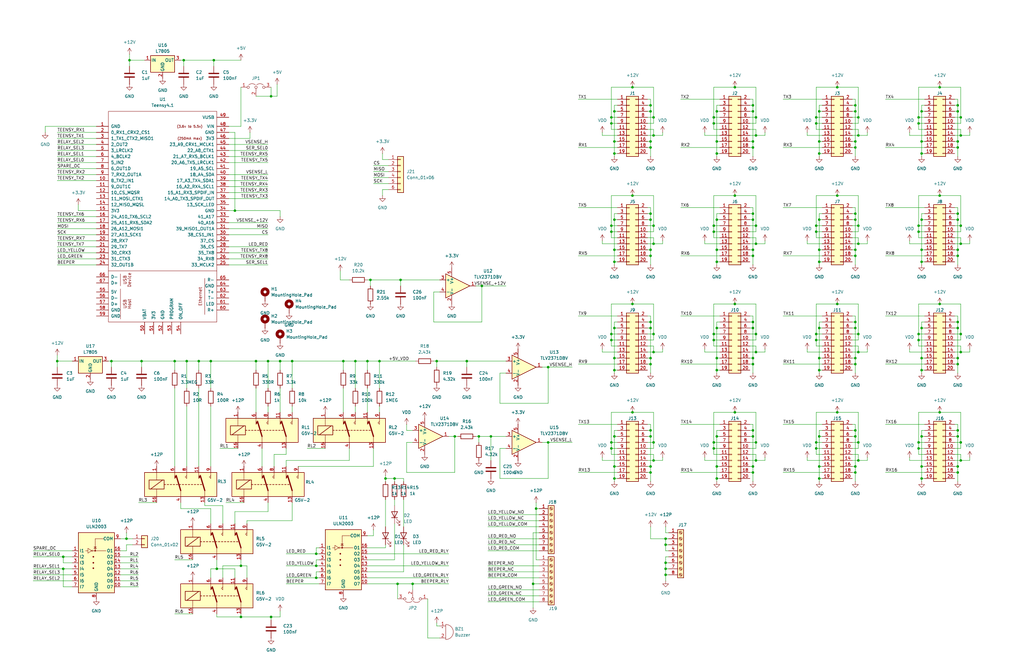
<source format=kicad_sch>
(kicad_sch (version 20231120) (generator "eeschema") (generator_version "8.0")
  (paper "USLedger")
  (junction (at 300.99 52.07))
  (junction (at 266.7 36.83))
  (junction (at 345.44 156.21))
  (junction (at 396.24 173.99))
  (junction (at 344.17 189.23))
  (junction (at 168.91 118.11))
  (junction (at 422.91 -46.99))
  (junction (at 388.62 138.43))
  (junction (at 361.95 140.97))
  (junction (at 91.44 240.03))
  (junction (at 388.62 46.99))
  (junction (at 361.95 186.69))
  (junction (at 417.83 -72.39))
  (junction (at 387.35 52.07))
  (junction (at 317.5 184.15))
  (junction (at 133.35 243.84))
  (junction (at 275.59 140.97))
  (junction (at 266.7 82.55))
  (junction (at 300.99 189.23))
  (junction (at 274.32 46.99))
  (junction (at 361.95 57.15))
  (junction (at 403.86 107.95))
  (junction (at 101.6 238.76))
  (junction (at 387.35 -55.88))
  (junction (at 387.35 189.23))
  (junction (at 318.77 140.97))
  (junction (at 344.17 143.51))
  (junction (at 396.24 128.27))
  (junction (at 360.68 184.15))
  (junction (at 387.35 -27.94))
  (junction (at 259.08 184.15))
  (junction (at 345.44 64.77))
  (junction (at 302.26 151.13))
  (junction (at 274.32 151.13))
  (junction (at 309.88 128.27))
  (junction (at 257.81 97.79))
  (junction (at 420.37 -24.13))
  (junction (at 317.5 135.89))
  (junction (at 317.5 153.67))
  (junction (at 361.95 95.25))
  (junction (at 73.66 152.4))
  (junction (at 184.15 152.4))
  (junction (at 361.95 -74.93))
  (junction (at 280.67 227.33))
  (junction (at 275.59 95.25))
  (junction (at 274.32 44.45))
  (junction (at 360.68 199.39))
  (junction (at 317.5 90.17))
  (junction (at 302.26 184.15))
  (junction (at 360.68 107.95))
  (junction (at 403.86 196.85))
  (junction (at 359.41 -52.07))
  (junction (at 403.86 105.41))
  (junction (at 274.32 90.17))
  (junction (at 302.26 196.85))
  (junction (at 309.88 82.55))
  (junction (at 345.44 138.43))
  (junction (at 344.17 52.07))
  (junction (at 361.95 194.31))
  (junction (at 405.13 148.59))
  (junction (at 154.94 152.4))
  (junction (at 191.77 184.15))
  (junction (at 388.62 59.69))
  (junction (at 388.62 156.21))
  (junction (at 26.67 240.03))
  (junction (at 360.68 62.23))
  (junction (at 203.2 120.65))
  (junction (at 360.68 44.45))
  (junction (at 257.81 186.69))
  (junction (at 83.82 152.4))
  (junction (at 231.14 186.69))
  (junction (at 318.77 95.25))
  (junction (at 77.47 25.4))
  (junction (at 317.5 62.23))
  (junction (at 280.67 242.57))
  (junction (at 113.03 152.4))
  (junction (at 353.06 128.27))
  (junction (at 356.87 -44.45))
  (junction (at 403.86 151.13))
  (junction (at 300.99 95.25))
  (junction (at 361.95 49.53))
  (junction (at 360.68 59.69))
  (junction (at 118.11 152.4))
  (junction (at 156.21 118.11))
  (junction (at 422.91 -74.93))
  (junction (at 420.37 -52.07))
  (junction (at 114.3 260.35))
  (junction (at 54.61 25.4))
  (junction (at 345.44 196.85))
  (junction (at 259.08 64.77))
  (junction (at 403.86 153.67))
  (junction (at 344.17 97.79))
  (junction (at 275.59 49.53))
  (junction (at 90.17 25.4))
  (junction (at 24.13 152.4))
  (junction (at 360.68 90.17))
  (junction (at 388.62 105.41))
  (junction (at 302.26 110.49))
  (junction (at 388.62 110.49))
  (junction (at 388.62 196.85))
  (junction (at 59.69 152.4))
  (junction (at 26.67 234.95))
  (junction (at 274.32 181.61))
  (junction (at 302.26 64.77))
  (junction (at 360.68 105.41))
  (junction (at 257.81 189.23))
  (junction (at 266.7 128.27))
  (junction (at 226.06 214.63))
  (junction (at 344.17 95.25))
  (junction (at 353.06 82.55))
  (junction (at 259.08 138.43))
  (junction (at 326.39 -27.94))
  (junction (at 405.13 140.97))
  (junction (at 403.86 184.15))
  (junction (at 78.74 152.4))
  (junction (at 280.67 240.03))
  (junction (at 388.62 151.13))
  (junction (at 317.5 199.39))
  (junction (at 275.59 148.59))
  (junction (at 317.5 151.13))
  (junction (at 302.26 92.71))
  (junction (at 207.01 184.15))
  (junction (at 302.26 105.41))
  (junction (at 123.19 152.4))
  (junction (at 274.32 62.23))
  (junction (at 309.88 36.83))
  (junction (at 403.86 62.23))
  (junction (at 259.08 59.69))
  (junction (at 403.86 135.89))
  (junction (at 353.06 36.83))
  (junction (at 403.86 181.61))
  (junction (at 317.5 138.43))
  (junction (at 361.95 148.59))
  (junction (at 405.13 186.69))
  (junction (at 403.86 92.71))
  (junction (at 317.5 59.69))
  (junction (at 274.32 92.71))
  (junction (at 88.9 152.4))
  (junction (at 257.81 140.97))
  (junction (at 359.41 -24.13))
  (junction (at 361.95 -46.99))
  (junction (at 259.08 110.49))
  (junction (at 387.35 97.79))
  (junction (at 345.44 92.71))
  (junction (at 259.08 196.85))
  (junction (at 46.99 152.4))
  (junction (at 280.67 237.49))
  (junction (at 302.26 59.69))
  (junction (at 300.99 97.79))
  (junction (at 360.68 151.13))
  (junction (at 274.32 105.41))
  (junction (at 317.5 105.41))
  (junction (at 280.67 229.87))
  (junction (at 101.6 260.35))
  (junction (at 257.81 52.07))
  (junction (at 275.59 186.69))
  (junction (at 257.81 49.53))
  (junction (at 259.08 46.99))
  (junction (at 345.44 105.41))
  (junction (at 405.13 57.15))
  (junction (at 396.24 82.55))
  (junction (at 345.44 201.93))
  (junction (at 360.68 135.89))
  (junction (at 259.08 156.21))
  (junction (at 133.35 233.68))
  (junction (at 275.59 102.87))
  (junction (at 300.99 140.97))
  (junction (at 274.32 138.43))
  (junction (at 259.08 92.71))
  (junction (at 360.68 153.67))
  (junction (at 345.44 46.99))
  (junction (at 231.14 154.94))
  (junction (at 257.81 95.25))
  (junction (at 360.68 196.85))
  (junction (at 356.87 -72.39))
  (junction (at 318.77 57.15))
  (junction (at 403.86 90.17))
  (junction (at 160.02 152.4))
  (junction (at 300.99 186.69))
  (junction (at 162.56 201.93))
  (junction (at 224.79 246.38))
  (junction (at 417.83 -44.45))
  (junction (at 274.32 135.89))
  (junction (at 360.68 138.43))
  (junction (at 345.44 151.13))
  (junction (at 345.44 184.15))
  (junction (at 317.5 44.45))
  (junction (at 360.68 92.71))
  (junction (at 274.32 107.95))
  (junction (at 361.95 102.87))
  (junction (at 403.86 46.99))
  (junction (at 133.35 238.76))
  (junction (at 317.5 181.61))
  (junction (at 387.35 140.97))
  (junction (at 387.35 186.69))
  (junction (at 99.06 88.9))
  (junction (at 173.99 246.38))
  (junction (at 388.62 64.77))
  (junction (at 326.39 -55.88))
  (junction (at 302.26 46.99))
  (junction (at 387.35 143.51))
  (junction (at 388.62 184.15))
  (junction (at 309.88 173.99))
  (junction (at 257.81 143.51))
  (junction (at 405.13 102.87))
  (junction (at 107.95 152.4))
  (junction (at 302.26 201.93))
  (junction (at 387.35 49.53))
  (junction (at 396.24 36.83))
  (junction (at 114.3 40.64))
  (junction (at 266.7 173.99))
  (junction (at 259.08 105.41))
  (junction (at 302.26 138.43))
  (junction (at 302.26 156.21))
  (junction (at 318.77 194.31))
  (junction (at 388.62 92.71))
  (junction (at 274.32 196.85))
  (junction (at 144.78 152.4))
  (junction (at 387.35 95.25))
  (junction (at 318.77 102.87))
  (junction (at 317.5 196.85))
  (junction (at 300.99 49.53))
  (junction (at 53.34 227.33))
  (junction (at 300.99 143.51))
  (junction (at 274.32 59.69))
  (junction (at 403.86 59.69))
  (junction (at 259.08 201.93))
  (junction (at 201.93 184.15))
  (junction (at 166.37 201.93))
  (junction (at 344.17 186.69))
  (junction (at 317.5 46.99))
  (junction (at 274.32 184.15))
  (junction (at 274.32 153.67))
  (junction (at 275.59 194.31))
  (junction (at 388.62 201.93))
  (junction (at 317.5 107.95))
  (junction (at 196.85 152.4))
  (junction (at 259.08 151.13))
  (junction (at 318.77 148.59))
  (junction (at 317.5 92.71))
  (junction (at 149.86 152.4))
  (junction (at 344.17 140.97))
  (junction (at 318.77 186.69))
  (junction (at 360.68 181.61))
  (junction (at 403.86 138.43))
  (junction (at 167.64 246.38))
  (junction (at 360.68 46.99))
  (junction (at 405.13 194.31))
  (junction (at 405.13 95.25))
  (junction (at 405.13 49.53))
  (junction (at 345.44 59.69))
  (junction (at 344.17 49.53))
  (junction (at 403.86 199.39))
  (junction (at 275.59 57.15))
  (junction (at 353.06 173.99))
  (junction (at 318.77 49.53))
  (junction (at 345.44 110.49))
  (junction (at 274.32 199.39))
  (junction (at 403.86 44.45))
  (wire (pts (xy 273.05 146.05) (xy 275.59 146.05)))
  (wire (pts (xy 359.41 186.69) (xy 361.95 186.69)))
  (wire (pts (xy 402.59 52.07) (xy 405.13 52.07)))
  (wire (pts (xy 149.86 152.4) (xy 149.86 163.83)))
  (wire (pts (xy 157.48 69.85) (xy 163.83 69.85)))
  (wire (pts (xy 403.86 59.69) (xy 403.86 62.23)))
  (wire (pts (xy 318.77 102.87) (xy 316.23 102.87)))
  (wire (pts (xy 203.2 120.65) (xy 200.66 120.65)))
  (wire (pts (xy 260.35 52.07) (xy 257.81 52.07)))
  (wire (pts (xy 110.49 -33.02) (xy 116.84 -33.02)))
  (wire (pts (xy 104.14 219.71) (xy 104.14 220.98)))
  (wire (pts (xy 254 101.6) (xy 254 102.87)))
  (wire (pts (xy 161.29 82.55) (xy 161.29 80.01)))
  (wire (pts (xy 396.24 82.55) (xy 405.13 82.55)))
  (wire (pts (xy 297.18 55.88) (xy 297.18 57.15)))
  (wire (pts (xy 74.93 -38.1) (xy 90.17 -38.1)))
  (wire (pts (xy 388.62 138.43) (xy 389.89 138.43)))
  (wire (pts (xy 351.79 -41.91) (xy 351.79 -46.99)))
  (wire (pts (xy 156.21 -55.88) (xy 156.21 -53.34)))
  (wire (pts (xy 160.02 152.4) (xy 160.02 163.83)))
  (wire (pts (xy 345.44 151.13) (xy 346.71 151.13)))
  (wire (pts (xy 273.05 133.35) (xy 274.32 133.35)))
  (wire (pts (xy 274.32 227.33) (xy 280.67 227.33)))
  (wire (pts (xy 107.95 152.4) (xy 113.03 152.4)))
  (wire (pts (xy 317.5 135.89) (xy 317.5 133.35)))
  (wire (pts (xy 181.61 -48.26) (xy 196.85 -48.26)))
  (wire (pts (xy 157.48 223.52) (xy 157.48 226.06)))
  (wire (pts (xy 170.18 210.82) (xy 170.18 222.25)))
  (wire (pts (xy 163.83 -33.02) (xy 170.18 -33.02)))
  (wire (pts (xy 76.2 214.63) (xy 88.9 214.63)))
  (wire (pts (xy 180.34 269.24) (xy 185.42 269.24)))
  (wire (pts (xy 345.44 92.71) (xy 346.71 92.71)))
  (wire (pts (xy 275.59 148.59) (xy 273.05 148.59)))
  (wire (pts (xy 280.67 229.87) (xy 280.67 227.33)))
  (wire (pts (xy 346.71 189.23) (xy 344.17 189.23)))
  (wire (pts (xy 157.48 74.93) (xy 163.83 74.93)))
  (wire (pts (xy 74.93 -27.94) (xy 90.17 -27.94)))
  (wire (pts (xy 402.59 49.53) (xy 405.13 49.53)))
  (wire (pts (xy 322.58 147.32) (xy 322.58 148.59)))
  (wire (pts (xy 346.71 97.79) (xy 344.17 97.79)))
  (wire (pts (xy 388.62 59.69) (xy 388.62 64.77)))
  (wire (pts (xy 274.32 199.39) (xy 274.32 203.2)))
  (wire (pts (xy 346.71 100.33) (xy 344.17 100.33)))
  (wire (pts (xy 359.41 97.79) (xy 361.95 97.79)))
  (wire (pts (xy 280.67 222.25) (xy 280.67 224.79)))
  (wire (pts (xy 344.17 189.23) (xy 344.17 186.69)))
  (wire (pts (xy 259.08 59.69) (xy 260.35 59.69)))
  (wire (pts (xy 408.94 193.04) (xy 408.94 194.31)))
  (wire (pts (xy 373.38 133.35) (xy 389.89 133.35)))
  (wire (pts (xy 273.05 41.91) (xy 274.32 41.91)))
  (wire (pts (xy 118.11 260.35) (xy 114.3 260.35)))
  (wire (pts (xy 213.36 189.23) (xy 210.82 189.23)))
  (wire (pts (xy 24.13 73.66) (xy 40.64 73.66)))
  (wire (pts (xy 388.62 46.99) (xy 389.89 46.99)))
  (wire (pts (xy 300.99 95.25) (xy 303.53 95.25)))
  (wire (pts (xy 257.81 143.51) (xy 257.81 146.05)))
  (wire (pts (xy 107.95 163.83) (xy 107.95 173.99)))
  (wire (pts (xy 123.19 152.4) (xy 144.78 152.4)))
  (wire (pts (xy 365.76 55.88) (xy 365.76 57.15)))
  (wire (pts (xy 96.52 78.74) (xy 113.03 78.74)))
  (wire (pts (xy 115.57 191.77) (xy 115.57 196.85)))
  (wire (pts (xy 388.62 156.21) (xy 389.89 156.21)))
  (wire (pts (xy 33.02 88.9) (xy 40.64 88.9)))
  (wire (pts (xy 403.86 153.67) (xy 403.86 157.48)))
  (wire (pts (xy 257.81 143.51) (xy 257.81 140.97)))
  (wire (pts (xy 257.81 52.07) (xy 257.81 49.53)))
  (wire (pts (xy 102.87 -55.88) (xy 102.87 -53.34)))
  (wire (pts (xy 403.86 184.15) (xy 403.86 181.61)))
  (wire (pts (xy 270.51 -102.87) (xy 276.86 -102.87)))
  (wire (pts (xy 280.67 240.03) (xy 281.94 240.03)))
  (wire (pts (xy 259.08 151.13) (xy 259.08 156.21)))
  (wire (pts (xy 99.06 88.9) (xy 96.52 88.9)))
  (wire (pts (xy 388.62 156.21) (xy 388.62 157.48)))
  (wire (pts (xy 74.93 -33.02) (xy 90.17 -33.02)))
  (wire (pts (xy 318.77 143.51) (xy 318.77 140.97)))
  (wire (pts (xy 340.36 57.15) (xy 346.71 57.15)))
  (wire (pts (xy 58.42 240.03) (xy 50.8 240.03)))
  (wire (pts (xy 53.34 229.87) (xy 55.88 229.87)))
  (wire (pts (xy 360.68 138.43) (xy 360.68 151.13)))
  (wire (pts (xy 275.59 146.05) (xy 275.59 148.59)))
  (wire (pts (xy 254 57.15) (xy 260.35 57.15)))
  (wire (pts (xy 408.94 55.88) (xy 408.94 57.15)))
  (wire (pts (xy 24.13 63.5) (xy 40.64 63.5)))
  (wire (pts (xy 387.35 173.99) (xy 396.24 173.99)))
  (wire (pts (xy 257.81 128.27) (xy 257.81 140.97)))
  (wire (pts (xy 302.26 156.21) (xy 302.26 157.48)))
  (wire (pts (xy 93.98 213.36) (xy 93.98 220.98)))
  (wire (pts (xy 346.71 -41.91) (xy 346.71 -44.45)))
  (wire (pts (xy 359.41 191.77) (xy 361.95 191.77)))
  (wire (pts (xy 300.99 128.27) (xy 300.99 140.97)))
  (wire (pts (xy 387.35 -55.88) (xy 369.57 -55.88)))
  (wire (pts (xy 114.3 40.64) (xy 114.3 36.83)))
  (wire (pts (xy 86.36 213.36) (xy 93.98 213.36)))
  (wire (pts (xy 345.44 46.99) (xy 345.44 44.45)))
  (wire (pts (xy 383.54 102.87) (xy 389.89 102.87)))
  (wire (pts (xy 234.95 -102.87) (xy 250.19 -102.87)))
  (wire (pts (xy 402.59 107.95) (xy 403.86 107.95)))
  (wire (pts (xy 387.35 52.07) (xy 387.35 49.53)))
  (wire (pts (xy 133.35 231.14) (xy 133.35 233.68)))
  (wire (pts (xy 402.59 140.97) (xy 405.13 140.97)))
  (wire (pts (xy 24.13 154.94) (xy 24.13 152.4)))
  (wire (pts (xy 389.89 54.61) (xy 387.35 54.61)))
  (wire (pts (xy 157.48 72.39) (xy 163.83 72.39)))
  (wire (pts (xy 405.13 128.27) (xy 405.13 140.97)))
  (wire (pts (xy 273.05 135.89) (xy 274.32 135.89)))
  (wire (pts (xy 243.84 107.95) (xy 260.35 107.95)))
  (wire (pts (xy 273.05 199.39) (xy 274.32 199.39)))
  (wire (pts (xy 360.68 105.41) (xy 360.68 107.95)))
  (wire (pts (xy 402.59 196.85) (xy 403.86 196.85)))
  (wire (pts (xy 387.35 36.83) (xy 396.24 36.83)))
  (wire (pts (xy 257.81 186.69) (xy 260.35 186.69)))
  (wire (pts (xy 316.23 92.71) (xy 317.5 92.71)))
  (wire (pts (xy 405.13 148.59) (xy 402.59 148.59)))
  (wire (pts (xy 254 147.32) (xy 254 148.59)))
  (wire (pts (xy 45.72 152.4) (xy 46.99 152.4)))
  (wire (pts (xy 388.62 151.13) (xy 389.89 151.13)))
  (wire (pts (xy 302.26 201.93) (xy 302.26 203.2)))
  (wire (pts (xy 259.08 138.43) (xy 259.08 135.89)))
  (wire (pts (xy 50.8 232.41) (xy 53.34 232.41)))
  (wire (pts (xy 273.05 143.51) (xy 275.59 143.51)))
  (wire (pts (xy 302.26 184.15) (xy 302.26 196.85)))
  (wire (pts (xy 273.05 138.43) (xy 274.32 138.43)))
  (wire (pts (xy 322.58 57.15) (xy 318.77 57.15)))
  (wire (pts (xy 318.77 191.77) (xy 318.77 194.31)))
  (wire (pts (xy 356.87 -44.45) (xy 378.46 -44.45)))
  (wire (pts (xy 173.99 246.38) (xy 173.99 248.92)))
  (wire (pts (xy 383.54 193.04) (xy 383.54 194.31)))
  (wire (pts (xy 274.32 62.23) (xy 274.32 66.04)))
  (wire (pts (xy 257.81 82.55) (xy 266.7 82.55)))
  (wire (pts (xy 387.35 189.23) (xy 387.35 191.77)))
  (wire (pts (xy 274.32 151.13) (xy 274.32 153.67)))
  (wire (pts (xy 231.14 201.93) (xy 231.14 186.69)))
  (wire (pts (xy 118.11 257.81) (xy 118.11 260.35)))
  (wire (pts (xy 243.84 179.07) (xy 260.35 179.07)))
  (wire (pts (xy 387.35 97.79) (xy 387.35 100.33)))
  (wire (pts (xy 210.82 201.93) (xy 231.14 201.93)))
  (wire (pts (xy 344.17 189.23) (xy 344.17 191.77)))
  (wire (pts (xy 387.35 97.79) (xy 387.35 95.25)))
  (wire (pts (xy 274.32 222.25) (xy 274.32 227.33)))
  (wire (pts (xy 403.86 138.43) (xy 403.86 135.89)))
  (wire (pts (xy 344.17 36.83) (xy 353.06 36.83)))
  (wire (pts (xy 405.13 97.79) (xy 405.13 95.25)))
  (wire (pts (xy 58.42 212.09) (xy 66.04 212.09)))
  (wire (pts (xy 345.44 151.13) (xy 345.44 156.21)))
  (wire (pts (xy 88.9 214.63) (xy 88.9 220.98)))
  (wire (pts (xy 359.41 135.89) (xy 360.68 135.89)))
  (wire (pts (xy 402.59 191.77) (xy 405.13 191.77)))
  (wire (pts (xy 402.59 189.23) (xy 405.13 189.23)))
  (wire (pts (xy 407.67 -72.39) (xy 417.83 -72.39)))
  (wire (pts (xy 300.99 36.83) (xy 300.99 49.53)))
  (wire (pts (xy 274.32 92.71) (xy 274.32 105.41)))
  (wire (pts (xy 181.61 -107.95) (xy 196.85 -107.95)))
  (wire (pts (xy 270.51 -27.94) (xy 276.86 -27.94)))
  (wire (pts (xy 317.5 153.67) (xy 317.5 157.48)))
  (wire (pts (xy 388.62 46.99) (xy 388.62 44.45)))
  (wire (pts (xy 373.38 107.95) (xy 389.89 107.95)))
  (wire (pts (xy 302.26 46.99) (xy 302.26 44.45)))
  (wire (pts (xy 345.44 138.43) (xy 345.44 135.89)))
  (wire (pts (xy 191.77 199.39) (xy 191.77 184.15)))
  (wire (pts (xy 205.74 227.33) (xy 227.33 227.33)))
  (wire (pts (xy 171.45 181.61) (xy 173.99 181.61)))
  (wire (pts (xy 303.53 52.07) (xy 300.99 52.07)))
  (wire (pts (xy 234.95 -97.79) (xy 250.19 -97.79)))
  (wire (pts (xy 120.65 233.68) (xy 133.35 233.68)))
  (wire (pts (xy 259.08 64.77) (xy 260.35 64.77)))
  (wire (pts (xy 104.14 238.76) (xy 104.14 243.84)))
  (wire (pts (xy 297.18 57.15) (xy 303.53 57.15)))
  (wire (pts (xy 166.37 210.82) (xy 166.37 213.36)))
  (wire (pts (xy 309.88 173.99) (xy 318.77 173.99)))
  (wire (pts (xy 123.19 171.45) (xy 123.19 173.99)))
  (wire (pts (xy 388.62 44.45) (xy 389.89 44.45)))
  (wire (pts (xy 360.68 151.13) (xy 360.68 153.67)))
  (wire (pts (xy 303.53 100.33) (xy 300.99 100.33)))
  (wire (pts (xy 254 148.59) (xy 260.35 148.59)))
  (wire (pts (xy 205.74 251.46) (xy 227.33 251.46)))
  (wire (pts (xy 316.23 52.07) (xy 318.77 52.07)))
  (wire (pts (xy 318.77 146.05) (xy 318.77 148.59)))
  (wire (pts (xy 123.19 152.4) (xy 123.19 163.83)))
  (wire (pts (xy 234.95 -48.26) (xy 250.19 -48.26)))
  (wire (pts (xy 91.44 260.35) (xy 101.6 260.35)))
  (wire (pts (xy 300.99 189.23) (xy 300.99 191.77)))
  (wire (pts (xy 345.44 46.99) (xy 346.71 46.99)))
  (wire (pts (xy 110.49 -107.95) (xy 116.84 -107.95)))
  (wire (pts (xy 273.05 62.23) (xy 274.32 62.23)))
  (wire (pts (xy 302.26 184.15) (xy 303.53 184.15)))
  (wire (pts (xy 326.39 -55.88) (xy 326.39 -52.07)))
  (wire (pts (xy 58.42 247.65) (xy 50.8 247.65)))
  (wire (pts (xy 317.5 199.39) (xy 317.5 203.2)))
  (wire (pts (xy 128.27 -33.02) (xy 143.51 -33.02)))
  (wire (pts (xy 387.35 143.51) (xy 387.35 140.97)))
  (wire (pts (xy 196.85 152.4) (xy 196.85 154.94)))
  (wire (pts (xy 389.89 97.79) (xy 387.35 97.79)))
  (wire (pts (xy 318.77 173.99) (xy 318.77 186.69)))
  (wire (pts (xy 302.26 138.43) (xy 302.26 135.89)))
  (wire (pts (xy 402.59 186.69) (xy 405.13 186.69)))
  (wire (pts (xy 273.05 52.07) (xy 275.59 52.07)))
  (wire (pts (xy 59.69 152.4) (xy 73.66 152.4)))
  (wire (pts (xy 316.23 179.07) (xy 317.5 179.07)))
  (wire (pts (xy 302.26 196.85) (xy 302.26 201.93)))
  (wire (pts (xy 151.13 -55.88) (xy 151.13 -53.34)))
  (wire (pts (xy 171.45 186.69) (xy 171.45 199.39)))
  (wire (pts (xy 405.13 36.83) (xy 405.13 49.53)))
  (wire (pts (xy 163.83 -107.95) (xy 170.18 -107.95)))
  (wire (pts (xy 318.77 194.31) (xy 316.23 194.31)))
  (wire (pts (xy 273.05 46.99) (xy 274.32 46.99)))
  (wire (pts (xy 316.23 44.45) (xy 317.5 44.45)))
  (wire (pts (xy 316.23 186.69) (xy 318.77 186.69)))
  (wire (pts (xy 316.23 59.69) (xy 317.5 59.69)))
  (wire (pts (xy 287.02 179.07) (xy 303.53 179.07)))
  (wire (pts (xy 302.26 151.13) (xy 303.53 151.13)))
  (wire (pts (xy 102.87 -120.65) (xy 102.87 -118.11)))
  (wire (pts (xy 345.44 110.49) (xy 345.44 111.76)))
  (wire (pts (xy 403.86 199.39) (xy 403.86 203.2)))
  (wire (pts (xy 302.26 201.93) (xy 303.53 201.93)))
  (wire (pts (xy 160.02 152.4) (xy 175.26 152.4)))
  (wire (pts (xy 403.86 44.45) (xy 403.86 41.91)))
  (wire (pts (xy 402.59 135.89) (xy 403.86 135.89)))
  (wire (pts (xy 300.99 140.97) (xy 303.53 140.97)))
  (wire (pts (xy 162.56 200.66) (xy 162.56 201.93)))
  (wire (pts (xy 405.13 189.23) (xy 405.13 186.69)))
  (wire (pts (xy 173.99 246.38) (xy 189.23 246.38)))
  (wire (pts (xy 279.4 148.59) (xy 275.59 148.59)))
  (wire (pts (xy 340.36 148.59) (xy 346.71 148.59)))
  (wire (pts (xy 167.64 246.38) (xy 173.99 246.38)))
  (wire (pts (xy 273.05 105.41) (xy 274.32 105.41)))
  (wire (pts (xy 345.44 135.89) (xy 346.71 135.89)))
  (wire (pts (xy 402.59 44.45) (xy 403.86 44.45)))
  (wire (pts (xy 243.84 153.67) (xy 260.35 153.67)))
  (wire (pts (xy 317.5 92.71) (xy 317.5 90.17)))
  (wire (pts (xy 110.49 -43.18) (xy 116.84 -43.18)))
  (wire (pts (xy 359.41 -52.07) (xy 359.41 -54.61)))
  (wire (pts (xy 316.23 189.23) (xy 318.77 189.23)))
  (wire (pts (xy 24.13 60.96) (xy 40.64 60.96)))
  (wire (pts (xy 316.23 90.17) (xy 317.5 90.17)))
  (wire (pts (xy 181.61 -92.71) (xy 196.85 -92.71)))
  (wire (pts (xy 422.91 -46.99) (xy 422.91 -41.91)))
  (wire (pts (xy 388.62 181.61) (xy 389.89 181.61)))
  (wire (pts (xy 439.42 -24.13) (xy 420.37 -24.13)))
  (wire (pts (xy 280.67 227.33) (xy 281.94 227.33)))
  (wire (pts (xy 359.41 49.53) (xy 361.95 49.53)))
  (wire (pts (xy 88.9 240.03) (xy 91.44 240.03)))
  (wire (pts (xy 402.59 62.23) (xy 403.86 62.23)))
  (wire (pts (xy 163.83 -43.18) (xy 170.18 -43.18)))
  (wire (pts (xy 184.15 152.4) (xy 182.88 152.4)))
  (wire (pts (xy 166.37 201.93) (xy 166.37 203.2)))
  (wire (pts (xy 259.08 92.71) (xy 259.08 90.17)))
  (wire (pts (xy 360.68 135.89) (xy 360.68 133.35)))
  (wire (pts (xy 403.86 92.71) (xy 403.86 90.17)))
  (wire (pts (xy 275.59 100.33) (xy 275.59 102.87)))
  (wire (pts (xy 114.3 261.62) (xy 114.3 260.35)))
  (wire (pts (xy 234.95 -27.94) (xy 250.19 -27.94)))
  (wire (pts (xy 387.35 -55.88) (xy 387.35 -52.07)))
  (wire (pts (xy 118.11 88.9) (xy 99.06 88.9)))
  (wire (pts (xy 275.59 173.99) (xy 275.59 186.69)))
  (wire (pts (xy 330.2 133.35) (xy 346.71 133.35)))
  (wire (pts (xy 349.25 -52.07) (xy 359.41 -52.07)))
  (wire (pts (xy 318.77 97.79) (xy 318.77 95.25)))
  (wire (pts (xy 388.62 64.77) (xy 389.89 64.77)))
  (wire (pts (xy 302.26 151.13) (xy 302.26 156.21)))
  (wire (pts (xy 300.99 143.51) (xy 300.99 140.97)))
  (wire (pts (xy 53.34 227.33) (xy 50.8 227.33)))
  (wire (pts (xy 387.35 128.27) (xy 387.35 140.97)))
  (wire (pts (xy 118.11 152.4) (xy 113.03 152.4)))
  (wire (pts (xy 76.2 25.4) (xy 77.47 25.4)))
  (wire (pts (xy 257.81 140.97) (xy 260.35 140.97)))
  (wire (pts (xy 144.78 152.4) (xy 144.78 156.21)))
  (wire (pts (xy 184.15 264.16) (xy 185.42 264.16)))
  (wire (pts (xy 353.06 82.55) (xy 361.95 82.55)))
  (wire (pts (xy 383.54 57.15) (xy 389.89 57.15)))
  (wire (pts (xy 345.44 92.71) (xy 345.44 105.41)))
  (wire (pts (xy 356.87 -72.39) (xy 377.19 -72.39)))
  (wire (pts (xy 24.13 91.44) (xy 40.64 91.44)))
  (wire (pts (xy 388.62 110.49) (xy 388.62 111.76)))
  (wire (pts (xy 346.71 -69.85) (xy 346.71 -72.39)))
  (wire (pts (xy 361.95 173.99) (xy 361.95 186.69)))
  (wire (pts (xy 30.48 247.65) (xy 26.67 247.65)))
  (wire (pts (xy 205.74 219.71) (xy 227.33 219.71)))
  (wire (pts (xy 360.68 59.69) (xy 360.68 62.23)))
  (wire (pts (xy 359.41 52.07) (xy 361.95 52.07)))
  (wire (pts (xy 74.93 -43.18) (xy 90.17 -43.18)))
  (wire (pts (xy 360.68 107.95) (xy 360.68 111.76)))
  (wire (pts (xy 326.39 -55.88) (xy 308.61 -55.88)))
  (wire (pts (xy 243.84 87.63) (xy 260.35 87.63)))
  (wire (pts (xy 273.05 49.53) (xy 275.59 49.53)))
  (wire (pts (xy 259.08 59.69) (xy 259.08 64.77)))
  (wire (pts (xy 287.02 107.95) (xy 303.53 107.95)))
  (wire (pts (xy 118.11 152.4) (xy 123.19 152.4)))
  (wire (pts (xy 417.83 -72.39) (xy 417.83 -69.85)))
  (wire (pts (xy 302.26 196.85) (xy 303.53 196.85)))
  (wire (pts (xy 257.81 128.27) (xy 266.7 128.27)))
  (wire (pts (xy 95.25 212.09) (xy 102.87 212.09)))
  (wire (pts (xy 162.56 231.14) (xy 154.94 231.14)))
  (wire (pts (xy 318.77 54.61) (xy 318.77 57.15)))
  (wire (pts (xy 26.67 234.95) (xy 26.67 237.49)))
  (wire (pts (xy 297.18 194.31) (xy 303.53 194.31)))
  (wire (pts (xy 96.52 83.82) (xy 113.03 83.82)))
  (wire (pts (xy 317.5 151.13) (xy 317.5 153.67)))
  (wire (pts (xy 217.17 -27.94) (xy 223.52 -27.94)))
  (wire (pts (xy 317.5 184.15) (xy 317.5 181.61)))
  (wire (pts (xy 309.88 36.83) (xy 318.77 36.83)))
  (wire (pts (xy 345.44 59.69) (xy 346.71 59.69)))
  (wire (pts (xy 405.13 143.51) (xy 405.13 140.97)))
  (wire (pts (xy 316.23 199.39) (xy 317.5 199.39)))
  (wire (pts (xy 259.08 196.85) (xy 260.35 196.85)))
  (wire (pts (xy 420.37 -52.07) (xy 420.37 -54.61)))
  (wire (pts (xy 274.32 46.99) (xy 274.32 44.45)))
  (wire (pts (xy 287.02 41.91) (xy 303.53 41.91)))
  (wire (pts (xy 387.35 -27.94) (xy 369.57 -27.94)))
  (wire (pts (xy 205.74 243.84) (xy 227.33 243.84)))
  (wire (pts (xy 273.05 100.33) (xy 275.59 100.33)))
  (wire (pts (xy 403.86 105.41) (xy 403.86 107.95)))
  (wire (pts (xy 405.13 54.61) (xy 405.13 57.15)))
  (wire (pts (xy 162.56 210.82) (xy 162.56 222.25)))
  (wire (pts (xy 303.53 146.05) (xy 300.99 146.05)))
  (wire (pts (xy 77.47 25.4) (xy 77.47 27.94)))
  (wire (pts (xy 97.79 -55.88) (xy 97.79 -53.34)))
  (wire (pts (xy 318.77 128.27) (xy 318.77 140.97)))
  (wire (pts (xy 346.71 -72.39) (xy 356.87 -72.39)))
  (wire (pts (xy 93.98 243.84) (xy 93.98 238.76)))
  (wire (pts (xy 259.08 201.93) (xy 259.08 203.2)))
  (wire (pts (xy 302.26 105.41) (xy 303.53 105.41)))
  (wire (pts (xy 279.4 57.15) (xy 275.59 57.15)))
  (wire (pts (xy 257.81 -55.88) (xy 257.81 -53.34)))
  (wire (pts (xy 402.59 153.67) (xy 403.86 153.67)))
  (wire (pts (xy 257.81 36.83) (xy 257.81 49.53)))
  (wire (pts (xy 273.05 95.25) (xy 275.59 95.25)))
  (wire (pts (xy 24.13 58.42) (xy 40.64 58.42)))
  (wire (pts (xy 224.79 246.38) (xy 227.33 246.38)))
  (wire (pts (xy 332.74 -27.94) (xy 326.39 -27.94)))
  (wire (pts (xy 361.95 57.15) (xy 359.41 57.15)))
  (wire (pts (xy 412.75 -46.99) (xy 412.75 -41.91)))
  (wire (pts (xy 73.66 156.21) (xy 73.66 152.4)))
  (wire (pts (xy 360.68 181.61) (xy 360.68 179.07)))
  (wire (pts (xy 257.81 36.83) (xy 266.7 36.83)))
  (wire (pts (xy 359.41 140.97) (xy 361.95 140.97)))
  (wire (pts (xy 226.06 236.22) (xy 227.33 236.22)))
  (wire (pts (xy 317.5 59.69) (xy 317.5 62.23)))
  (wire (pts (xy 128.27 -97.79) (xy 143.51 -97.79)))
  (wire (pts (xy 309.88 128.27) (xy 318.77 128.27)))
  (wire (pts (xy 96.52 93.98) (xy 113.03 93.98)))
  (wire (pts (xy 302.26 135.89) (xy 303.53 135.89)))
  (wire (pts (xy 340.36 101.6) (xy 340.36 102.87)))
  (wire (pts (xy 360.68 90.17) (xy 360.68 87.63)))
  (wire (pts (xy 273.05 186.69) (xy 275.59 186.69)))
  (wire (pts (xy 300.99 82.55) (xy 300.99 95.25)))
  (wire (pts (xy 303.53 97.79) (xy 300.99 97.79)))
  (wire (pts (xy 389.89 146.05) (xy 387.35 146.05)))
  (wire (pts (xy 360.68 46.99) (xy 360.68 44.45)))
  (wire (pts (xy 273.05 90.17) (xy 274.32 90.17)))
  (wire (pts (xy 154.94 246.38) (xy 167.64 246.38)))
  (wire (pts (xy 224.79 224.79) (xy 224.79 246.38)))
  (wire (pts (xy 383.54 147.32) (xy 383.54 148.59)))
  (wire (pts (xy 279.4 193.04) (xy 279.4 194.31)))
  (wire (pts (xy 388.62 92.71) (xy 388.62 105.41)))
  (wire (pts (xy 210.82 157.48) (xy 210.82 170.18)))
  (wire (pts (xy 322.58 55.88) (xy 322.58 57.15)))
  (wire (pts (xy 259.08 196.85) (xy 259.08 201.93)))
  (wire (pts (xy 24.13 104.14) (xy 40.64 104.14)))
  (wire (pts (xy 171.45 199.39) (xy 191.77 199.39)))
  (wire (pts (xy 317.5 138.43) (xy 317.5 135.89)))
  (wire (pts (xy 317.5 181.61) (xy 317.5 179.07)))
  (wire (pts (xy 205.74 229.87) (xy 227.33 229.87)))
  (wire (pts (xy 170.18 229.87) (xy 170.18 241.3)))
  (wire (pts (xy 24.13 111.76) (xy 40.64 111.76)))
  (wire (pts (xy 73.66 259.08) (xy 81.28 259.08)))
  (wire (pts (xy 316.23 184.15) (xy 317.5 184.15)))
  (wire (pts (xy 346.71 146.05) (xy 344.17 146.05)))
  (wire (pts (xy 360.68 199.39) (xy 360.68 203.2)))
  (wire (pts (xy 339.09 -52.07) (xy 339.09 -54.61)))
  (wire (pts (xy 113.03 215.9) (xy 113.03 212.09)))
  (wire (pts (xy 201.93 184.15) (xy 207.01 184.15)))
  (wire (pts (xy 96.52 96.52) (xy 113.03 96.52)))
  (wire (pts (xy 274.32 184.15) (xy 274.32 181.61)))
  (wire (pts (xy 388.62 105.41) (xy 388.62 110.49)))
  (wire (pts (xy 273.05 59.69) (xy 274.32 59.69)))
  (wire (pts (xy 297.18 193.04) (xy 297.18 194.31)))
  (wire (pts (xy 388.62 46.99) (xy 388.62 59.69)))
  (wire (pts (xy 388.62 138.43) (xy 388.62 135.89)))
  (wire (pts (xy 344.17 49.53) (xy 346.71 49.53)))
  (wire (pts (xy 393.7 -27.94) (xy 387.35 -27.94)))
  (wire (pts (xy 361.95 194.31) (xy 359.41 194.31)))
  (wire (pts (xy 316.23 107.95) (xy 317.5 107.95)))
  (wire (pts (xy 274.32 135.89) (xy 274.32 133.35)))
  (wire (pts (xy 234.95 -107.95) (xy 250.19 -107.95)))
  (wire (pts (xy 273.05 179.07) (xy 274.32 179.07)))
  (wire (pts (xy 346.71 54.61) (xy 344.17 54.61)))
  (wire (pts (xy 407.67 -44.45) (xy 417.83 -44.45)))
  (wire (pts (xy 402.59 41.91) (xy 403.86 41.91)))
  (wire (pts (xy 322.58 148.59) (xy 318.77 148.59)))
  (wire (pts (xy 349.25 -52.07) (xy 349.25 -54.61)))
  (wire (pts (xy 97.79 -120.65) (xy 97.79 -118.11)))
  (wire (pts (xy 257.81 52.07) (xy 257.81 54.61)))
  (wire (pts (xy 217.17 -102.87) (xy 223.52 -102.87)))
  (wire (pts (xy 388.62 110.49) (xy 389.89 110.49)))
  (wire (pts (xy 231.14 154.94) (xy 241.3 154.94)))
  (wire (pts (xy 345.44 64.77) (xy 346.71 64.77)))
  (wire (pts (xy 184.15 262.89) (xy 184.15 264.16)))
  (wire (pts (xy 88.9 243.84) (xy 88.9 240.03)))
  (wire (pts (xy 302.26 110.49) (xy 303.53 110.49)))
  (wire (pts (xy 359.41 87.63) (xy 360.68 87.63)))
  (wire (pts (xy 275.59 57.15) (xy 273.05 57.15)))
  (wire (pts (xy 344.17 97.79) (xy 344.17 100.33)))
  (wire (pts (xy 205.74 238.76) (xy 227.33 238.76)))
  (wire (pts (xy 402.59 105.41) (xy 403.86 105.41)))
  (wire (pts (xy 24.13 55.88) (xy 40.64 55.88)))
  (wire (pts (xy 107.95 152.4) (xy 107.95 156.21)))
  (wire (pts (xy 300.99 52.07) (xy 300.99 54.61)))
  (wire (pts (xy 361.95 -74.93) (xy 361.95 -69.85)))
  (wire (pts (xy 156.21 118.11) (xy 154.94 118.11)))
  (wire (pts (xy 105.41 55.88) (xy 105.41 58.42)))
  (wire (pts (xy 234.95 -92.71) (xy 250.19 -92.71)))
  (wire (pts (xy 402.59 184.15) (xy 403.86 184.15)))
  (wire (pts (xy 316.23 100.33) (xy 318.77 100.33)))
  (wire (pts (xy 402.59 87.63) (xy 403.86 87.63)))
  (wire (pts (xy 259.08 46.99) (xy 259.08 44.45)))
  (wire (pts (xy 402.59 146.05) (xy 405.13 146.05)))
  (wire (pts (xy 259.08 110.49) (xy 260.35 110.49)))
  (wire (pts (xy 275.59 102.87) (xy 273.05 102.87)))
  (wire (pts (xy 259.08 105.41) (xy 259.08 110.49)))
  (wire (pts (xy 266.7 36.83) (xy 275.59 36.83)))
  (wire (pts (xy 259.08 64.77) (xy 259.08 66.04)))
  (wire (pts (xy 96.52 76.2) (xy 113.03 76.2)))
  (wire (pts (xy 410.21 -52.07) (xy 410.21 -54.61)))
  (wire (pts (xy 388.62 184.15) (xy 389.89 184.15)))
  (wire (pts (xy 274.32 107.95) (xy 274.32 111.76)))
  (wire (pts (xy 359.41 179.07) (xy 360.68 179.07)))
  (wire (pts (xy 128.27 -107.95) (xy 143.51 -107.95)))
  (wire (pts (xy 181.61 -113.03) (xy 196.85 -113.03)))
  (wire (pts (xy 346.71 52.07) (xy 344.17 52.07)))
  (wire (pts (xy 316.23 196.85) (xy 317.5 196.85)))
  (wire (pts (xy 226.06 214.63) (xy 226.06 236.22)))
  (wire (pts (xy 303.53 189.23) (xy 300.99 189.23)))
  (wire (pts (xy 259.08 151.13) (xy 260.35 151.13)))
  (wire (pts (xy 353.06 36.83) (xy 361.95 36.83)))
  (wire (pts (xy 154.94 236.22) (xy 166.37 236.22)))
  (wire (pts (xy 262.89 -120.65) (xy 262.89 -118.11)))
  (wire (pts (xy 359.41 199.39) (xy 360.68 199.39)))
  (wire (pts (xy 205.74 254) (xy 227.33 254)))
  (wire (pts (xy 113.03 171.45) (xy 113.03 173.99)))
  (wire (pts (xy 147.32 194.31) (xy 147.32 189.23)))
  (wire (pts (xy 120.65 238.76) (xy 133.35 238.76)))
  (wire (pts (xy 275.59 189.23) (xy 275.59 186.69)))
  (wire (pts (xy 316.23 49.53) (xy 318.77 49.53)))
  (wire (pts (xy 353.06 173.99) (xy 361.95 173.99)))
  (wire (pts (xy 173.99 186.69) (xy 171.45 186.69)))
  (wire (pts (xy 361.95 146.05) (xy 361.95 148.59)))
  (wire (pts (xy 344.17 128.27) (xy 353.06 128.27)))
  (wire (pts (xy 279.4 55.88) (xy 279.4 57.15)))
  (wire (pts (xy 279.4 101.6) (xy 279.4 102.87)))
  (wire (pts (xy 387.35 173.99) (xy 387.35 186.69)))
  (wire (pts (xy 361.95 -46.99) (xy 361.95 -41.91)))
  (wire (pts (xy 74.93 -107.95) (xy 90.17 -107.95)))
  (wire (pts (xy 316.23 140.97) (xy 318.77 140.97)))
  (wire (pts (xy 76.2 212.09) (xy 76.2 214.63)))
  (wire (pts (xy 231.14 170.18) (xy 231.14 154.94)))
  (wire (pts (xy 280.67 234.95) (xy 281.94 234.95)))
  (wire (pts (xy 403.86 92.71) (xy 403.86 105.41)))
  (wire (pts (xy 161.29 67.31) (xy 163.83 67.31)))
  (wire (pts (xy 359.41 153.67) (xy 360.68 153.67)))
  (wire (pts (xy 86.36 213.36) (xy 86.36 212.09)))
  (wire (pts (xy 388.62 196.85) (xy 388.62 201.93)))
  (wire (pts (xy 351.79 -46.99) (xy 361.95 -46.99)))
  (wire (pts (xy 273.05 189.23) (xy 275.59 189.23)))
  (wire (pts (xy 300.99 97.79) (xy 300.99 95.25)))
  (wire (pts (xy 345.44 64.77) (xy 345.44 66.04)))
  (wire (pts (xy 403.86 46.99) (xy 403.86 44.45)))
  (wire (pts (xy 13.97 234.95) (xy 26.67 234.95)))
  (wire (pts (xy 403.86 135.89) (xy 403.86 133.35)))
  (wire (pts (xy 402.59 92.71) (xy 403.86 92.71)))
  (wire (pts (xy 161.29 80.01) (xy 163.83 80.01)))
  (wire (pts (xy 259.08 138.43) (xy 259.08 151.13)))
  (wire (pts (xy 96.52 81.28) (xy 113.03 81.28)))
  (wire (pts (xy 162.56 229.87) (xy 162.56 231.14)))
  (wire (pts (xy 303.53 54.61) (xy 300.99 54.61)))
  (wire (pts (xy 318.77 82.55) (xy 318.77 95.25)))
  (wire (pts (xy 405.13 82.55) (xy 405.13 95.25)))
  (wire (pts (xy 322.58 102.87) (xy 318.77 102.87)))
  (wire (pts (xy 396.24 128.27) (xy 405.13 128.27)))
  (wire (pts (xy 217.17 -97.79) (xy 223.52 -97.79)))
  (wire (pts (xy 316.23 146.05) (xy 318.77 146.05)))
  (wire (pts (xy 345.44 46.99) (xy 345.44 59.69)))
  (wire (pts (xy 274.32 46.99) (xy 274.32 59.69)))
  (wire (pts (xy 318.77 100.33) (xy 318.77 102.87)))
  (wire (pts (xy 254 55.88) (xy 254 57.15)))
  (wire (pts (xy 58.42 242.57) (xy 50.8 242.57)))
  (wire (pts (xy 317.5 138.43) (xy 317.5 151.13)))
  (wire (pts (xy 83.82 152.4) (xy 88.9 152.4)))
  (wire (pts (xy 279.4 147.32) (xy 279.4 148.59)))
  (wire (pts (xy 90.17 25.4) (xy 90.17 27.94)))
  (wire (pts (xy 274.32 105.41) (xy 274.32 107.95)))
  (wire (pts (xy 201.93 184.15) (xy 200.66 184.15)))
  (wire (pts (xy 349.25 -24.13) (xy 349.25 -26.67)))
  (wire (pts (xy 24.13 71.12) (xy 40.64 71.12)))
  (wire (pts (xy 373.38 41.91) (xy 389.89 41.91)))
  (wire (pts (xy 205.74 232.41) (xy 227.33 232.41)))
  (wire (pts (xy 273.05 184.15) (xy 274.32 184.15)))
  (wire (pts (xy 163.83 -38.1) (xy 170.18 -38.1)))
  (wire (pts (xy 302.26 110.49) (xy 302.26 111.76)))
  (wire (pts (xy 129.54 189.23) (xy 137.16 189.23)))
  (wire (pts (xy 361.95 148.59) (xy 359.41 148.59)))
  (wire (pts (xy 58.42 234.95) (xy 50.8 234.95)))
  (wire (pts (xy 196.85 152.4) (xy 213.36 152.4)))
  (wire (pts (xy 387.35 52.07) (xy 387.35 54.61)))
  (wire (pts (xy 24.13 101.6) (xy 40.64 101.6)))
  (wire (pts (xy 359.41 138.43) (xy 360.68 138.43)))
  (wire (pts (xy 143.51 118.11) (xy 147.32 118.11)))
  (wire (pts (xy 360.68 46.99) (xy 360.68 59.69)))
  (wire (pts (xy 402.59 95.25) (xy 405.13 95.25)))
  (wire (pts (xy 259.08 135.89) (xy 260.35 135.89)))
  (wire (pts (xy 154.94 163.83) (xy 154.94 173.99)))
  (wire (pts (xy 280.67 224.79) (xy 281.94 224.79)))
  (wire (pts (xy 388.62 201.93) (xy 389.89 201.93)))
  (wire (pts (xy 257.81 97.79) (xy 257.81 95.25)))
  (wire (pts (xy 388.62 184.15) (xy 388.62 181.61)))
  (wire (pts (xy 107.95 40.64) (xy 114.3 40.64)))
  (wire (pts (xy 389.89 143.51) (xy 387.35 143.51)))
  (wire (pts (xy 302.26 156.21) (xy 303.53 156.21)))
  (wire (pts (xy 410.21 -24.13) (xy 410.21 -26.67)))
  (wire (pts (xy 300.99 36.83) (xy 309.88 36.83)))
  (wire (pts (xy 407.67 -69.85) (xy 407.67 -72.39)))
  (wire (pts (xy 387.35 82.55) (xy 396.24 82.55)))
  (wire (pts (xy 300.99 97.79) (xy 300.99 100.33)))
  (wire (pts (xy 345.44 156.21) (xy 345.44 157.48)))
  (wire (pts (xy 373.38 87.63) (xy 389.89 87.63)))
  (wire (pts (xy 388.62 138.43) (xy 388.62 151.13)))
  (wire (pts (xy 205.74 217.17) (xy 227.33 217.17)))
  (wire (pts (xy 254 193.04) (xy 254 194.31)))
  (wire (pts (xy 317.5 184.15) (xy 317.5 196.85)))
  (wire (pts (xy 388.62 184.15) (xy 388.62 196.85)))
  (wire (pts (xy 128.27 -48.26) (xy 143.51 -48.26)))
  (wire (pts (xy 359.41 151.13) (xy 360.68 151.13)))
  (wire (pts (xy 110.49 -38.1) (xy 116.84 -38.1)))
  (wire (pts (xy 402.59 46.99) (xy 403.86 46.99)))
  (wire (pts (xy 326.39 -27.94) (xy 326.39 -24.13)))
  (wire (pts (xy 101.6 238.76) (xy 104.14 238.76)))
  (wire (pts (xy 345.44 105.41) (xy 345.44 110.49)))
  (wire (pts (xy 170.18 241.3) (xy 154.94 241.3)))
  (wire (pts (xy 78.74 152.4) (xy 78.74 163.83)))
  (wire (pts (xy 156.21 118.11) (xy 168.91 118.11)))
  (wire (pts (xy 58.42 245.11) (xy 50.8 245.11)))
  (wire (pts (xy 287.02 199.39) (xy 303.53 199.39)))
  (wire (pts (xy 133.35 241.3) (xy 133.35 243.84)))
  (wire (pts (xy 388.62 92.71) (xy 389.89 92.71)))
  (wire (pts (xy 217.17 -43.18) (xy 223.52 -43.18)))
  (wire (pts (xy 24.13 149.86) (xy 24.13 152.4)))
  (wire (pts (xy 345.44 59.69) (xy 345.44 64.77)))
  (wire (pts (xy 280.67 237.49) (xy 281.94 237.49)))
  (wire (pts (xy 345.44 184.15) (xy 345.44 196.85)))
  (wire (pts (xy 403.86 138.43) (xy 403.86 151.13)))
  (wire (pts (xy 24.13 152.4) (xy 30.48 152.4)))
  (wire (pts (xy 133.35 243.84) (xy 134.62 243.84)))
  (wire (pts (xy 185.42 123.19) (xy 182.88 123.19)))
  (wire (pts (xy 120.65 196.85) (xy 120.65 194.31)))
  (wire (pts (xy 422.91 -46.99) (xy 439.42 -46.99)))
  (wire (pts (xy 171.45 179.07) (xy 171.45 181.61)))
  (wire (pts (xy 361.95 189.23) (xy 361.95 186.69)))
  (wire (pts (xy 345.44 181.61) (xy 346.71 181.61)))
  (wire (pts (xy 274.32 44.45) (xy 274.32 41.91)))
  (wire (pts (xy 360.68 184.15) (xy 360.68 181.61)))
  (wire (pts (xy 360.68 184.15) (xy 360.68 196.85)))
  (wire (pts (xy 345.44 105.41) (xy 346.71 105.41)))
  (wire (pts (xy 133.35 241.3) (xy 134.62 241.3)))
  (wire (pts (xy 259.08 105.41) (xy 260.35 105.41)))
  (wire (pts (xy 302.26 138.43) (xy 303.53 138.43)))
  (wire (pts (xy 322.58 194.31) (xy 318.77 194.31)))
  (wire (pts (xy 270.51 -92.71) (xy 276.86 -92.71)))
  (wire (pts (xy 134.62 236.22) (xy 133.35 236.22)))
  (wire (pts (xy 417.83 -44.45) (xy 439.42 -44.45)))
  (wire (pts (xy 88.9 171.45) (xy 88.9 196.85)))
  (wire (pts (xy 345.44 156.21) (xy 346.71 156.21)))
  (wire (pts (xy 101.6 260.35) (xy 101.6 259.08)))
  (wire (pts (xy 275.59 128.27) (xy 275.59 140.97)))
  (wire (pts (xy 360.68 62.23) (xy 360.68 66.04)))
  (wire (pts (xy 373.38 199.39) (xy 389.89 199.39)))
  (wire (pts (xy 387.35 186.69) (xy 389.89 186.69)))
  (wire (pts (xy 270.51 -107.95) (xy 276.86 -107.95)))
  (wire (pts (xy 330.2 62.23) (xy 346.71 62.23)))
  (wire (pts (xy 273.05 191.77) (xy 275.59 191.77)))
  (wire (pts (xy 260.35 189.23) (xy 257.81 189.23)))
  (wire (pts (xy 316.23 143.51) (xy 318.77 143.51)))
  (wire (pts (xy 359.41 196.85) (xy 360.68 196.85)))
  (wire (pts (xy 383.54 101.6) (xy 383.54 102.87)))
  (wire (pts (xy 361.95 -46.99) (xy 378.46 -46.99)))
  (wire (pts (xy 356.87 -44.45) (xy 356.87 -41.91)))
  (wire (pts (xy 318.77 52.07) (xy 318.77 49.53)))
  (wire (pts (xy 144.78 152.4) (xy 149.86 152.4)))
  (wire (pts (xy 387.35 49.53) (xy 389.89 49.53)))
  (wire (pts (xy 99.06 55.88) (xy 99.06 88.9)))
  (wire (pts (xy 318.77 148.59) (xy 316.23 148.59)))
  (wire (pts (xy 281.94 229.87) (xy 280.67 229.87)))
  (wire (pts (xy 412.75 -74.93) (xy 422.91 -74.93)))
  (wire (pts (xy 224.79 224.79) (xy 227.33 224.79)))
  (wire (pts (xy 300.99 52.07) (xy 300.99 49.53)))
  (wire (pts (xy 389.89 100.33) (xy 387.35 100.33)))
  (wire (pts (xy 330.2 179.07) (xy 346.71 179.07)))
  (wire (pts (xy 359.41 105.41) (xy 360.68 105.41)))
  (wire (pts (xy 116.84 35.56) (xy 116.84 40.64)))
  (wire (pts (xy 410.21 -24.13) (xy 420.37 -24.13)))
  (wire (pts (xy 204.47 -120.65) (xy 204.47 -118.11)))
  (wire (pts (xy 402.59 97.79) (xy 405.13 97.79)))
  (wire (pts (xy 163.83 -102.87) (xy 170.18 -102.87)))
  (wire (pts (xy 316.23 87.63) (xy 317.5 87.63)))
  (wire (pts (xy 365.76 57.15) (xy 361.95 57.15)))
  (wire (pts (xy 349.25 -24.13) (xy 359.41 -24.13)))
  (wire (pts (xy 260.35 54.61) (xy 257.81 54.61)))
  (wire (pts (xy 266.7 82.55) (xy 275.59 82.55)))
  (wire (pts (xy 359.41 44.45) (xy 360.68 44.45)))
  (wire (pts (xy 123.19 219.71) (xy 123.19 212.09)))
  (wire (pts (xy 317.5 107.95) (xy 317.5 111.76)))
  (wire (pts (xy 302.26 46.99) (xy 303.53 46.99)))
  (wire (pts (xy 257.81 49.53) (xy 260.35 49.53)))
  (wire (pts (xy 58.42 237.49) (xy 50.8 237.49)))
  (wire (pts (xy 403.86 46.99) (xy 403.86 59.69)))
  (wire (pts (xy 356.87 -72.39) (xy 356.87 -69.85)))
  (wire (pts (xy 302.26 64.77) (xy 302.26 66.04)))
  (wire (pts (xy 167.64 246.38) (xy 167.64 252.73)))
  (wire (pts (xy 275.59 54.61) (xy 275.59 57.15)))
  (wire (pts (xy 217.17 -33.02) (xy 223.52 -33.02)))
  (wire (pts (xy 157.48 196.85) (xy 157.48 189.23)))
  (wire (pts (xy 83.82 163.83) (xy 83.82 196.85)))
  (wire (pts (xy 259.08 46.99) (xy 260.35 46.99)))
  (wire (pts (xy 279.4 194.31) (xy 275.59 194.31)))
  (wire (pts (xy 257.81 95.25) (xy 260.35 95.25)))
  (wire (pts (xy 317.5 62.23) (xy 317.5 66.04)))
  (wire (pts (xy 345.44 184.15) (xy 346.71 184.15)))
  (wire (pts (xy 300.99 186.69) (xy 303.53 186.69)))
  (wire (pts (xy 46.99 152.4) (xy 46.99 154.94)))
  (wire (pts (xy 317.5 46.99) (xy 317.5 59.69)))
  (wire (pts (xy 113.03 152.4) (xy 113.03 163.83)))
  (wire (pts (xy 19.05 55.88) (xy 19.05 53.34)))
  (wire (pts (xy 302.26 90.17) (xy 303.53 90.17)))
  (wire (pts (xy 156.21 -120.65) (xy 156.21 -118.11)))
  (wire (pts (xy 217.17 -92.71) (xy 223.52 -92.71)))
  (wire (pts (xy 133.35 238.76) (xy 134.62 238.76)))
  (wire (pts (xy 410.21 -52.07) (xy 420.37 -52.07)))
  (wire (pts (xy 170.18 201.93) (xy 170.18 203.2)))
  (wire (pts (xy 344.17 143.51) (xy 344.17 140.97)))
  (wire (pts (xy 166.37 236.22) (xy 166.37 220.98)))
  (wire (pts (xy 259.08 184.15) (xy 259.08 181.61)))
  (wire (pts (xy 157.48 226.06) (xy 154.94 226.06)))
  (wire (pts (xy 300.99 82.55) (xy 309.88 82.55)))
  (wire (pts (xy 203.2 135.89) (xy 203.2 120.65)))
  (wire (pts (xy 300.99 128.27) (xy 309.88 128.27)))
  (wire (pts (xy 346.71 -44.45) (xy 356.87 -44.45)))
  (wire (pts (xy 257.81 173.99) (xy 257.81 186.69)))
  (wire (pts (xy 273.05 87.63) (xy 274.32 87.63)))
  (wire (pts (xy 53.34 232.41) (xy 53.34 229.87)))
  (wire (pts (xy 297.18 148.59) (xy 303.53 148.59)))
  (wire (pts (xy 316.23 135.89) (xy 317.5 135.89)))
  (wire (pts (xy 316.23 41.91) (xy 317.5 41.91)))
  (wire (pts (xy 143.51 114.3) (xy 143.51 118.11)))
  (wire (pts (xy 389.89 189.23) (xy 387.35 189.23)))
  (wire (pts (xy 156.21 120.65) (xy 156.21 118.11)))
  (wire (pts (xy 317.5 44.45) (xy 317.5 41.91)))
  (wire (pts (xy 26.67 237.49) (xy 30.48 237.49)))
  (wire (pts (xy 359.41 100.33) (xy 361.95 100.33)))
  (wire (pts (xy 162.56 201.93) (xy 162.56 203.2)))
  (wire (pts (xy 316.23 191.77) (xy 318.77 191.77)))
  (wire (pts (xy 93.98 238.76) (xy 101.6 238.76)))
  (wire (pts (xy 302.26 181.61) (xy 303.53 181.61)))
  (wire (pts (xy 180.34 252.73) (xy 180.34 269.24)))
  (wire (pts (xy 266.7 128.27) (xy 275.59 128.27)))
  (wire (pts (xy 128.27 -113.03) (xy 143.51 -113.03)))
  (wire (pts (xy 40.64 109.22) (xy 24.13 109.22)))
  (wire (pts (xy 359.41 189.23) (xy 361.95 189.23)))
  (wire (pts (xy 96.52 60.96) (xy 113.03 60.96)))
  (wire (pts (xy 181.61 -27.94) (xy 196.85 -27.94)))
  (wire (pts (xy 302.26 64.77) (xy 303.53 64.77)))
  (wire (pts (xy 257.81 189.23) (xy 257.81 191.77)))
  (wire (pts (xy 99.06 215.9) (xy 99.06 220.98)))
  (wire (pts (xy 302.26 92.71) (xy 303.53 92.71)))
  (wire (pts (xy 207.01 184.15) (xy 207.01 194.31)))
  (wire (pts (xy 281.94 232.41) (xy 280.67 232.41)))
  (wire (pts (xy 402.59 90.17) (xy 403.86 90.17)))
  (wire (pts (xy 389.89 191.77) (xy 387.35 191.77)))
  (wire (pts (xy 389.89 52.07) (xy 387.35 52.07)))
  (wire (pts (xy 280.67 240.03) (xy 280.67 237.49)))
  (wire (pts (xy 388.62 201.93) (xy 388.62 203.2)))
  (wire (pts (xy 163.83 -27.94) (xy 170.18 -27.94)))
  (wire (pts (xy 345.44 201.93) (xy 346.71 201.93)))
  (wire (pts (xy 110.49 -97.79) (xy 116.84 -97.79)))
  (wire (pts (xy 345.44 44.45) (xy 346.71 44.45)))
  (wire (pts (xy 316.23 97.79) (xy 318.77 97.79)))
  (wire (pts (xy 316.23 133.35) (xy 317.5 133.35)))
  (wire (pts (xy 254 194.31) (xy 260.35 194.31)))
  (wire (pts (xy 13.97 240.03) (xy 26.67 240.03)))
  (wire (pts (xy 403.86 90.17) (xy 403.86 87.63)))
  (wire (pts (xy 181.61 -102.87) (xy 196.85 -102.87)))
  (wire (pts (xy 403.86 107.95) (xy 403.86 111.76)))
  (wire (pts (xy 345.44 92.71) (xy 345.44 90.17)))
  (wire (pts (xy 360.68 138.43) (xy 360.68 135.89)))
  (wire (pts (xy 359.41 184.15) (xy 360.68 184.15)))
  (wire (pts (xy 231.14 154.94) (xy 228.6 154.94)))
  (wire (pts (xy 412.75 -74.93) (xy 412.75 -69.85)))
  (wire (pts (xy 359.41 133.35) (xy 360.68 133.35)))
  (wire (pts (xy 77.47 25.4) (xy 90.17 25.4)))
  (wire (pts (xy 359.41 143.51) (xy 361.95 143.51)))
  (wire (pts (xy 365.76 148.59) (xy 361.95 148.59)))
  (wire (pts (xy 275.59 191.77) (xy 275.59 194.31)))
  (wire (pts (xy 257.81 -120.65) (xy 257.81 -118.11)))
  (wire (pts (xy 260.35 146.05) (xy 257.81 146.05)))
  (wire (pts (xy 154.94 238.76) (xy 189.23 238.76)))
  (wire (pts (xy 345.44 90.17) (xy 346.71 90.17)))
  (wire (pts (xy 302.26 59.69) (xy 302.26 64.77)))
  (wire (pts (xy 53.34 227.33) (xy 55.88 227.33)))
  (wire (pts (xy 166.37 201.93) (xy 170.18 201.93)))
  (wire (pts (xy 340.36 147.32) (xy 340.36 148.59)))
  (wire (pts (xy 403.86 196.85) (xy 403.86 199.39)))
  (wire (pts (xy 405.13 100.33) (xy 405.13 102.87)))
  (wire (pts (xy 402.59 133.35) (xy 403.86 133.35)))
  (wire (pts (xy 344.17 173.99) (xy 344.17 186.69)))
  (wire (pts (xy 346.71 143.51) (xy 344.17 143.51)))
  (wire (pts (xy 201.93 186.69) (xy 201.93 184.15)))
  (wire (pts (xy 24.13 68.58) (xy 40.64 68.58)))
  (wire (pts (xy 209.55 -55.88) (xy 209.55 -53.34)))
  (wire (pts (xy 120.65 191.77) (xy 120.65 189.23)))
  (wire (pts (xy 403.86 62.23) (xy 403.86 66.04)))
  (wire (pts (xy 154.94 152.4) (xy 149.86 152.4)))
  (wire (pts (xy 40.64 106.68) (xy 24.13 106.68)))
  (wire (pts (xy 205.74 222.25) (xy 227.33 222.25)))
  (wire (pts (xy 13.97 242.57) (xy 30.48 242.57)))
  (wire (pts (xy 297.18 102.87) (xy 303.53 102.87)))
  (wire (pts (xy 402.59 59.69) (xy 403.86 59.69)))
  (wire (pts (xy 96.52 109.22) (xy 113.03 109.22)))
  (wire (pts (xy 318.77 189.23) (xy 318.77 186.69)))
  (wire (pts (xy 346.71 191.77) (xy 344.17 191.77)))
  (wire (pts (xy 287.02 133.35) (xy 303.53 133.35)))
  (wire (pts (xy 259.08 110.49) (xy 259.08 111.76)))
  (wire (pts (xy 96.52 55.88) (xy 99.06 55.88)))
  (wire (pts (xy 387.35 82.55) (xy 387.35 95.25)))
  (wire (pts (xy 73.66 236.22) (xy 81.28 236.22)))
  (wire (pts (xy 243.84 133.35) (xy 260.35 133.35)))
  (wire (pts (xy 203.2 120.65) (xy 213.36 120.65)))
  (wire (pts (xy 118.11 163.83) (xy 118.11 173.99)))
  (wire (pts (xy 24.13 66.04) (xy 40.64 66.04)))
  (wire (pts (xy 316.23 46.99) (xy 317.5 46.99)))
  (wire (pts (xy 359.41 -24.13) (xy 359.41 -26.67)))
  (wire (pts (xy 275.59 143.51) (xy 275.59 140.97)))
  (wire (pts (xy 387.35 36.83) (xy 387.35 49.53)))
  (wire (pts (xy 400.05 -26.67) (xy 400.05 -24.13)))
  (wire (pts (xy 387.35 95.25) (xy 389.89 95.25)))
  (wire (pts (xy 128.27 -38.1) (xy 143.51 -38.1)))
  (wire (pts (xy 96.52 99.06) (xy 113.03 99.06)))
  (wire (pts (xy 243.84 199.39) (xy 260.35 199.39)))
  (wire (pts (xy 387.35 189.23) (xy 387.35 186.69)))
  (wire (pts (xy 322.58 101.6) (xy 322.58 102.87)))
  (wire (pts (xy 405.13 191.77) (xy 405.13 194.31)))
  (wire (pts (xy 344.17 186.69) (xy 346.71 186.69)))
  (wire (pts (xy 402.59 100.33) (xy 405.13 100.33)))
  (wire (pts (xy 181.61 -38.1) (xy 196.85 -38.1)))
  (wire (pts (xy 266.7 173.99) (xy 275.59 173.99)))
  (wire (pts (xy 317.5 92.71) (xy 317.5 105.41)))
  (wire (pts (xy 273.05 181.61) (xy 274.32 181.61)))
  (wire (pts (xy 115.57 191.77) (xy 120.65 191.77)))
  (wire (pts (xy 234.95 -43.18) (xy 250.19 -43.18)))
  (wire (pts (xy 273.05 140.97) (xy 275.59 140.97)))
  (wire (pts (xy 303.53 191.77) (xy 300.99 191.77)))
  (wire (pts (xy 361.95 191.77) (xy 361.95 194.31)))
  (wire (pts (xy 254 102.87) (xy 260.35 102.87)))
  (wire (pts (xy 26.67 240.03) (xy 26.67 247.65)))
  (wire (pts (xy 168.91 118.11) (xy 168.91 120.65)))
  (wire (pts (xy 33.02 86.36) (xy 33.02 88.9)))
  (wire (pts (xy 280.67 232.41) (xy 280.67 229.87)))
  (wire (pts (xy 360.68 153.67) (xy 360.68 157.48)))
  (wire (pts (xy 318.77 57.15) (xy 316.23 57.15)))
  (wire (pts (xy 231.14 186.69) (xy 228.6 186.69)))
  (wire (pts (xy 280.67 245.11) (xy 280.67 242.57)))
  (wire (pts (xy 388.62 105.41) (xy 389.89 105.41)))
  (wire (pts (xy 373.38 179.07) (xy 389.89 179.07)))
  (wire (pts (xy 46.99 152.4) (xy 59.69 152.4)))
  (wire (pts (xy 182.88 123.19) (xy 182.88 135.89)))
  (wire (pts (xy 302.26 138.43) (xy 302.26 151.13)))
  (wire (pts (xy 123.19 219.71) (xy 104.14 219.71)))
  (wire (pts (xy 114.3 40.64) (xy 116.84 40.64)))
  (wire (pts (xy 74.93 -92.71) (xy 90.17 -92.71)))
  (wire (pts (xy 182.88 135.89) (xy 203.2 135.89)))
  (wire (pts (xy 345.44 138.43) (xy 345.44 151.13)))
  (wire (pts (xy 96.52 104.14) (xy 113.03 104.14)))
  (wire (pts (xy 345.44 196.85) (xy 345.44 201.93)))
  (wire (pts (xy 408.94 194.31) (xy 405.13 194.31)))
  (wire (pts (xy 207.01 184.15) (xy 213.36 184.15)))
  (wire (pts (xy 345.44 110.49) (xy 346.71 110.49)))
  (wire (pts (xy 13.97 232.41) (xy 30.48 232.41)))
  (wire (pts (xy 405.13 102.87) (xy 402.59 102.87)))
  (wire (pts (xy 30.48 240.03) (xy 26.67 240.03)))
  (wire (pts (xy 359.41 41.91) (xy 360.68 41.91)))
  (wire (pts (xy 287.02 87.63) (xy 303.53 87.63)))
  (wire (pts (xy 359.41 62.23) (xy 360.68 62.23)))
  (wire (pts (xy 309.88 82.55) (xy 318.77 82.55)))
  (wire (pts (xy 260.35 191.77) (xy 257.81 191.77)))
  (wire (pts (xy 403.86 184.15) (xy 403.86 196.85)))
  (wire (pts (xy 209.55 -120.65) (xy 209.55 -118.11)))
  (wire (pts (xy 417.83 -72.39) (xy 438.15 -72.39)))
  (wire (pts (xy 408.94 57.15) (xy 405.13 57.15)))
  (wire (pts (xy 213.36 157.48) (xy 210.82 157.48)))
  (wire (pts (xy 74.93 -48.26) (xy 90.17 -48.26)))
  (wire (pts (xy 234.95 -38.1) (xy 250.19 -38.1)))
  (wire (pts (xy 184.15 154.94) (xy 184.15 152.4)))
  (wire (pts (xy 275.59 97.79) (xy 275.59 95.25)))
  (wire (pts (xy 274.32 90.17) (xy 274.32 87.63)))
  (wire (pts (xy 316.23 105.41) (xy 317.5 105.41)))
  (wire (pts (xy 128.27 -102.87) (xy 143.51 -102.87)))
  (wire (pts (xy 257.81 189.23) (xy 257.81 186.69)))
  (wire (pts (xy 340.36 102.87) (xy 346.71 102.87)))
  (wire (pts (xy 120.65 246.38) (xy 134.62 246.38)))
  (wire (pts (xy 275.59 52.07) (xy 275.59 49.53)))
  (wire (pts (xy 257.81 173.99) (xy 266.7 173.99)))
  (wire (pts (xy 279.4 102.87) (xy 275.59 102.87)))
  (wire (pts (xy 275.59 82.55) (xy 275.59 95.25)))
  (wire (pts (xy 110.49 -92.71) (xy 116.84 -92.71)))
  (wire (pts (xy 300.99 173.99) (xy 300.99 186.69)))
  (wire (pts (xy 351.79 -74.93) (xy 361.95 -74.93)))
  (wire (pts (xy 96.52 63.5) (xy 113.03 63.5)))
  (wire (pts (xy 387.35 140.97) (xy 389.89 140.97)))
  (wire (pts (xy 161.29 64.77) (xy 161.29 67.31)))
  (wire (pts (xy 297.18 147.32) (xy 297.18 148.59)))
  (wire (pts (xy 99.06 240.03) (xy 99.06 243.84)))
  (wire (pts (xy 359.41 59.69) (xy 360.68 59.69)))
  (wire (pts (xy 191.77 184.15) (xy 189.23 184.15)))
  (wire (pts (xy 402.59 138.43) (xy 403.86 138.43)))
  (wire (pts (xy 113.03 215.9) (xy 99.06 215.9)))
  (wire (pts (xy 360.68 92.71) (xy 360.68 105.41)))
  (wire (pts (xy 74.93 -102.87) (xy 90.17 -102.87)))
  (wire (pts (xy 361.95 97.79) (xy 361.95 95.25)))
  (wire (pts (xy 317.5 105.41) (xy 317.5 107.95)))
  (wire (pts (xy 345.44 184.15) (xy 345.44 181.61)))
  (wire (pts (xy 128.27 -92.71) (xy 143.51 -92.71)))
  (wire (pts (xy 273.05 54.61) (xy 275.59 54.61)))
  (wire (pts (xy 262.89 -55.88) (xy 262.89 -53.34)))
  (wire (pts (xy 275.59 194.31) (xy 273.05 194.31)))
  (wire (pts (xy 317.5 196.85) (xy 317.5 199.39)))
  (wire (pts (xy 226.06 214.63) (xy 227.33 214.63)))
  (wire (pts (xy 270.51 -43.18) (xy 276.86 -43.18)))
  (wire (pts (xy 191.77 184.15) (xy 193.04 184.15)))
  (wire (pts (xy 345.44 201.93) (xy 345.44 203.2)))
  (wire (pts (xy 270.51 -38.1) (xy 276.86 -38.1)))
  (wire (pts (xy 154.94 152.4) (xy 160.02 152.4)))
  (wire (pts (xy 417.83 -44.45) (xy 417.83 -41.91)))
  (wire (pts (xy 378.46 -52.07) (xy 359.41 -52.07)))
  (wire (pts (xy 54.61 25.4) (xy 60.96 25.4)))
  (wire (pts (xy 24.13 93.98) (xy 40.64 93.98)))
  (wire (pts (xy 157.48 77.47) (xy 163.83 77.47)))
  (wire (pts (xy 234.95 -33.02) (xy 250.19 -33.02)))
  (wire (pts (xy 260.35 100.33) (xy 257.81 100.33)))
  (wire (pts (xy 383.54 55.88) (xy 383.54 57.15)))
  (wire (pts (xy 163.83 -97.79) (xy 170.18 -97.79)))
  (wire (pts (xy 105.41 58.42) (xy 96.52 58.42)))
  (wire (pts (xy 259.08 44.45) (xy 260.35 44.45)))
  (wire (pts (xy 274.32 59.69) (xy 274.32 62.23)))
  (wire (pts (xy 163.83 -92.71) (xy 170.18 -92.71)))
  (wire (pts (xy 322.58 193.04) (xy 322.58 194.31)))
  (wire (pts (xy 149.86 171.45) (xy 149.86 173.99)))
  (wire (pts (xy 420.37 -24.13) (xy 420.37 -26.67)))
  (wire (pts (xy 360.68 196.85) (xy 360.68 199.39)))
  (wire (pts (xy 30.48 234.95) (xy 26.67 234.95)))
  (wire (pts (xy 273.05 97.79) (xy 275.59 97.79)))
  (wire (pts (xy 422.91 -74.93) (xy 422.91 -69.85)))
  (wire (pts (xy 257.81 82.55) (xy 257.81 95.25)))
  (wire (pts (xy 205.74 248.92) (xy 227.33 248.92)))
  (wire (pts (xy 332.74 -55.88) (xy 326.39 -55.88)))
  (wire (pts (xy 359.41 181.61) (xy 360.68 181.61)))
  (wire (pts (xy 96.52 53.34) (xy 101.6 53.34)))
  (wire (pts (xy 59.69 152.4) (xy 59.69 154.94)))
  (wire (pts (xy 88.9 152.4) (xy 107.95 152.4)))
  (wire (pts (xy 373.38 62.23) (xy 389.89 62.23)))
  (wire (pts (xy 133.35 236.22) (xy 133.35 238.76)))
  (wire (pts (xy 402.59 54.61) (xy 405.13 54.61)))
  (wire (pts (xy 128.27 -43.18) (xy 143.51 -43.18)))
  (wire (pts (xy 402.59 179.07) (xy 403.86 179.07)))
  (wire (pts (xy 316.23 62.23) (xy 317.5 62.23)))
  (wire (pts (xy 344.17 173.99) (xy 353.06 173.99)))
  (wire (pts (xy 387.35 143.51) (xy 387.35 146.05)))
  (wire (pts (xy 365.76 147.32) (xy 365.76 148.59)))
  (wire (pts (xy 303.53 143.51) (xy 300.99 143.51)))
  (wire (pts (xy 316.23 54.61) (xy 318.77 54.61)))
  (wire (pts (xy 234.95 -113.03) (xy 250.19 -113.03)))
  (wire (pts (xy 91.44 259.08) (xy 91.44 260.35)))
  (wire (pts (xy 110.49 196.85) (xy 110.49 189.23)))
  (wire (pts (xy 412.75 -46.99) (xy 422.91 -46.99)))
  (wire (pts (xy 388.62 151.13) (xy 388.62 156.21)))
  (wire (pts (xy 388.62 92.71) (xy 388.62 90.17)))
  (wire (pts (xy 181.61 -33.02) (xy 196.85 -33.02)))
  (wire (pts (xy 360.68 44.45) (xy 360.68 41.91)))
  (wire (pts (xy 403.86 181.61) (xy 403.86 179.07)))
  (wire (pts (xy 274.32 153.67) (xy 274.32 157.48)))
  (wire (pts (xy 280.67 237.49) (xy 280.67 234.95)))
  (wire (pts (xy 270.51 -97.79) (xy 276.86 -97.79)))
  (wire (pts (xy 300.99 49.53) (xy 303.53 49.53)))
  (wire (pts (xy 388.62 59.69) (xy 389.89 59.69)))
  (wire (pts (xy 316.23 153.67) (xy 317.5 153.67)))
  (wire (pts (xy 402.59 199.39) (xy 403.86 199.39)))
  (wire (pts (xy 344.17 82.55) (xy 344.17 95.25)))
  (wire (pts (xy 439.42 -52.07) (xy 420.37 -52.07)))
  (wire (pts (xy 274.32 184.15) (xy 274.32 196.85)))
  (wire (pts (xy 297.18 101.6) (xy 297.18 102.87)))
  (wire (pts (xy 388.62 196.85) (xy 389.89 196.85)))
  (wire (pts (xy 257.81 97.79) (xy 257.81 100.33)))
  (wire (pts (xy 340.36 55.88) (xy 340.36 57.15)))
  (wire (pts (xy 120.65 243.84) (xy 133.35 243.84)))
  (wire (pts (xy 360.68 92.71) (xy 360.68 90.17)))
  (wire (pts (xy 402.59 181.61) (xy 403.86 181.61)))
  (wire (pts (xy 373.38 153.67) (xy 389.89 153.67)))
  (wire (pts (xy 316.23 95.25) (xy 318.77 95.25)))
  (wire (pts (xy 259.08 156.21) (xy 260.35 156.21)))
  (wire (pts (xy 74.93 -113.03) (xy 90.17 -113.03)))
  (wire (pts (xy 273.05 153.67) (xy 274.32 153.67)))
  (wire (pts (xy 274.32 92.71) (xy 274.32 90.17)))
  (wire (pts (xy 326.39 -27.94) (xy 308.61 -27.94)))
  (wire (pts (xy 345.44 138.43) (xy 346.71 138.43)))
  (wire (pts (xy 300.99 143.51) (xy 300.99 146.05)))
  (wire (pts (xy 383.54 148.59) (xy 389.89 148.59)))
  (wire (pts (xy 351.79 -74.93) (xy 351.79 -69.85)))
  (wire (pts (xy 302.26 92.71) (xy 302.26 105.41)))
  (wire (pts (xy 302.26 184.15) (xy 302.26 181.61)))
  (wire (pts (xy 408.94 147.32) (xy 408.94 148.59)))
  (wire (pts (xy 388.62 64.77) (xy 388.62 66.04)))
  (wire (pts (xy 54.61 27.94) (xy 54.61 25.4)))
  (wire (pts (xy 359.41 46.99) (xy 360.68 46.99)))
  (wire (pts (xy 96.52 106.68) (xy 113.03 106.68)))
  (wire (pts (xy 259.08 138.43) (xy 260.35 138.43)))
  (wire (pts (xy 54.61 22.86) (xy 54.61 25.4)))
  (wire (pts (xy 378.46 -24.13) (xy 359.41 -24.13)))
  (wire (pts (xy 344.17 52.07) (xy 344.17 49.53)))
  (wire (pts (xy 408.94 101.6) (xy 408.94 102.87)))
  (wire (pts (xy 73.66 152.4) (xy 78.74 152.4)))
  (wire (pts (xy 125.73 196.85) (xy 157.48 196.85)))
  (wire (pts (xy 13.97 245.11) (xy 30.48 245.11)))
  (wire (pts (xy 330.2 107.95) (xy 346.71 107.95)))
  (wire (pts (xy 316.23 138.43) (xy 317.5 138.43)))
  (wire (pts (xy 365.76 194.31) (xy 361.95 194.31)))
  (wire (pts (xy 393.7 -55.88) (xy 387.35 -55.88)))
  (wire (pts (xy 388.62 135.89) (xy 389.89 135.89)))
  (wire (pts (xy 96.52 68.58) (xy 113.03 68.58)))
  (wire (pts (xy 91.44 240.03) (xy 99.06 240.03)))
  (wire (pts (xy 344.17 140.97) (xy 346.71 140.97)))
  (wire (pts (xy 330.2 87.63) (xy 346.71 87.63)))
  (wire (pts (xy 88.9 152.4) (xy 88.9 163.83)))
  (wire (pts (xy 330.2 153.67) (xy 346.71 153.67)))
  (wire (pts (xy 302.26 105.41) (xy 302.26 110.49)))
  (wire (pts (xy 151.13 -120.65) (xy 151.13 -118.11)))
  (wire (pts (xy 181.61 -97.79) (xy 196.85 -97.79)))
  (wire (pts (xy 361.95 143.51) (xy 361.95 140.97)))
  (wire (pts (xy 316.23 181.61) (xy 317.5 181.61)))
  (wire (pts (xy 110.49 -102.87) (xy 116.84 -102.87)))
  (wire (pts (xy 365.76 101.6) (xy 365.76 102.87)))
  (wire (pts (xy 273.05 107.95) (xy 274.32 107.95)))
  (wire (pts (xy 73.66 163.83) (xy 73.66 196.85)))
  (wire (pts (xy 344.17 128.27) (xy 344.17 140.97)))
  (wire (pts (xy 259.08 90.17) (xy 260.35 90.17)))
  (wire (pts (xy 405.13 146.05) (xy 405.13 148.59)))
  (wire (pts (xy 114.3 260.35) (xy 101.6 260.35)))
  (wire (pts (xy 402.59 151.13) (xy 403.86 151.13)))
  (wire (pts (xy 359.41 90.17) (xy 360.68 90.17)))
  (wire (pts (xy 53.34 224.79) (xy 53.34 227.33)))
  (wire (pts (xy 330.2 199.39) (xy 346.71 199.39)))
  (wire (pts (xy 154.94 233.68) (xy 189.23 233.68)))
  (wire (pts (xy 339.09 -24.13) (xy 339.09 -26.67)))
  (wire (pts (xy 330.2 41.91) (xy 346.71 41.91)))
  (wire (pts (xy 224.79 246.38) (xy 224.79 256.54)))
  (wire (pts (xy 405.13 52.07) (xy 405.13 49.53)))
  (wire (pts (xy 118.11 152.4) (xy 118.11 156.21)))
  (wire (pts (xy 92.71 189.23) (xy 100.33 189.23)))
  (wire (pts (xy 24.13 99.06) (xy 40.64 99.06)))
  (wire (pts (xy 154.94 156.21) (xy 154.94 152.4)))
  (wire (pts (xy 96.52 73.66) (xy 113.03 73.66)))
  (wire (pts (xy 387.35 -27.94) (xy 387.35 -24.13)))
  (wire (pts (xy 344.17 36.83) (xy 344.17 49.53)))
  (wire (pts (xy 317.5 46.99) (xy 317.5 44.45)))
  (wire (pts (xy 205.74 241.3) (xy 227.33 241.3)))
  (wire (pts (xy 274.32 196.85) (xy 274.32 199.39)))
  (wire (pts (xy 168.91 118.11) (xy 185.42 118.11)))
  (wire (pts (xy 274.32 138.43) (xy 274.32 135.89)))
  (wire (pts (xy 300.99 173.99) (xy 309.88 173.99)))
  (wire (pts (xy 302.26 92.71) (xy 302.26 90.17)))
  (wire (pts (xy 210.82 170.18) (xy 231.14 170.18)))
  (wire (pts (xy 217.17 -38.1) (xy 223.52 -38.1)))
  (wire (pts (xy 344.17 95.25) (xy 346.71 95.25)))
  (wire (pts (xy 344.17 143.51) (xy 344.17 146.05)))
  (wire (pts (xy 217.17 -107.95) (xy 223.52 -107.95)))
  (wire (pts (xy 359.41 92.71) (xy 360.68 92.71)))
  (wire (pts (xy 302.26 59.69) (xy 303.53 59.69)))
  (wire (pts (xy 273.05 151.13) (xy 274.32 151.13)))
  (wire (pts (xy 259.08 184.15) (xy 260.35 184.15)))
  (wire (pts (xy 160.02 171.45) (xy 160.02 173.99)))
  (wire (pts (xy 259.08 201.93) (xy 260.35 201.93)))
  (wire (pts (xy 133.35 233.68) (xy 134.62 233.68)))
  (wire (pts (xy 340.36 193.04) (xy 340.36 194.31)))
  (wire (pts (xy 361.95 52.07) (xy 361.95 49.53)))
  (wire (pts (xy 388.62 90.17) (xy 389.89 90.17)))
  (wire (pts (xy 361.95 128.27) (xy 361.95 140.97)))
  (wire (pts (xy 402.59 143.51) (xy 405.13 143.51)))
  (wire (pts (xy 361.95 102.87) (xy 359.41 102.87)))
  (wire (pts (xy 361.95 100.33) (xy 361.95 102.87)))
  (wire (pts (xy 280.67 242.57) (xy 280.67 240.03)))
  (wire (pts (xy 316.23 151.13) (xy 317.5 151.13)))
  (wire (pts (xy 365.76 102.87) (xy 361.95 102.87)))
  (wire (pts (xy 110.49 -27.94) (xy 116.84 -27.94)))
  (wire (pts (xy 144.78 163.83) (xy 144.78 173.99)))
  (wire (pts (xy 405.13 173.99) (xy 405.13 186.69)))
  (wire (pts (xy 359.41 54.61) (xy 361.95 54.61)))
  (wire (pts (xy 226.06 212.09) (xy 226.06 214.63)))
  (wire (pts (xy 74.93 -97.79) (xy 90.17 -97.79)))
  (wire (pts (xy 275.59 36.83) (xy 275.59 49.53)))
  (wire (pts (xy 259.08 92.71) (xy 260.35 92.71)))
  (wire (pts (xy 359.41 146.05) (xy 361.95 146.05)))
  (wire (pts (xy 318.77 36.83) (xy 318.77 49.53)))
  (wire (pts (xy 408.94 102.87) (xy 405.13 102.87)))
  (wire (pts (xy 317.5 90.17) (xy 317.5 87.63)))
  (wire (pts (xy 210.82 189.23) (xy 210.82 201.93)))
  (wire (pts (xy 273.05 92.71) (xy 274.32 92.71)))
  (wire (pts (xy 243.84 62.23) (xy 260.35 62.23)))
  (wire (pts (xy 359.41 95.25) (xy 361.95 95.25)))
  (wire (pts (xy 273.05 44.45) (xy 274.32 44.45)))
  (wire (pts (xy 120.65 194.31) (xy 147.32 194.31)))
  (wire (pts (xy 345.44 196.85) (xy 346.71 196.85)))
  (wire (pts (xy 134.62 231.14) (xy 133.35 231.14)))
  (wire (pts (xy 361.95 82.55) (xy 361.95 95.25)))
  (wire (pts (xy 162.56 201.93) (xy 166.37 201.93)))
  (wire (pts (xy 259.08 156.21) (xy 259.08 157.48)))
  (wire (pts (xy 273.05 196.85) (xy 274.32 196.85)))
  (wire (pts (xy 90.17 25.4) (xy 101.6 25.4)))
  (wire (pts (xy 19.05 53.34) (xy 40.64 53.34)))
  (wire (pts (xy 387.35 128.27) (xy 396.24 128.27)))
  (wire (pts (xy 24.13 76.2) (xy 40.64 76.2)))
  (wire (pts (xy 287.02 153.67) (xy 303.53 153.67)))
  (wire (pts (xy 359.41 107.95) (xy 360.68 107.95)))
  (wire (pts (xy 407.67 -41.91) (xy 407.67 -44.45)))
  (wire (pts (xy 422.91 -74.93) (xy 438.15 -74.93)))
  (wire (pts (xy 78.74 152.4) (xy 83.82 152.4)))
  (wire (pts (xy 383.54 194.31) (xy 389.89 194.31)))
  (wire (pts (xy 184.15 152.4) (xy 196.85 152.4)))
  (wire (pts (xy 259.08 181.61) (xy 260.35 181.61)))
  (wire (pts (xy 302.26 44.45) (xy 303.53 44.45)))
  (wire (pts (xy 403.86 151.13) (xy 403.86 153.67)))
  (wire (pts (xy 24.13 96.52) (xy 40.64 96.52)))
  (wire (pts (xy 405.13 57.15) (xy 402.59 57.15)))
  (wire (pts (xy 260.35 97.79) (xy 257.81 97.79)))
  (wire (pts (xy 204.47 -55.88) (xy 204.47 -53.34)))
  (wire (pts (xy 260.35 143.51) (xy 257.81 143.51)))
  (wire (pts (xy 361.95 -74.93) (xy 377.19 -74.93)))
  (wire (pts (xy 353.06 128.27) (xy 361.95 128.27)))
  (wire (pts (xy 361.95 36.83) (xy 361.95 49.53)))
  (wire (pts (xy 259.08 184.15) (xy 259.08 196.85)))
  (wire (pts (xy 96.52 66.04) (xy 113.03 66.04)))
  (wire (pts (xy 270.51 -33.02) (xy 276.86 -33.02)))
  (wire (pts (xy 408.94 148.59) (xy 405.13 148.59)))
  (wire (pts (xy 259.08 92.71) (xy 259.08 105.41)))
  (wire (pts (xy 280.67 242.57) (xy 281.94 242.57)))
  (wire (pts (xy 101.6 36.83) (xy 101.6 53.34)))
  (wire (pts (xy 96.52 111.76) (xy 113.03 111.76)))
  (wire (pts (xy 287.02 62.23) (xy 303.53 62.23)))
  (wire (pts (xy 78.74 171.45) (xy 78.74 196.85)))
  (wire (pts (xy 302.26 46.99) (xy 302.26 59.69)))
  (wire (pts (xy 396.24 36.83) (xy 405.13 36.83)))
  (wire (pts (xy 101.6 236.22) (xy 101.6 238.76)))
  (wire (pts (xy 405.13 194.31) (xy 402.59 194.31)))
  (wire (pts (xy 154.94 243.84) (xy 189.23 243.84)))
  (wire (pts (xy 344.17 97.79) (xy 344.17 95.25)))
  (wire (pts (xy 361.95 54.61) (xy 361.95 57.15)))
  (wire (pts (xy 128.27 -27.94) (xy 143.51 -27.94)))
  (wire (pts (xy 181.61 -43.18) (xy 196.85 -43.18)))
  (wire (pts (xy 300.99 189.23) (xy 300.99 186.69)))
  (wire (pts (xy 91.44 236.22) (xy 91.44 240.03)))
  (wire (pts (xy 259.08 46.99) (xy 259.08 59.69)))
  (wire (pts (xy 400.05 -52.07) (xy 400.05 -54.61)))
  (wire (pts (xy 274.32 138.43) (xy 274.32 151.13)))
  (wire (pts (xy 365.76 193.04) (xy 365.76 194.31)))
  (wire (pts (xy 344.17 52.07) (xy 344.17 54.61)))
  (wire (pts (xy 243.84 41.91) (xy 260.35 41.91)))
  (wire (pts (xy 340.36 194.31) (xy 346.71 194.31)))
  (wire (pts (xy 274.32 181.61) (xy 274.32 179.07)))
  (wire (pts (xy 118.11 91.44) (xy 118.11 88.9)))
  (wire (pts (xy 396.24 173.99) (xy 405.13 173.99)))
  (wire (pts (xy 83.82 152.4) (xy 83.82 156.21)))
  (wire (pts (xy 344.17 82.55) (xy 353.06 82.55)))
  (wire (pts (xy 231.14 186.69) (xy 241.3 186.69)))
  (label "LED_RED_NC" (at 205.74 229.87 0))
  (label "TX15" (at 276.86 -107.95 180))
  (label "TX4" (at 373.38 41.91 0))
  (label "TEENSY_RX1" (at 74.93 -33.02 0))
  (label "TEENSY_TX7" (at 24.13 104.14 0))
  (label "RX4" (at 116.84 -92.71 180))
  (label "RX9" (at 243.84 153.67 0))
  (label "LED_RED" (at 120.65 233.68 0))
  (label "RX8" (at 373.38 107.95 0))
  (label "TEENSY_TX5" (at 234.95 -43.18 0))
  (label "TEENSY_TX6" (at 234.95 -38.1 0))
  (label "RL1" (at 58.42 237.49 180))
  (label "LED_GREEN" (at 24.13 109.22 0))
  (label "TEENSY_TX2" (at 74.93 -38.1 0))
  (label "LED_YELLOW_RLY" (at 369.57 -27.94 0))
  (label "MOSI" (at 24.13 96.52 0))
  (label "TX11" (at 330.2 133.35 0))
  (label "TX14" (at 287.02 179.07 0))
  (label "MISO" (at 113.03 96.52 180))
  (label "LED_GREEN" (at 120.65 243.84 0))
  (label "TEENSY_TX5" (at 128.27 -43.18 0))
  (label "TEENSY_TX8" (at 113.03 106.68 180))
  (label "LED_GREEN_RLY" (at 308.61 -55.88 0))
  (label "LED_GREEN_COM" (at 205.74 254 0))
  (label "BEEPER_NO" (at 205.74 238.76 0))
  (label "RX13" (at 276.86 -33.02 180))
  (label "RL3" (at 58.42 247.65 180))
  (label "LED_GREEN_RLY" (at 189.23 243.84 180))
  (label "TEENSY_TX3" (at 113.03 83.82 180))
  (label "BEEPER_RLY" (at 189.23 246.38 180))
  (label "TX5" (at 243.84 87.63 0))
  (label "TEENSY_TX1" (at 24.13 58.42 0))
  (label "TEENSY_RX5" (at 113.03 66.04 180))
  (label "SER_SEL1" (at 234.95 -48.26 0))
  (label "TEENSY_RX6" (at 128.27 -27.94 0))
  (label "SPARE_OC" (at 24.13 71.12 0))
  (label "TEENSY_RX3" (at 181.61 -97.79 0))
  (label "TX6" (at 287.02 87.63 0))
  (label "BEEPER_COM" (at 205.74 243.84 0))
  (label "TEENSY_TX4" (at 113.03 76.2 180))
  (label "TX10" (at 287.02 133.35 0))
  (label "BEEPER_NC" (at 205.74 241.3 0))
  (label "TEENSY_TX3" (at 181.61 -107.95 0))
  (label "TX1" (at 116.84 -43.18 180))
  (label "TX16" (at 276.86 -102.87 180))
  (label "TX7" (at 170.18 -107.95 180))
  (label "TX3" (at 116.84 -107.95 180))
  (label "TEENSY_RX3" (at 74.93 -97.79 0))
  (label "RL2" (at 58.42 234.95 180))
  (label "TEENSY_TX8" (at 234.95 -102.87 0))
  (label "RX9" (at 223.52 -33.02 180))
  (label "TEENSY_TX5" (at 113.03 68.58 180))
  (label "RX6" (at 170.18 -27.94 180))
  (label "LED_RED_COM" (at 378.46 -24.13 180))
  (label "TX2" (at 116.84 -38.1 180))
  (label "TEENSY_RX2" (at 181.61 -27.94 0))
  (label "RELAY_SEL2" (at 13.97 245.11 0))
  (label "TX14" (at 276.86 -38.1 180))
  (label "RX16" (at 276.86 -92.71 180))
  (label "LED_RED_RLY" (at 308.61 -27.94 0))
  (label "SER_SEL1" (at 234.95 -113.03 0))
  (label "TEENSY_RX7" (at 24.13 101.6 0))
  (label "LED_RED_NO" (at 378.46 -46.99 180))
  (label "TEENSY_RX5" (at 128.27 -33.02 0))
  (label "RX12" (at 373.38 153.67 0))
  (label "RELAY_SEL3" (at 13.97 242.57 0))
  (label "RELAY_SEL3" (at 24.13 63.5 0))
  (label "SER_SEL0" (at 128.27 -113.03 0))
  (label "TX11" (at 223.52 -107.95 180))
  (label "TX10" (at 223.52 -38.1 180))
  (label "RX2" (at 116.84 -27.94 180))
  (label "LED_RED_RLY" (at 189.23 233.68 180))
  (label "+5V_VDD" (at 163.83 152.4 0))
  (label "LED_RED_NO" (at 205.74 227.33 0))
  (label "BEEPER_NO" (at 438.15 -74.93 180))
  (label "TX16" (at 373.38 179.07 0))
  (label "TEENSY_RX2" (at 24.13 73.66 0))
  (label "TX15" (at 330.2 179.07 0))
  (label "BEEPER_NC" (at 438.15 -72.39 180))
  (label "TEENSY_TX7" (at 128.27 -107.95 0))
  (label "RX14" (at 276.86 -27.94 180))
  (label "TEENSY_RX8" (at 128.27 -92.71 0))
  (label "VSENSE_L" (at 113.03 73.66 180))
  (label "RL4" (at 95.25 212.09 0))
  (label "RELAY_SEL1" (at 24.13 66.04 0))
  (label "RX10" (at 223.52 -27.94 180))
  (label "RL4" (at 58.42 240.03 180))
  (label "VSENSE_+12V" (at 113.03 93.98 180))
  (label "RL5" (at 73.66 236.22 0))
  (label "MISO" (at 157.48 72.39 0))
  (label "SER_SEL1" (at 181.61 -48.26 0))
  (label "LED_RED_COM" (at 205.74 232.41 0))
  (label "SER_SEL0" (at 128.27 -48.26 0))
  (label "LED_GREEN_NC" (at 205.74 251.46 0))
  (label "RL5" (at 58.42 245.11 180))
  (label "TX12" (at 223.52 -102.87 180))
  (label "TEENSY_RX4" (at 74.93 -92.71 0))
  (label "TEENSY_RX6" (at 234.95 -27.94 0))
  (label "RX1" (at 243.84 62.23 0))
  (label "TEENSY_TX8" (at 128.27 -102.87 0))
  (label "RX13" (at 243.84 199.39 0))
  (label "LED_RED" (at 113.03 104.14 180))
  (label "RX6" (at 287.02 107.95 0))
  (label "LED_GREEN_NC" (at 377.19 -72.39 180))
  (label "RX16" (at 373.38 199.39 0))
  (label "SPARE_OC" (at 13.97 232.41 0))
  (label "VSENSE_H" (at 113.03 60.96 180))
  (label "TEENSY_RX3" (at 113.03 81.28 180))
  (label "SER_SEL1" (at 113.03 111.76 180))
  (label "BEEPER" (at 24.13 111.76 0))
  (label "RX3" (at 116.84 -97.79 180))
  (label "TEENSY_RX4" (at 113.03 78.74 180))
  (label "TEENSY_TX1" (at 181.61 -43.18 0))
  (label "RX3" (at 330.2 62.23 0))
  (label "TEENSY_TX4" (at 74.93 -102.87 0))
  (label "RX5" (at 243.84 107.95 0))
  (label "LED_GREEN_COM" (at 378.46 -52.07 180))
  (label "TX7" (at 330.2 87.63 0))
  (label "TX8" (at 373.38 87.63 0))
  (label "TEENSY_TX7" (at 234.95 -107.95 0))
  (label "TX4" (at 116.84 -102.87 180))
  (label "TEENSY_TX6" (at 24.13 91.44 0))
  (label "RX8" (at 170.18 -92.71 180))
  (label "RX10" (at 287.02 153.67 0))
  (label "RELAY_SEL0" (at 13.97 234.95 0))
  (label "TEENSY_TX6" (at 128.27 -38.1 0))
  (label "VSENSE_+12V" (at 213.36 120.65 180))
  (label "LED_YELLOW_RLY" (at 189.23 238.76 180))
  (label "RX11" (at 223.52 -97.79 180))
  (label "LED_YELLOW" (at 24.13 106.68 0))
  (label "RX5" (at 170.18 -33.02 180))
  (label "TX8" (at 170.18 -102.87 180))
  (label "TEENSY_TX2" (at 24.13 76.2 0))
  (label "TEENSY_RX1" (at 181.61 -33.02 0))
  (label "RX12" (at 223.52 -92.71 180))
  (label "MOSI" (at 157.48 74.93 0))
  (label "RELAY_SEL0" (at 24.13 68.58 0))
  (label "SCK" (at 157.48 77.47 0))
  (label "TEENSY_TX2" (at 181.61 -38.1 0))
  (label "TEENSY_RX8" (at 113.03 109.22 180))
  (label "LED_GREEN_NO" (at 205.74 248.92 0))
  (label "TX3" (at 330.2 41.91 0))
  (label "VSENSE_L" (at 241.3 186.69 180))
  (label "RELAY_SEL2" (at 24.13 60.96 0))
  (label "LED_YELLOW" (at 120.65 238.76 0))
  (label "BEEPER" (at 120.65 246.38 0))
  (label "TEENSY_RX7" (at 234.95 -97.79 0))
  (label "RX4" (at 373.38 62.23 0))
  (label "SER_SEL1" (at 181.61 -113.03 0))
  (label "TX9" (at 243.84 133.35 0))
  (label "LED_GREEN_NO" (at 377.19 -74.93 180))
  (label "LED_YELLOW_NO" (at 205.74 217.17 0))
  (label "TX1" (at 243.84 41.91 0))
  (label "SER_SEL0" (at 74.93 -48.26 0))
  (label "RX15" (at 330.2 199.39 0))
  (label "TEENSY_RX2" (at 74.93 -27.94 0))
  (label "RL3" (at 58.42 212.09 0))
  (label "BEEPER_COM" (at 439.42 -52.07 180))
  (label "TX12" (at 373.38 133.35 0))
  (label "RL6" (at 73.66 259.08 0))
  (label "TEENSY_RX5" (at 234.95 -33.02 0))
  (label "RX7" (at 170.18 -97.79 180))
  (label "RX1" (at 116.84 -33.02 180))
  (label "LED_YELLOW_COM" (at 205.74 222.25 0))
  (label "TEENSY_RX7" (at 128.27 -97.79 0))
  (label "TX2" (at 287.02 41.91 0))
  (label "TX5" (at 170.18 -43.18 180))
  (label "TEENSY_RX4" (at 181.61 -92.71 0))
  (label "RX14" (at 287.02 199.39 0))
  (label "TX6" (at 170.18 -38.1 180))
  (label "LED_YELLOW_NO" (at 439.42 -46.99 180))
  (label "TEENSY_TX1" (at 74.93 -43.18 0))
  (label "SER_SEL0" (at 113.03 63.5 180))
  (label "LED_RED_NC" (at 378.46 -44.45 180))
  (label "VSENSE_H" (at 241.3 154.94 180))
  (label "RX15" (at 276.86 -97.79 180))
  (label "LED_YELLOW_NC" (at 205.74 219.71 0))
  (label "RELAY_SEL1" (at 13.97 240.03 0))
  (label "TEENSY_RX6" (at 24.13 93.98 0))
  (label "RL1" (at 92.71 189.23 0))
  (label "TEENSY_RX1" (at 24.13 55.88 0))
  (label "SCK" (at 24.13 99.06 0))
  (label "RX11" (at 330.2 153.67 0))
  (label "TX13" (at 243.84 179.07 0))
  (label "CS" (at 157.48 69.85 0))
  (label "TX13" (at 276.86 -43.18 180))
  (label "RL2" (at 129.54 189.23 0))
  (label "TEENSY_RX8" (at 234.95 -92.71 0))
  (label "TEENSY_TX4" (at 181.61 -102.87 0))
  (label "RX7" (at 330.2 107.95 0))
  (label "LED_YELLOW_NC" (at 439.42 -44.45 180))
  (label "RX2" (at 287.02 62.23 0))
  (label "LED_YELLOW_COM" (at 439.42 -24.13 180))
  (label "TX9" (at 223.52 -43.18 180))
  (label "TEENSY_TX3" (at 74.93 -107.95 0))
  (label "RL6" (at 58.42 242.57 180))
  (label "SER_SEL0" (at 74.93 -113.03 0))
  (label "BEEPER_RLY" (at 369.57 -55.88 0))
  (label "CS" (at 113.03 99.06 180))
  (symbol (lib_id "power:+12V") (at 353.06 173.99 0) (unit 1)
    (property "Reference" "#PWR060" (effects (hide yes)))
    (property "Value" "+12V" (at 353.06 168.91 0))
    (property "Description" "Power symbol creates a global label with name \"+12V\"" (effects (hide yes)))
  )
  (symbol (lib_id "power:GND") (at 259.08 203.2 0) (unit 1)
    (property "Reference" "#PWR032" (effects (hide yes)))
    (property "Value" "GND" (at 259.08 208.28 0))
    (property "Description" "Power symbol creates a global label with name \"GND\" , ground" (effects (hide yes)))
  )
  (symbol (lib_id "Logic_LevelTranslator:TXU0204PW") (at 260.35 -100.33 0) (unit 1)
    (property "Reference" "U9" (at 262.5441 -81.28 0) (effects (justify left)))
    (property "Value" "TXU0204PW" (at 262.5441 -78.74 0) (effects (justify left)))
    (property "Footprint" "Package_SO:TSSOP-14_4.4x5mm_P0.65mm" (effects (hide yes)))
    (property "Datasheet" "https://www.ti.com/lit/ds/symlink/txu0204.pdf" (effects (hide yes)))
    (property "Description" "4-Bit Fixed Direction Voltage-Level Translator with Schmitt-Trigger Inputs and 3-State Outputs, TSSOP-14" (effects (hide yes)))
  )
  (symbol (lib_id "power:GND") (at 345.44 111.76 0) (unit 1)
    (property "Reference" "#PWR054" (effects (hide yes)))
    (property "Value" "GND" (at 345.44 116.84 0))
    (property "Description" "Power symbol creates a global label with name \"GND\" , ground" (effects (hide yes)))
  )
  (symbol (lib_id "power:GND") (at 273.05 -124.46 0) (unit 1)
    (property "Reference" "#PWR0160" (effects (hide yes)))
    (property "Value" "GND" (at 273.05 -119.38 0))
    (property "Description" "Power symbol creates a global label with name \"GND\" , ground" (effects (hide yes)))
  )
  (symbol (lib_id "Amplifier_Operational:TLV2371DBV") (at 193.04 120.65 0) (unit 1)
    (property "Reference" "U12" (at 205.74 114.3314 0))
    (property "Value" "TLV2371DBV" (at 205.74 116.8714 0))
    (property "Footprint" "Package_TO_SOT_SMD:SOT-23-5" (effects (hide yes)))
    (property "Datasheet" "http://www.ti.com/lit/ds/symlink/tlv2375.pdf" (effects (hide yes)))
    (property "Description" "Rail-to-Rail Input/Output Operational Amplifier, SOT-23-5" (effects (hide yes)))
  )
  (symbol (lib_id "power:+3.3V") (at 97.79 -55.88 0) (unit 1)
    (property "Reference" "#PWR07" (effects (hide yes)))
    (property "Value" "+3.3V" (at 97.79 -60.96 0))
    (property "Description" "Power symbol creates a global label with name \"+3.3V\"" (effects (hide yes)))
  )
  (symbol (lib_id "Device:C") (at 129.54 -63.5 0) (unit 1)
    (property "Reference" "C16" (at 133.35 -64.7701 0) (effects (justify left)))
    (property "Value" "100nF" (at 133.35 -62.2301 0) (effects (justify left)))
    (property "Footprint" "Capacitor_SMD:C_0603_1608Metric_Pad1.08x0.95mm_HandSolder" (effects (hide yes)))
    (property "Description" "Unpolarized capacitor" (effects (hide yes)))
  )
  (symbol (lib_id "Device:R") (at 107.95 160.02 0) (unit 1)
    (property "Reference" "R5" (at 110.49 158.7499 0) (effects (justify left)))
    (property "Value" "330R" (at 110.49 161.2899 0) (effects (justify left)))
    (property "Footprint" "Resistor_THT:R_Axial_DIN0204_L3.6mm_D1.6mm_P7.62mm_Horizontal" (effects (hide yes)))
    (property "Description" "Resistor" (effects (hide yes)))
  )
  (symbol (lib_id "power:VDD") (at 340.36 101.6 0) (unit 1)
    (property "Reference" "#PWR050" (effects (hide yes)))
    (property "Value" "VDD" (at 340.36 96.52 0))
    (property "Description" "Power symbol creates a global label with name \"VDD\"" (effects (hide yes)))
  )
  (symbol (lib_id "power:GND") (at 360.68 157.48 0) (unit 1)
    (property "Reference" "#PWR063" (effects (hide yes)))
    (property "Value" "GND" (at 360.68 162.56 0))
    (property "Description" "Power symbol creates a global label with name \"GND\" , ground" (effects (hide yes)))
  )
  (symbol (lib_id "power:+12P") (at 81.28 220.98 0) (unit 1)
    (property "Reference" "#PWR095" (effects (hide yes)))
    (property "Value" "+12P" (at 81.28 215.9 0))
    (property "Description" "Power symbol creates a global label with name \"+12P\"" (effects (hide yes)))
  )
  (symbol (lib_id "power:+5V") (at 102.87 -120.65 0) (unit 1)
    (property "Reference" "#PWR0135" (effects (hide yes)))
    (property "Value" "+5V" (at 102.87 -125.73 0))
    (property "Description" "Power symbol creates a global label with name \"+5V\"" (effects (hide yes)))
  )
  (symbol (lib_id "power:+12P") (at 184.15 262.89 0) (unit 1)
    (property "Reference" "#PWR0174" (effects (hide yes)))
    (property "Value" "+12P" (at 184.15 257.81 0))
    (property "Description" "Power symbol creates a global label with name \"+12P\"" (effects (hide yes)))
  )
  (symbol (lib_id "power:GND") (at 302.26 111.76 0) (unit 1)
    (property "Reference" "#PWR025" (effects (hide yes)))
    (property "Value" "GND" (at 302.26 116.84 0))
    (property "Description" "Power symbol creates a global label with name \"GND\" , ground" (effects (hide yes)))
  )
  (symbol (lib_id "power:+12P") (at 81.28 243.84 0) (unit 1)
    (property "Reference" "#PWR096" (effects (hide yes)))
    (property "Value" "+12P" (at 81.28 238.76 0))
    (property "Description" "Power symbol creates a global label with name \"+12P\"" (effects (hide yes)))
  )
  (symbol (lib_id "Connector_Generic:Conn_02x10_Odd_Even") (at 265.43 52.07 0) (unit 1)
    (property "Reference" "J1" (at 266.7 39.37 0))
    (property "Value" "2x10 right angle IDC connector, 2.54mm pitch" (effects (hide yes)))
    (property "Footprint" "Connector_IDC:IDC-Header_2x10_P2.54mm_Vertical_alt_silk" (effects (hide yes)))
    (property "Datasheet" "https://www.lcsc.com/datasheet/lcsc_datasheet_2303141000_HCTL-HC-JN254-2-10-W_C5372876.pdf" (effects (hide yes)))
    (property "LCSC" "C5372876" (effects (hide yes)))
    (property "Comments" "2x10 right angle IDC connector, 2.54mm pitch" (effects (hide yes)))
  )
  (symbol (lib_id "power:GND") (at 156.21 128.27 0) (unit 1)
    (property "Reference" "#PWR0186" (effects (hide yes)))
    (property "Value" "GND" (at 156.21 133.35 0))
    (property "Description" "Power symbol creates a global label with name \"GND\" , ground" (effects (hide yes)))
  )
  (symbol (lib_id "Device:C") (at 289.56 -128.27 0) (unit 1)
    (property "Reference" "C21" (at 294.64 -129.5401 0) (effects (justify left)))
    (property "Value" "100nF" (at 294.64 -127.0001 0) (effects (justify left)))
    (property "Footprint" "Capacitor_SMD:C_0603_1608Metric_Pad1.08x0.95mm_HandSolder" (effects (hide yes)))
    (property "Description" "Unpolarized capacitor" (effects (hide yes)))
  )
  (symbol (lib_id "Device:R") (at 170.18 207.01 0) (unit 1)
    (property "Reference" "R15" (at 172.72 205.7399 0) (effects (justify left)))
    (property "Value" "1k" (at 172.72 208.2799 0) (effects (justify left)))
    (property "Footprint" "Resistor_SMD:R_0805_2012Metric" (effects (hide yes)))
    (property "Description" "Resistor" (effects (hide yes)))
  )
  (symbol (lib_id "Device:R") (at 162.56 207.01 0) (unit 1)
    (property "Reference" "R13" (at 165.1 205.7399 0) (effects (justify left)))
    (property "Value" "1k" (at 165.1 208.2799 0) (effects (justify left)))
    (property "Footprint" "Resistor_SMD:R_0805_2012Metric" (effects (hide yes)))
    (property "Description" "Resistor" (effects (hide yes)))
  )
  (symbol (lib_id "power:+12P") (at 53.34 224.79 0) (unit 1)
    (property "Reference" "#PWR090" (effects (hide yes)))
    (property "Value" "+12P" (at 53.34 219.71 0))
    (property "Description" "Power symbol creates a global label with name \"+12P\"" (effects (hide yes)))
  )
  (symbol (lib_id "Device:C") (at 46.99 158.75 0) (unit 1)
    (property "Reference" "C4" (at 50.8 157.4799 0) (effects (justify left)))
    (property "Value" "1uF" (at 50.8 160.0199 0) (effects (justify left)))
    (property "Footprint" "Capacitor_SMD:C_0603_1608Metric_Pad1.08x0.95mm_HandSolder" (effects (hide yes)))
    (property "Description" "Unpolarized capacitor" (effects (hide yes)))
  )
  (symbol (lib_id "power:+12P") (at 339.09 -69.85 0) (unit 1)
    (property "Reference" "#PWR0168" (effects (hide yes)))
    (property "Value" "+12P" (at 339.09 -74.93 0))
    (property "Description" "Power symbol creates a global label with name \"+12P\"" (effects (hide yes)))
  )
  (symbol (lib_id "Device:R") (at 160.02 167.64 0) (unit 1)
    (property "Reference" "R12" (at 162.56 166.3699 0) (effects (justify left)))
    (property "Value" "1MEG" (at 162.56 168.9099 0) (effects (justify left)))
    (property "Footprint" "Resistor_THT:R_Axial_DIN0204_L3.6mm_D1.6mm_P7.62mm_Horizontal" (effects (hide yes)))
    (property "Description" "Resistor" (effects (hide yes)))
  )
  (symbol (lib_id "Relay:G5V-2") (at 349.25 -34.29 0) (unit 1)
    (property "Reference" "RL10" (at 365.76 -35.5601 0) (effects (justify left)))
    (property "Value" "G5V-2" (at 365.76 -33.0201 0) (effects (justify left)))
    (property "Footprint" "Relay_THT:Relay_DPDT_Omron_G5V-2" (effects (hide yes)))
    (property "Datasheet" "http://omronfs.omron.com/en_US/ecb/products/pdf/en-g5v_2.pdf" (effects (hide yes)))
    (property "Description" "Relay Miniature Omron DPDT" (effects (hide yes)))
  )
  (symbol (lib_id "power:+5V") (at 116.84 35.56 0) (unit 1)
    (property "Reference" "#PWR0195" (effects (hide yes)))
    (property "Value" "+5V" (at 116.84 30.48 0))
    (property "Description" "Power symbol creates a global label with name \"+5V\"" (effects (hide yes)))
  )
  (symbol (lib_id "Mechanical:MountingHole_Pad") (at 111.76 135.89 0) (unit 1) (exclude_from_sim yes) (in_bom no)
    (property "Reference" "H2" (at 114.3 133.3499 0) (effects (justify left)))
    (property "Value" "MountingHole_Pad" (at 114.3 135.8899 0) (effects (justify left)))
    (property "Footprint" "MountingHole:MountingHole_3.7mm_Pad_Via" (effects (hide yes)))
    (property "Description" "Mounting Hole with connection" (effects (hide yes)))
    (property "Comments" "DNP" (effects (hide yes)))
  )
  (symbol (lib_id "Connector_Generic:Conn_02x10_Odd_Even") (at 351.79 52.07 0) (unit 1)
    (property "Reference" "J3" (at 353.06 39.37 0))
    (property "Value" "2x10 right angle IDC connector, 2.54mm pitch" (effects (hide yes)))
    (property "Footprint" "Connector_IDC:IDC-Header_2x10_P2.54mm_Vertical_alt_silk" (effects (hide yes)))
    (property "Datasheet" "https://www.lcsc.com/datasheet/lcsc_datasheet_2303141000_HCTL-HC-JN254-2-10-W_C5372876.pdf" (effects (hide yes)))
    (property "LCSC" "C5372876" (effects (hide yes)))
    (property "Comments" "2x10 right angle IDC connector, 2.54mm pitch" (effects (hide yes)))
  )
  (symbol (lib_id "Device:R") (at 154.94 160.02 0) (unit 1)
    (property "Reference" "R11" (at 157.48 158.7499 0) (effects (justify left)))
    (property "Value" "330k" (at 157.48 161.2899 0) (effects (justify left)))
    (property "Footprint" "Resistor_THT:R_Axial_DIN0204_L3.6mm_D1.6mm_P7.62mm_Horizontal" (effects (hide yes)))
    (property "Description" "Resistor" (effects (hide yes)))
  )
  (symbol (lib_id "power:+3.3V") (at 204.47 -120.65 0) (unit 1)
    (property "Reference" "#PWR0143" (effects (hide yes)))
    (property "Value" "+3.3V" (at 204.47 -125.73 0))
    (property "Description" "Power symbol creates a global label with name \"+3.3V\"" (effects (hide yes)))
  )
  (symbol (lib_id "power:+12V") (at 396.24 82.55 0) (unit 1)
    (property "Reference" "#PWR078" (effects (hide yes)))
    (property "Value" "+12V" (at 396.24 77.47 0))
    (property "Description" "Power symbol creates a global label with name \"+12V\"" (effects (hide yes)))
  )
  (symbol (lib_id "power:+12V") (at 396.24 173.99 0) (unit 1)
    (property "Reference" "#PWR080" (effects (hide yes)))
    (property "Value" "+12V" (at 396.24 168.91 0))
    (property "Description" "Power symbol creates a global label with name \"+12V\"" (effects (hide yes)))
  )
  (symbol (lib_id "power:GND") (at 260.35 -17.78 0) (unit 1)
    (property "Reference" "#PWR0156" (effects (hide yes)))
    (property "Value" "GND" (at 260.35 -12.7 0))
    (property "Description" "Power symbol creates a global label with name \"GND\" , ground" (effects (hide yes)))
  )
  (symbol (lib_id "power:+3.3V") (at 166.37 -67.31 0) (unit 1)
    (property "Reference" "#PWR0131" (effects (hide yes)))
    (property "Value" "+3.3V" (at 166.37 -72.39 0))
    (property "Description" "Power symbol creates a global label with name \"+3.3V\"" (effects (hide yes)))
  )
  (symbol (lib_id "power:+12P") (at 162.56 200.66 0) (unit 1)
    (property "Reference" "#PWR0172" (effects (hide yes)))
    (property "Value" "+12P" (at 162.56 195.58 0))
    (property "Description" "Power symbol creates a global label with name \"+12P\"" (effects (hide yes)))
  )
  (symbol (lib_id "Device:R") (at 123.19 167.64 0) (unit 1)
    (property "Reference" "R8" (at 125.73 166.3699 0) (effects (justify left)))
    (property "Value" "10k" (at 125.73 168.9099 0) (effects (justify left)))
    (property "Footprint" "Resistor_THT:R_Axial_DIN0204_L3.6mm_D1.6mm_P7.62mm_Horizontal" (effects (hide yes)))
    (property "Description" "Resistor" (effects (hide yes)))
  )
  (symbol (lib_id "power:GND") (at 345.44 66.04 0) (unit 1)
    (property "Reference" "#PWR053" (effects (hide yes)))
    (property "Value" "GND" (at 345.44 71.12 0))
    (property "Description" "Power symbol creates a global label with name \"GND\" , ground" (effects (hide yes)))
  )
  (symbol (lib_id "power:GND") (at 168.91 128.27 0) (unit 1)
    (property "Reference" "#PWR0187" (effects (hide yes)))
    (property "Value" "GND" (at 168.91 133.35 0))
    (property "Description" "Power symbol creates a global label with name \"GND\" , ground" (effects (hide yes)))
  )
  (symbol (lib_id "Logic_LevelTranslator:TXU0204PW") (at 100.33 -100.33 0) (unit 1)
    (property "Reference" "U3" (at 102.5241 -81.28 0) (effects (justify left)))
    (property "Value" "TXU0204PW" (at 102.5241 -78.74 0) (effects (justify left)))
    (property "Footprint" "Package_SO:TSSOP-14_4.4x5mm_P0.65mm" (effects (hide yes)))
    (property "Datasheet" "https://www.ti.com/lit/ds/symlink/txu0204.pdf" (effects (hide yes)))
    (property "Description" "4-Bit Fixed Direction Voltage-Level Translator with Schmitt-Trigger Inputs and 3-State Outputs, TSSOP-14" (effects (hide yes)))
  )
  (symbol (lib_id "power:GND") (at 302.26 66.04 0) (unit 1)
    (property "Reference" "#PWR015" (effects (hide yes)))
    (property "Value" "GND" (at 302.26 71.12 0))
    (property "Description" "Power symbol creates a global label with name \"GND\" , ground" (effects (hide yes)))
  )
  (symbol (lib_id "power:GND") (at 190.5 128.27 0) (unit 1)
    (property "Reference" "#PWR0189" (effects (hide yes)))
    (property "Value" "GND" (at 190.5 133.35 0))
    (property "Description" "Power symbol creates a global label with name \"GND\" , ground" (effects (hide yes)))
  )
  (symbol (lib_id "power:GND") (at 317.5 203.2 0) (unit 1)
    (property "Reference" "#PWR046" (effects (hide yes)))
    (property "Value" "GND" (at 317.5 208.28 0))
    (property "Description" "Power symbol creates a global label with name \"GND\" , ground" (effects (hide yes)))
  )
  (symbol (lib_id "power:VDD") (at 365.76 101.6 0) (unit 1)
    (property "Reference" "#PWR066" (effects (hide yes)))
    (property "Value" "VDD" (at 365.76 96.52 0))
    (property "Description" "Power symbol creates a global label with name \"VDD\"" (effects (hide yes)))
  )
  (symbol (lib_id "power:GND") (at 184.15 162.56 0) (unit 1)
    (property "Reference" "#PWR0182" (effects (hide yes)))
    (property "Value" "GND" (at 184.15 167.64 0))
    (property "Description" "Power symbol creates a global label with name \"GND\" , ground" (effects (hide yes)))
  )
  (symbol (lib_id "power:GND") (at 24.13 162.56 0) (unit 1)
    (property "Reference" "#PWR0106" (effects (hide yes)))
    (property "Value" "GND" (at 24.13 167.64 0))
    (property "Description" "Power symbol creates a global label with name \"GND\" , ground" (effects (hide yes)))
  )
  (symbol (lib_id "power:GND") (at 100.33 -82.55 0) (unit 1)
    (property "Reference" "#PWR0134" (effects (hide yes)))
    (property "Value" "GND" (at 100.33 -77.47 0))
    (property "Description" "Power symbol creates a global label with name \"GND\" , ground" (effects (hide yes)))
  )
  (symbol (lib_id "Jumper:Jumper_3_Open") (at 173.99 252.73 180) (unit 1) (exclude_from_sim yes) (in_bom no)
    (property "Reference" "JP2" (at 173.99 256.54 0))
    (property "Value" "Jumper_3_Open" (effects (hide yes)))
    (property "Footprint" "Connector_PinHeader_2.54mm:PinHeader_1x03_P2.54mm_Vertical" (effects (hide yes)))
    (property "Description" "Jumper, 3-pole, both open" (effects (hide yes)))
  )
  (symbol (lib_id "Logic_LevelTranslator:TXU0204PW") (at 207.01 -35.56 0) (unit 1)
    (property "Reference" "U6" (at 209.2041 -16.51 0) (effects (justify left)))
    (property "Value" "TXU0204PW" (at 209.2041 -13.97 0) (effects (justify left)))
    (property "Footprint" "Package_SO:TSSOP-14_4.4x5mm_P0.65mm" (effects (hide yes)))
    (property "Datasheet" "https://www.ti.com/lit/ds/symlink/txu0204.pdf" (effects (hide yes)))
    (property "Description" "4-Bit Fixed Direction Voltage-Level Translator with Schmitt-Trigger Inputs and 3-State Outputs, TSSOP-14" (effects (hide yes)))
  )
  (symbol (lib_id "Device:R") (at 83.82 160.02 0) (unit 1)
    (property "Reference" "R3" (at 86.36 158.7499 0) (effects (justify left)))
    (property "Value" "33R" (at 86.36 161.2899 0) (effects (justify left)))
    (property "Footprint" "Resistor_THT:R_Axial_DIN0614_L14.3mm_D5.7mm_P20.32mm_Horizontal" (effects (hide yes)))
    (property "Description" "Resistor" (effects (hide yes)))
  )
  (symbol (lib_id "power:VDD") (at 340.36 147.32 0) (unit 1)
    (property "Reference" "#PWR051" (effects (hide yes)))
    (property "Value" "VDD" (at 340.36 142.24 0))
    (property "Description" "Power symbol creates a global label with name \"VDD\"" (effects (hide yes)))
  )
  (symbol (lib_id "Device:R") (at 144.78 160.02 0) (unit 1)
    (property "Reference" "R9" (at 147.32 158.7499 0) (effects (justify left)))
    (property "Value" "33k" (at 147.32 161.2899 0) (effects (justify left)))
    (property "Footprint" "Resistor_THT:R_Axial_DIN0204_L3.6mm_D1.6mm_P7.62mm_Horizontal" (effects (hide yes)))
    (property "Description" "Resistor" (effects (hide yes)))
  )
  (symbol (lib_id "power:GND") (at 360.68 203.2 0) (unit 1)
    (property "Reference" "#PWR064" (effects (hide yes)))
    (property "Value" "GND" (at 360.68 208.28 0))
    (property "Description" "Power symbol creates a global label with name \"GND\" , ground" (effects (hide yes)))
  )
  (symbol (lib_id "power:VDD") (at 365.76 55.88 0) (unit 1)
    (property "Reference" "#PWR065" (effects (hide yes)))
    (property "Value" "VDD" (at 365.76 50.8 0))
    (property "Description" "Power symbol creates a global label with name \"VDD\"" (effects (hide yes)))
  )
  (symbol (lib_id "Device:C") (at 168.91 124.46 0) (unit 1)
    (property "Reference" "C26" (at 173.99 123.1899 0) (effects (justify left)))
    (property "Value" "100nF" (at 173.99 125.7299 0) (effects (justify left)))
    (property "Footprint" "Capacitor_SMD:C_0603_1608Metric_Pad1.08x0.95mm_HandSolder" (effects (hide yes)))
    (property "Description" "Unpolarized capacitor" (effects (hide yes)))
  )
  (symbol (lib_id "power:GND") (at 317.5 157.48 0) (unit 1)
    (property "Reference" "#PWR045" (effects (hide yes)))
    (property "Value" "GND" (at 317.5 162.56 0))
    (property "Description" "Power symbol creates a global label with name \"GND\" , ground" (effects (hide yes)))
  )
  (symbol (lib_id "power:+3.3V") (at 273.05 -132.08 0) (unit 1)
    (property "Reference" "#PWR0159" (effects (hide yes)))
    (property "Value" "+3.3V" (at 273.05 -137.16 0))
    (property "Description" "Power symbol creates a global label with name \"+3.3V\"" (effects (hide yes)))
  )
  (symbol (lib_id "power:GND") (at 274.32 66.04 0) (unit 1)
    (property "Reference" "#PWR03" (effects (hide yes)))
    (property "Value" "GND" (at 274.32 71.12 0))
    (property "Description" "Power symbol creates a global label with name \"GND\" , ground" (effects (hide yes)))
  )
  (symbol (lib_id "power:GND") (at 345.44 157.48 0) (unit 1)
    (property "Reference" "#PWR055" (effects (hide yes)))
    (property "Value" "GND" (at 345.44 162.56 0))
    (property "Description" "Power symbol creates a global label with name \"GND\" , ground" (effects (hide yes)))
  )
  (symbol (lib_id "power:+12P") (at 157.48 223.52 0) (unit 1)
    (property "Reference" "#PWR0100" (effects (hide yes)))
    (property "Value" "+12P" (at 157.48 218.44 0))
    (property "Description" "Power symbol creates a global label with name \"+12P\"" (effects (hide yes)))
  )
  (symbol (lib_id "power:VDD") (at 254 101.6 0) (unit 1)
    (property "Reference" "#PWR019" (effects (hide yes)))
    (property "Value" "VDD" (at 254 96.52 0))
    (property "Description" "Power symbol creates a global label with name \"VDD\"" (effects (hide yes)))
  )
  (symbol (lib_id "power:+3.3V") (at 166.37 -132.08 0) (unit 1)
    (property "Reference" "#PWR0141" (effects (hide yes)))
    (property "Value" "+3.3V" (at 166.37 -137.16 0))
    (property "Description" "Power symbol creates a global label with name \"+3.3V\"" (effects (hide yes)))
  )
  (symbol (lib_id "power:+12P") (at 339.09 -41.91 0) (unit 1)
    (property "Reference" "#PWR0169" (effects (hide yes)))
    (property "Value" "+12P" (at 339.09 -46.99 0))
    (property "Description" "Power symbol creates a global label with name \"+12P\"" (effects (hide yes)))
  )
  (symbol (lib_id "Device:C") (at 289.56 -63.5 0) (unit 1)
    (property "Reference" "C22" (at 294.64 -64.7701 0) (effects (justify left)))
    (property "Value" "100nF" (at 294.64 -62.2301 0) (effects (justify left)))
    (property "Footprint" "Capacitor_SMD:C_0603_1608Metric_Pad1.08x0.95mm_HandSolder" (effects (hide yes)))
    (property "Description" "Unpolarized capacitor" (effects (hide yes)))
  )
  (symbol (lib_id "Mechanical:MountingHole_Pad") (at 111.76 124.46 0) (unit 1) (exclude_from_sim yes) (in_bom no)
    (property "Reference" "H1" (at 114.3 121.9199 0) (effects (justify left)))
    (property "Value" "MountingHole_Pad" (at 114.3 124.4599 0) (effects (justify left)))
    (property "Footprint" "MountingHole:MountingHole_3.7mm_Pad_Via" (effects (hide yes)))
    (property "Description" "Mounting Hole with connection" (effects (hide yes)))
    (property "Comments" "DNP" (effects (hide yes)))
  )
  (symbol (lib_id "Mechanical:MountingHole_Pad") (at 121.92 129.54 0) (unit 1) (exclude_from_sim yes) (in_bom no)
    (property "Reference" "H4" (at 124.46 126.9999 0) (effects (justify left)))
    (property "Value" "MountingHole_Pad" (at 124.46 129.5399 0) (effects (justify left)))
    (property "Footprint" "MountingHole:MountingHole_3.7mm_Pad_Via" (effects (hide yes)))
    (property "Description" "Mounting Hole with connection" (effects (hide yes)))
    (property "Comments" "DNP" (effects (hide yes)))
  )
  (symbol (lib_id "Mechanical:MountingHole_Pad") (at 118.11 142.24 0) (unit 1) (exclude_from_sim yes) (in_bom no)
    (property "Reference" "H3" (at 120.65 139.6999 0) (effects (justify left)))
    (property "Value" "MountingHole_Pad" (at 120.65 142.2399 0) (effects (justify left)))
    (property "Footprint" "MountingHole:MountingHole_3.7mm_Pad_Via" (effects (hide yes)))
    (property "Description" "Mounting Hole with connection" (effects (hide yes)))
    (property "Comments" "DNP" (effects (hide yes)))
  )
  (symbol (lib_id "Logic_LevelTranslator:TXU0204PW") (at 207.01 -100.33 0) (unit 1)
    (property "Reference" "U7" (at 209.2041 -81.28 0) (effects (justify left)))
    (property "Value" "TXU0204PW" (at 209.2041 -78.74 0) (effects (justify left)))
    (property "Footprint" "Package_SO:TSSOP-14_4.4x5mm_P0.65mm" (effects (hide yes)))
    (property "Datasheet" "https://www.ti.com/lit/ds/symlink/txu0204.pdf" (effects (hide yes)))
    (property "Description" "4-Bit Fixed Direction Voltage-Level Translator with Schmitt-Trigger Inputs and 3-State Outputs, TSSOP-14" (effects (hide yes)))
  )
  (symbol (lib_id "Connector_Generic:Conn_02x10_Odd_Even") (at 351.79 143.51 0) (unit 1)
    (property "Reference" "J11" (at 353.06 130.81 0))
    (property "Value" "2x10 right angle IDC connector, 2.54mm pitch" (effects (hide yes)))
    (property "Footprint" "Connector_IDC:IDC-Header_2x10_P2.54mm_Vertical_alt_silk" (effects (hide yes)))
    (property "Datasheet" "https://www.lcsc.com/datasheet/lcsc_datasheet_2303141000_HCTL-HC-JN254-2-10-W_C5372876.pdf" (effects (hide yes)))
    (property "LCSC" "C5372876" (effects (hide yes)))
    (property "Comments" "2x10 right angle IDC connector, 2.54mm pitch" (effects (hide yes)))
  )
  (symbol (lib_id "Connector_Generic:Conn_01x06") (at 168.91 72.39 0) (unit 1)
    (property "Reference" "J21" (at 171.45 72.3899 0) (effects (justify left)))
    (property "Value" "Conn_01x06" (at 171.45 74.9299 0) (effects (justify left)))
    (property "Footprint" "Connector_PinHeader_2.54mm:PinHeader_1x06_P2.54mm_Vertical" (effects (hide yes)))
    (property "Description" "Generic connector, single row, 01x06, script generated (kicad-library-utils/schlib/autogen/connector/)" (effects (hide yes)))
  )
  (symbol (lib_id "Jumper:Jumper_3_Open") (at 393.7 -52.07 180) (unit 1) (exclude_from_sim yes) (in_bom no)
    (property "Reference" "JP3" (at 393.7 -46.99 0))
    (property "Value" "Jumper_3_Open" (effects (hide yes)))
    (property "Footprint" "Connector_PinHeader_2.54mm:PinHeader_1x03_P2.54mm_Vertical" (effects (hide yes)))
    (property "Description" "Jumper, 3-pole, both open" (effects (hide yes)))
  )
  (symbol (lib_id "power:+12V") (at 266.7 36.83 0) (unit 1)
    (property "Reference" "#PWR013" (effects (hide yes)))
    (property "Value" "+12V" (at 266.7 31.75 0))
    (property "Description" "Power symbol creates a global label with name \"+12V\"" (effects (hide yes)))
  )
  (symbol (lib_id "power:+3.3V") (at 33.02 86.36 0) (unit 1)
    (property "Reference" "#PWR0102" (effects (hide yes)))
    (property "Value" "+3.3V" (at 33.02 81.28 0))
    (property "Description" "Power symbol creates a global label with name \"+3.3V\"" (effects (hide yes)))
  )
  (symbol (lib_id "Relay:G5V-2") (at 76.2 204.47 0) (unit 1)
    (property "Reference" "RL3" (at 91.694 203.2 0) (effects (justify left)))
    (property "Value" "G5V-2" (at 87.376 211.074 0) (effects (justify left)))
    (property "Footprint" "Relay_THT:Relay_DPDT_Omron_G5V-2" (effects (hide yes)))
    (property "Datasheet" "http://omronfs.omron.com/en_US/ecb/products/pdf/en-g5v_2.pdf" (effects (hide yes)))
    (property "Description" "Relay Miniature Omron DPDT" (effects (hide yes)))
  )
  (symbol (lib_id "power:+3.3V") (at 113.03 -132.08 0) (unit 1)
    (property "Reference" "#PWR0136" (effects (hide yes)))
    (property "Value" "+3.3V" (at 113.03 -137.16 0))
    (property "Description" "Power symbol creates a global label with name \"+3.3V\"" (effects (hide yes)))
  )
  (symbol (lib_id "power:GND") (at 207.01 201.93 0) (unit 1)
    (property "Reference" "#PWR0185" (effects (hide yes)))
    (property "Value" "GND" (at 207.01 207.01 0))
    (property "Description" "Power symbol creates a global label with name \"GND\" , ground" (effects (hide yes)))
  )
  (symbol (lib_id "power:VDD") (at 383.54 147.32 0) (unit 1)
    (property "Reference" "#PWR071" (effects (hide yes)))
    (property "Value" "VDD" (at 383.54 142.24 0))
    (property "Description" "Power symbol creates a global label with name \"VDD\"" (effects (hide yes)))
  )
  (symbol (lib_id "power:VDD") (at 408.94 193.04 0) (unit 1)
    (property "Reference" "#PWR088" (effects (hide yes)))
    (property "Value" "VDD" (at 408.94 187.96 0))
    (property "Description" "Power symbol creates a global label with name \"VDD\"" (effects (hide yes)))
  )
  (symbol (lib_id "power:GND") (at 218.44 162.56 0) (unit 1)
    (property "Reference" "#PWR0184" (effects (hide yes)))
    (property "Value" "GND" (at 218.44 167.64 0))
    (property "Description" "Power symbol creates a global label with name \"GND\" , ground" (effects (hide yes)))
  )
  (symbol (lib_id "power:GND") (at 113.03 -59.69 0) (unit 1)
    (property "Reference" "#PWR0118" (effects (hide yes)))
    (property "Value" "GND" (at 113.03 -54.61 0))
    (property "Description" "Power symbol creates a global label with name \"GND\" , ground" (effects (hide yes)))
  )
  (symbol (lib_id "power:GND") (at 46.99 162.56 0) (unit 1)
    (property "Reference" "#PWR0107" (effects (hide yes)))
    (property "Value" "GND" (at 46.99 167.64 0))
    (property "Description" "Power symbol creates a global label with name \"GND\" , ground" (effects (hide yes)))
  )
  (symbol (lib_id "power:GND") (at 274.32 157.48 0) (unit 1)
    (property "Reference" "#PWR035" (effects (hide yes)))
    (property "Value" "GND" (at 274.32 162.56 0))
    (property "Description" "Power symbol creates a global label with name \"GND\" , ground" (effects (hide yes)))
  )
  (symbol (lib_id "Relay:G5V-2") (at 91.44 251.46 0) (unit 1)
    (property "Reference" "RL6" (at 107.95 250.1899 0) (effects (justify left)))
    (property "Value" "G5V-2" (at 107.95 252.7299 0) (effects (justify left)))
    (property "Footprint" "Relay_THT:Relay_DPDT_Omron_G5V-2" (effects (hide yes)))
    (property "Datasheet" "http://omronfs.omron.com/en_US/ecb/products/pdf/en-g5v_2.pdf" (effects (hide yes)))
    (property "Description" "Relay Miniature Omron DPDT" (effects (hide yes)))
  )
  (symbol (lib_id "Device:R") (at 184.15 158.75 0) (unit 1)
    (property "Reference" "R19" (at 186.69 157.4799 0) (effects (justify left)))
    (property "Value" "4.32k" (at 186.69 160.0199 0) (effects (justify left)))
    (property "Footprint" "Resistor_SMD:R_0805_2012Metric" (effects (hide yes)))
    (property "Description" "Resistor" (effects (hide yes)))
  )
  (symbol (lib_id "Device:C") (at 166.37 -128.27 0) (unit 1)
    (property "Reference" "C9" (at 171.45 -129.5401 0) (effects (justify left)))
    (property "Value" "100nF" (at 171.45 -127.0001 0) (effects (justify left)))
    (property "Footprint" "Capacitor_SMD:C_0603_1608Metric_Pad1.08x0.95mm_HandSolder" (effects (hide yes)))
    (property "Description" "Unpolarized capacitor" (effects (hide yes)))
  )
  (symbol (lib_id "Logic_LevelTranslator:TXU0204PW") (at 153.67 -100.33 0) (unit 1)
    (property "Reference" "U5" (at 155.8641 -81.28 0) (effects (justify left)))
    (property "Value" "TXU0204PW" (at 155.8641 -78.74 0) (effects (justify left)))
    (property "Footprint" "Package_SO:TSSOP-14_4.4x5mm_P0.65mm" (effects (hide yes)))
    (property "Datasheet" "https://www.ti.com/lit/ds/symlink/txu0204.pdf" (effects (hide yes)))
    (property "Description" "4-Bit Fixed Direction Voltage-Level Translator with Schmitt-Trigger Inputs and 3-State Outputs, TSSOP-14" (effects (hide yes)))
  )
  (symbol (lib_id "Device:LED") (at 170.18 226.06 90) (unit 1)
    (property "Reference" "D3" (at 173.99 226.3774 90) (effects (justify right)))
    (property "Value" "LED" (at 173.99 228.9174 90) (effects (justify right)))
    (property "Footprint" "LED_THT:LED_D5.0mm" (effects (hide yes)))
    (property "Description" "Light emitting diode" (effects (hide yes)))
  )
  (symbol (lib_id "power:GND") (at 40.64 252.73 0) (unit 1)
    (property "Reference" "#PWR089" (effects (hide yes)))
    (property "Value" "GND" (at 40.64 257.81 0))
    (property "Description" "Power symbol creates a global label with name \"GND\" , ground" (effects (hide yes)))
  )
  (symbol (lib_id "Connector_Generic:Conn_02x10_Odd_Even") (at 351.79 97.79 0) (unit 1)
    (property "Reference" "J7" (at 353.06 85.09 0))
    (property "Value" "2x10 right angle IDC connector, 2.54mm pitch" (effects (hide yes)))
    (property "Footprint" "Connector_IDC:IDC-Header_2x10_P2.54mm_Vertical_alt_silk" (effects (hide yes)))
    (property "Datasheet" "https://www.lcsc.com/datasheet/lcsc_datasheet_2303141000_HCTL-HC-JN254-2-10-W_C5372876.pdf" (effects (hide yes)))
    (property "LCSC" "C5372876" (effects (hide yes)))
    (property "Comments" "2x10 right angle IDC connector, 2.54mm pitch" (effects (hide yes)))
  )
  (symbol (lib_id "Connector:Screw_Terminal_01x08") (at 232.41 243.84 0) (unit 1)
    (property "Reference" "J19" (at 231.394 256.794 0) (effects (justify left)))
    (property "Value" "Screw_Terminal_01x08" (effects (hide yes)))
    (property "Footprint" "Connector_Phoenix_PT:PhoenixContact_PT_1,5_8-5,0-H_1935226" (effects (hide yes)))
    (property "Description" "Generic screw terminal, single row, 01x08, script generated (kicad-library-utils/schlib/autogen/connector/)" (effects (hide yes)))
  )
  (symbol (lib_id "power:GND") (at 219.71 -124.46 0) (unit 1)
    (property "Reference" "#PWR0150" (effects (hide yes)))
    (property "Value" "GND" (at 219.71 -119.38 0))
    (property "Description" "Power symbol creates a global label with name \"GND\" , ground" (effects (hide yes)))
  )
  (symbol (lib_id "power:VDD") (at 254 147.32 0) (unit 1)
    (property "Reference" "#PWR029" (effects (hide yes)))
    (property "Value" "VDD" (at 254 142.24 0))
    (property "Description" "Power symbol creates a global label with name \"VDD\"" (effects (hide yes)))
  )
  (symbol (lib_id "power:GND") (at 77.47 35.56 0) (unit 1)
    (property "Reference" "#PWR0116" (effects (hide yes)))
    (property "Value" "GND" (at 77.47 40.64 0))
    (property "Description" "Power symbol creates a global label with name \"GND\" , ground" (effects (hide yes)))
  )
  (symbol (lib_id "power:GND") (at 196.85 162.56 0) (unit 1)
    (property "Reference" "#PWR0173" (effects (hide yes)))
    (property "Value" "GND" (at 196.85 167.64 0))
    (property "Description" "Power symbol creates a global label with name \"GND\" , ground" (effects (hide yes)))
  )
  (symbol (lib_id "power:GND") (at 153.67 -17.78 0) (unit 1)
    (property "Reference" "#PWR0129" (effects (hide yes)))
    (property "Value" "GND" (at 153.67 -12.7 0))
    (property "Description" "Power symbol creates a global label with name \"GND\" , ground" (effects (hide yes)))
  )
  (symbol (lib_id "power:+12V") (at 54.61 22.86 0) (unit 1)
    (property "Reference" "#PWR0113" (effects (hide yes)))
    (property "Value" "+12V" (at 54.61 17.78 0))
    (property "Description" "Power symbol creates a global label with name \"+12V\"" (effects (hide yes)))
  )
  (symbol (lib_id "Device:C") (at 114.3 265.43 0) (unit 1)
    (property "Reference" "C23" (at 119.38 264.1599 0) (effects (justify left)))
    (property "Value" "100nF" (at 119.38 266.6999 0) (effects (justify left)))
    (property "Footprint" "Capacitor_SMD:C_0603_1608Metric_Pad1.08x0.95mm_HandSolder" (effects (hide yes)))
    (property "Description" "Unpolarized capacitor" (effects (hide yes)))
  )
  (symbol (lib_id "Device:R") (at 166.37 207.01 0) (unit 1)
    (property "Reference" "R14" (at 168.91 205.7399 0) (effects (justify left)))
    (property "Value" "1k" (at 168.91 208.2799 0) (effects (justify left)))
    (property "Footprint" "Resistor_SMD:R_0805_2012Metric" (effects (hide yes)))
    (property "Description" "Resistor" (effects (hide yes)))
  )
  (symbol (lib_id "Connector_Generic:Conn_02x10_Odd_Even") (at 308.61 143.51 0) (unit 1)
    (property "Reference" "J10" (at 309.88 130.81 0))
    (property "Value" "2x10 right angle IDC connector, 2.54mm pitch" (effects (hide yes)))
    (property "Footprint" "Connector_IDC:IDC-Header_2x10_P2.54mm_Vertical_alt_silk" (effects (hide yes)))
    (property "Datasheet" "https://www.lcsc.com/datasheet/lcsc_datasheet_2303141000_HCTL-HC-JN254-2-10-W_C5372876.pdf" (effects (hide yes)))
    (property "LCSC" "C5372876" (effects (hide yes)))
    (property "Comments" "2x10 right angle IDC connector, 2.54mm pitch" (effects (hide yes)))
  )
  (symbol (lib_id "Amplifier_Operational:TLV2371DBV") (at 220.98 154.94 0) (unit 1)
    (property "Reference" "U13" (at 233.68 148.6214 0))
    (property "Value" "TLV2371DBV" (at 233.68 151.1614 0))
    (property "Footprint" "Package_TO_SOT_SMD:SOT-23-5" (effects (hide yes)))
    (property "Datasheet" "http://www.ti.com/lit/ds/symlink/tlv2375.pdf" (effects (hide yes)))
    (property "Description" "Rail-to-Rail Input/Output Operational Amplifier, SOT-23-5" (effects (hide yes)))
  )
  (symbol (lib_id "power:VDD") (at 408.94 55.88 0) (unit 1)
    (property "Reference" "#PWR085" (effects (hide yes)))
    (property "Value" "VDD" (at 408.94 50.8 0))
    (property "Description" "Power symbol creates a global label with name \"VDD\"" (effects (hide yes)))
  )
  (symbol (lib_id "power:VDD") (at 322.58 55.88 0) (unit 1)
    (property "Reference" "#PWR018" (effects (hide yes)))
    (property "Value" "VDD" (at 322.58 50.8 0))
    (property "Description" "Power symbol creates a global label with name \"VDD\"" (effects (hide yes)))
  )
  (symbol (lib_id "power:GND") (at 59.69 162.56 0) (unit 1)
    (property "Reference" "#PWR0108" (effects (hide yes)))
    (property "Value" "GND" (at 59.69 167.64 0))
    (property "Description" "Power symbol creates a global label with name \"GND\" , ground" (effects (hide yes)))
  )
  (symbol (lib_id "Device:R") (at 196.85 184.15 90) (unit 1)
    (property "Reference" "R16" (at 196.85 177.8 90))
    (property "Value" "2.43k" (at 196.85 180.34 90))
    (property "Footprint" "Resistor_SMD:R_0805_2012Metric" (effects (hide yes)))
    (property "Description" "Resistor" (effects (hide yes)))
  )
  (symbol (lib_id "power:+12V") (at 266.7 173.99 0) (unit 1)
    (property "Reference" "#PWR034" (effects (hide yes)))
    (property "Value" "+12V" (at 266.7 168.91 0))
    (property "Description" "Power symbol creates a global label with name \"+12V\"" (effects (hide yes)))
  )
  (symbol (lib_id "power:VDD") (at 279.4 55.88 0) (unit 1)
    (property "Reference" "#PWR04" (effects (hide yes)))
    (property "Value" "VDD" (at 279.4 50.8 0))
    (property "Description" "Power symbol creates a global label with name \"VDD\"" (effects (hide yes)))
  )
  (symbol (lib_id "power:+12V") (at 396.24 128.27 0) (unit 1)
    (property "Reference" "#PWR079" (effects (hide yes)))
    (property "Value" "+12V" (at 396.24 123.19 0))
    (property "Description" "Power symbol creates a global label with name \"+12V\"" (effects (hide yes)))
  )
  (symbol (lib_id "power:GND") (at 113.03 -124.46 0) (unit 1)
    (property "Reference" "#PWR0137" (effects (hide yes)))
    (property "Value" "GND" (at 113.03 -119.38 0))
    (property "Description" "Power symbol creates a global label with name \"GND\" , ground" (effects (hide yes)))
  )
  (symbol (lib_id "power:GND") (at 182.88 -59.69 0) (unit 1)
    (property "Reference" "#PWR010" (effects (hide yes)))
    (property "Value" "GND" (at 182.88 -54.61 0))
    (property "Description" "Power symbol creates a global label with name \"GND\" , ground" (effects (hide yes)))
  )
  (symbol (lib_id "power:+12V") (at 353.06 82.55 0) (unit 1)
    (property "Reference" "#PWR058" (effects (hide yes)))
    (property "Value" "+12V" (at 353.06 77.47 0))
    (property "Description" "Power symbol creates a global label with name \"+12V\"" (effects (hide yes)))
  )
  (symbol (lib_id "Jumper:Jumper_3_Open") (at 393.7 -24.13 180) (unit 1) (exclude_from_sim yes) (in_bom no)
    (property "Reference" "JP5" (at 393.7 -19.05 0))
    (property "Value" "Jumper_3_Open" (effects (hide yes)))
    (property "Footprint" "Connector_PinHeader_2.54mm:PinHeader_1x03_P2.54mm_Vertical" (effects (hide yes)))
    (property "Description" "Jumper, 3-pole, both open" (effects (hide yes)))
  )
  (symbol (lib_id "Device:C") (at 90.17 31.75 0) (unit 1)
    (property "Reference" "C5" (at 93.98 30.4799 0) (effects (justify left)))
    (property "Value" "100nF" (at 93.98 33.0199 0) (effects (justify left)))
    (property "Footprint" "Capacitor_SMD:C_0603_1608Metric_Pad1.08x0.95mm_HandSolder" (effects (hide yes)))
    (property "Description" "Unpolarized capacitor" (effects (hide yes)))
  )
  (symbol (lib_id "Device:LED") (at 166.37 217.17 90) (unit 1)
    (property "Reference" "D2" (at 170.18 217.4874 90) (effects (justify right)))
    (property "Value" "LED" (at 170.18 220.0274 90) (effects (justify right)))
    (property "Footprint" "LED_THT:LED_D5.0mm" (effects (hide yes)))
    (property "Description" "Light emitting diode" (effects (hide yes)))
  )
  (symbol (lib_id "power:GND") (at 38.1 160.02 0) (unit 1)
    (property "Reference" "#PWR0105" (effects (hide yes)))
    (property "Value" "GND" (at 38.1 165.1 0))
    (property "Description" "Power symbol creates a global label with name \"GND\" , ground" (effects (hide yes)))
  )
  (symbol (lib_id "teensy:Teensy4.1") (at 68.58 107.95 0) (unit 1)
    (property "Reference" "U1" (at 68.58 41.91 0))
    (property "Value" "Teensy4.1" (at 68.58 44.45 0))
    (property "Footprint" "teensy:Teensy41" (effects (hide yes)))
  )
  (symbol (lib_id "power:GND") (at 207.01 -82.55 0) (unit 1)
    (property "Reference" "#PWR0145" (effects (hide yes)))
    (property "Value" "GND" (at 207.01 -77.47 0))
    (property "Description" "Power symbol creates a global label with name \"GND\" , ground" (effects (hide yes)))
  )
  (symbol (lib_id "Connector_Generic:Conn_02x10_Odd_Even") (at 394.97 97.79 0) (unit 1)
    (property "Reference" "J8" (at 396.24 85.09 0))
    (property "Value" "2x10 right angle IDC connector, 2.54mm pitch" (effects (hide yes)))
    (property "Footprint" "Connector_IDC:IDC-Header_2x10_P2.54mm_Vertical_alt_silk" (effects (hide yes)))
    (property "Datasheet" "https://www.lcsc.com/datasheet/lcsc_datasheet_2303141000_HCTL-HC-JN254-2-10-W_C5372876.pdf" (effects (hide yes)))
    (property "LCSC" "C5372876" (effects (hide yes)))
    (property "Comments" "2x10 right angle IDC connector, 2.54mm pitch" (effects (hide yes)))
  )
  (symbol (lib_id "power:+3.3V") (at 97.79 -120.65 0) (unit 1)
    (property "Reference" "#PWR0133" (effects (hide yes)))
    (property "Value" "+3.3V" (at 97.79 -125.73 0))
    (property "Description" "Power symbol creates a global label with name \"+3.3V\"" (effects (hide yes)))
  )
  (symbol (lib_id "Device:R") (at 151.13 118.11 90) (unit 1)
    (property "Reference" "R20" (at 151.13 111.76 90))
    (property "Value" "10.2k" (at 151.13 114.3 90))
    (property "Footprint" "Resistor_SMD:R_0805_2012Metric" (effects (hide yes)))
    (property "Description" "Resistor" (effects (hide yes)))
  )
  (symbol (lib_id "Device:C") (at 182.88 -63.5 0) (unit 1)
    (property "Reference" "C18" (at 187.96 -64.7701 0) (effects (justify left)))
    (property "Value" "100nF" (at 187.96 -62.2301 0) (effects (justify left)))
    (property "Footprint" "Capacitor_SMD:C_0603_1608Metric_Pad1.08x0.95mm_HandSolder" (effects (hide yes)))
    (property "Description" "Unpolarized capacitor" (effects (hide yes)))
  )
  (symbol (lib_id "power:+5V") (at 102.87 -55.88 0) (unit 1)
    (property "Reference" "#PWR0127" (effects (hide yes)))
    (property "Value" "+5V" (at 102.87 -60.96 0))
    (property "Description" "Power symbol creates a global label with name \"+5V\"" (effects (hide yes)))
  )
  (symbol (lib_id "Device:C") (at 77.47 31.75 0) (unit 1)
    (property "Reference" "C2" (at 82.55 30.4799 0) (effects (justify left)))
    (property "Value" "1uF" (at 82.55 33.0199 0) (effects (justify left)))
    (property "Footprint" "Capacitor_SMD:C_0603_1608Metric_Pad1.08x0.95mm_HandSolder" (effects (hide yes)))
    (property "Description" "Unpolarized capacitor" (effects (hide yes)))
  )
  (symbol (lib_id "Device:C") (at 273.05 -63.5 0) (unit 1)
    (property "Reference" "C14" (at 278.13 -64.7701 0) (effects (justify left)))
    (property "Value" "100nF" (at 278.13 -62.2301 0) (effects (justify left)))
    (property "Footprint" "Capacitor_SMD:C_0603_1608Metric_Pad1.08x0.95mm_HandSolder" (effects (hide yes)))
    (property "Description" "Unpolarized capacitor" (effects (hide yes)))
  )
  (symbol (lib_id "Device:C") (at 219.71 -63.5 0) (unit 1)
    (property "Reference" "C12" (at 224.79 -64.7701 0) (effects (justify left)))
    (property "Value" "100nF" (at 224.79 -62.2301 0) (effects (justify left)))
    (property "Footprint" "Capacitor_SMD:C_0603_1608Metric_Pad1.08x0.95mm_HandSolder" (effects (hide yes)))
    (property "Description" "Unpolarized capacitor" (effects (hide yes)))
  )
  (symbol (lib_id "power:GND") (at 317.5 111.76 0) (unit 1)
    (property "Reference" "#PWR027" (effects (hide yes)))
    (property "Value" "GND" (at 317.5 116.84 0))
    (property "Description" "Power symbol creates a global label with name \"GND\" , ground" (effects (hide yes)))
  )
  (symbol (lib_id "Connector_Generic:Conn_02x10_Odd_Even") (at 394.97 189.23 0) (unit 1)
    (property "Reference" "J16" (at 396.24 176.53 0))
    (property "Value" "2x10 right angle IDC connector, 2.54mm pitch" (effects (hide yes)))
    (property "Footprint" "Connector_IDC:IDC-Header_2x10_P2.54mm_Vertical_alt_silk" (effects (hide yes)))
    (property "Datasheet" "https://www.lcsc.com/datasheet/lcsc_datasheet_2303141000_HCTL-HC-JN254-2-10-W_C5372876.pdf" (effects (hide yes)))
    (property "LCSC" "C5372876" (effects (hide yes)))
    (property "Comments" "2x10 right angle IDC connector, 2.54mm pitch" (effects (hide yes)))
  )
  (symbol (lib_id "power:VDD") (at 322.58 147.32 0) (unit 1)
    (property "Reference" "#PWR047" (effects (hide yes)))
    (property "Value" "VDD" (at 322.58 142.24 0))
    (property "Description" "Power symbol creates a global label with name \"VDD\"" (effects (hide yes)))
  )
  (symbol (lib_id "power:GND") (at 274.32 203.2 0) (unit 1)
    (property "Reference" "#PWR036" (effects (hide yes)))
    (property "Value" "GND" (at 274.32 208.28 0))
    (property "Description" "Power symbol creates a global label with name \"GND\" , ground" (effects (hide yes)))
  )
  (symbol (lib_id "Connector_Generic:Conn_02x10_Odd_Even") (at 308.61 189.23 0) (unit 1)
    (property "Reference" "J14" (at 309.88 176.53 0))
    (property "Value" "2x10 right angle IDC connector, 2.54mm pitch" (effects (hide yes)))
    (property "Footprint" "Connector_IDC:IDC-Header_2x10_P2.54mm_Vertical_alt_silk" (effects (hide yes)))
    (property "Datasheet" "https://www.lcsc.com/datasheet/lcsc_datasheet_2303141000_HCTL-HC-JN254-2-10-W_C5372876.pdf" (effects (hide yes)))
    (property "LCSC" "C5372876" (effects (hide yes)))
    (property "Comments" "2x10 right angle IDC connector, 2.54mm pitch" (effects (hide yes)))
  )
  (symbol (lib_id "power:VDD") (at 297.18 55.88 0) (unit 1)
    (property "Reference" "#PWR014" (effects (hide yes)))
    (property "Value" "VDD" (at 297.18 50.8 0))
    (property "Description" "Power symbol creates a global label with name \"VDD\"" (effects (hide yes)))
  )
  (symbol (lib_id "power:+12P") (at 137.16 173.99 0) (unit 1)
    (property "Reference" "#PWR091" (effects (hide yes)))
    (property "Value" "+12P" (at 137.16 168.91 0))
    (property "Description" "Power symbol creates a global label with name \"+12P\"" (effects (hide yes)))
  )
  (symbol (lib_id "power:VDD") (at 365.76 147.32 0) (unit 1)
    (property "Reference" "#PWR067" (effects (hide yes)))
    (property "Value" "VDD" (at 365.76 142.24 0))
    (property "Description" "Power symbol creates a global label with name \"VDD\"" (effects (hide yes)))
  )
  (symbol (lib_id "power:+12V") (at 396.24 36.83 0) (unit 1)
    (property "Reference" "#PWR077" (effects (hide yes)))
    (property "Value" "+12V" (at 396.24 31.75 0))
    (property "Description" "Power symbol creates a global label with name \"+12V\"" (effects (hide yes)))
  )
  (symbol (lib_id "power:VDD") (at 322.58 101.6 0) (unit 1)
    (property "Reference" "#PWR028" (effects (hide yes)))
    (property "Value" "VDD" (at 322.58 96.52 0))
    (property "Description" "Power symbol creates a global label with name \"VDD\"" (effects (hide yes)))
  )
  (symbol (lib_id "power:GND") (at 111.76 127 0) (unit 1)
    (property "Reference" "#PWR0194" (effects (hide yes)))
    (property "Value" "GND" (at 111.76 132.08 0))
    (property "Description" "Power symbol creates a global label with name \"GND\" , ground" (effects (hide yes)))
  )
  (symbol (lib_id "power:VDD") (at 279.4 193.04 0) (unit 1)
    (property "Reference" "#PWR038" (effects (hide yes)))
    (property "Value" "VDD" (at 279.4 187.96 0))
    (property "Description" "Power symbol creates a global label with name \"VDD\"" (effects (hide yes)))
  )
  (symbol (lib_id "power:GND") (at 388.62 66.04 0) (unit 1)
    (property "Reference" "#PWR073" (effects (hide yes)))
    (property "Value" "GND" (at 388.62 71.12 0))
    (property "Description" "Power symbol creates a global label with name \"GND\" , ground" (effects (hide yes)))
  )
  (symbol (lib_id "Transistor_Array:ULN2003") (at 40.64 237.49 0) (unit 1)
    (property "Reference" "U10" (at 40.64 219.71 0))
    (property "Value" "ULN2003" (at 40.64 222.25 0))
    (property "Footprint" "Package_SO:SOIC-16_3.9x9.9mm_P1.27mm" (effects (hide yes)))
    (property "Datasheet" "http://www.ti.com/lit/ds/symlink/uln2003a.pdf" (effects (hide yes)))
    (property "Description" "High Voltage, High Current Darlington Transistor Arrays, SOIC16/SOIC16W/DIP16/TSSOP16" (effects (hide yes)))
  )
  (symbol (lib_id "power:+12V") (at 274.32 222.25 0) (unit 1)
    (property "Reference" "#PWR0109" (effects (hide yes)))
    (property "Value" "+12V" (at 274.32 217.17 0))
    (property "Description" "Power symbol creates a global label with name \"+12V\"" (effects (hide yes)))
  )
  (symbol (lib_id "Device:Buzzer") (at 187.96 266.7 0) (unit 1)
    (property "Reference" "BZ1" (at 191.77 265.4299 0) (effects (justify left)))
    (property "Value" "Buzzer" (at 191.77 267.9699 0) (effects (justify left)))
    (property "Footprint" "Buzzer_Beeper:Buzzer_12x9.5RM7.6" (effects (hide yes)))
    (property "Description" "Buzzer, polarized" (effects (hide yes)))
  )
  (symbol (lib_id "Amplifier_Operational:TLV2371DBV") (at 220.98 186.69 0) (unit 1)
    (property "Reference" "U15" (at 233.68 180.3714 0))
    (property "Value" "TLV2371DBV" (at 233.68 182.9114 0))
    (property "Footprint" "Package_TO_SOT_SMD:SOT-23-5" (effects (hide yes)))
    (property "Datasheet" "http://www.ti.com/lit/ds/symlink/tlv2375.pdf" (effects (hide yes)))
    (property "Description" "Rail-to-Rail Input/Output Operational Amplifier, SOT-23-5" (effects (hide yes)))
  )
  (symbol (lib_id "power:+5V") (at 129.54 -67.31 0) (unit 1)
    (property "Reference" "#PWR0163" (effects (hide yes)))
    (property "Value" "+5V" (at 129.54 -72.39 0))
    (property "Description" "Power symbol creates a global label with name \"+5V\"" (effects (hide yes)))
  )
  (symbol (lib_id "Regulator_Linear:L7805") (at 38.1 152.4 0) (unit 1)
    (property "Reference" "U17" (at 38.1 146.05 0))
    (property "Value" "L7805" (at 38.1 148.59 0))
    (property "Footprint" "Package_TO_SOT_THT:TO-220-3_Vertical" (effects (hide yes)))
    (property "Datasheet" "http://www.st.com/content/ccc/resource/technical/document/datasheet/41/4f/b3/b0/12/d4/47/88/CD00000444.pdf/files/CD00000444.pdf/jcr:content/translations/en.CD00000444.pdf" (effects (hide yes)))
    (property "Description" "Positive 1.5A 35V Linear Regulator, Fixed Output 5V, TO-220/TO-263/TO-252" (effects (hide yes)))
  )
  (symbol (lib_id "power:GND") (at 403.86 66.04 0) (unit 1)
    (property "Reference" "#PWR081" (effects (hide yes)))
    (property "Value" "GND" (at 403.86 71.12 0))
    (property "Description" "Power symbol creates a global label with name \"GND\" , ground" (effects (hide yes)))
  )
  (symbol (lib_id "power:GND") (at 118.11 91.44 0) (mirror y) (unit 1)
    (property "Reference" "#PWR0104" (effects (hide yes)))
    (property "Value" "GND" (at 118.11 96.52 0))
    (property "Description" "Power symbol creates a global label with name \"GND\" , ground" (effects (hide yes)))
  )
  (symbol (lib_id "power:VDD") (at 118.11 257.81 0) (unit 1)
    (property "Reference" "#PWR097" (effects (hide yes)))
    (property "Value" "VDD" (at 118.11 252.73 0))
    (property "Description" "Power symbol creates a global label with name \"VDD\"" (effects (hide yes)))
  )
  (symbol (lib_id "power:+3.3V") (at 218.44 179.07 0) (unit 1)
    (property "Reference" "#PWR0176" (effects (hide yes)))
    (property "Value" "+3.3V" (at 218.44 173.99 0))
    (property "Description" "Power symbol creates a global label with name \"+3.3V\"" (effects (hide yes)))
  )
  (symbol (lib_id "power:+12P") (at 280.67 222.25 0) (unit 1)
    (property "Reference" "#PWR0101" (effects (hide yes)))
    (property "Value" "+12P" (at 280.67 217.17 0))
    (property "Description" "Power symbol creates a global label with name \"+12P\"" (effects (hide yes)))
  )
  (symbol (lib_id "power:+3.3V") (at 273.05 -67.31 0) (unit 1)
    (property "Reference" "#PWR0161" (effects (hide yes)))
    (property "Value" "+3.3V" (at 273.05 -72.39 0))
    (property "Description" "Power symbol creates a global label with name \"+3.3V\"" (effects (hide yes)))
  )
  (symbol (lib_id "power:+12V") (at 309.88 128.27 0) (unit 1)
    (property "Reference" "#PWR043" (effects (hide yes)))
    (property "Value" "+12V" (at 309.88 123.19 0))
    (property "Description" "Power symbol creates a global label with name \"+12V\"" (effects (hide yes)))
  )
  (symbol (lib_id "Connector_Generic:Conn_02x10_Odd_Even") (at 265.43 97.79 0) (unit 1)
    (property "Reference" "J5" (at 266.7 85.09 0))
    (property "Value" "2x10 right angle IDC connector, 2.54mm pitch" (effects (hide yes)))
    (property "Footprint" "Connector_IDC:IDC-Header_2x10_P2.54mm_Vertical_alt_silk" (effects (hide yes)))
    (property "Datasheet" "https://www.lcsc.com/datasheet/lcsc_datasheet_2303141000_HCTL-HC-JN254-2-10-W_C5372876.pdf" (effects (hide yes)))
    (property "LCSC" "C5372876" (effects (hide yes)))
    (property "Comments" "2x10 right angle IDC connector, 2.54mm pitch" (effects (hide yes)))
  )
  (symbol (lib_id "Device:C") (at 236.22 -63.5 0) (unit 1)
    (property "Reference" "C20" (at 241.3 -64.7701 0) (effects (justify left)))
    (property "Value" "100nF" (at 241.3 -62.2301 0) (effects (justify left)))
    (property "Footprint" "Capacitor_SMD:C_0603_1608Metric_Pad1.08x0.95mm_HandSolder" (effects (hide yes)))
    (property "Description" "Unpolarized capacitor" (effects (hide yes)))
  )
  (symbol (lib_id "power:GND") (at 114.3 269.24 0) (unit 1)
    (property "Reference" "#PWR0181" (effects (hide yes)))
    (property "Value" "GND" (at 114.3 274.32 0))
    (property "Description" "Power symbol creates a global label with name \"GND\" , ground" (effects (hide yes)))
  )
  (symbol (lib_id "power:+12P") (at 400.05 -69.85 0) (unit 1)
    (property "Reference" "#PWR0170" (effects (hide yes)))
    (property "Value" "+12P" (at 400.05 -74.93 0))
    (property "Description" "Power symbol creates a global label with name \"+12P\"" (effects (hide yes)))
  )
  (symbol (lib_id "power:GND") (at 166.37 -124.46 0) (unit 1)
    (property "Reference" "#PWR0142" (effects (hide yes)))
    (property "Value" "GND" (at 166.37 -119.38 0))
    (property "Description" "Power symbol creates a global label with name \"GND\" , ground" (effects (hide yes)))
  )
  (symbol (lib_id "Relay:G5V-2") (at 147.32 181.61 0) (unit 1)
    (property "Reference" "RL2" (at 163.83 180.3399 0) (effects (justify left)))
    (property "Value" "G5V-2" (at 163.83 182.8799 0) (effects (justify left)))
    (property "Footprint" "Relay_THT:Relay_DPDT_Omron_G5V-2" (effects (hide yes)))
    (property "Datasheet" "http://omronfs.omron.com/en_US/ecb/products/pdf/en-g5v_2.pdf" (effects (hide yes)))
    (property "Description" "Relay Miniature Omron DPDT" (effects (hide yes)))
  )
  (symbol (lib_id "Device:R") (at 156.21 124.46 0) (unit 1)
    (property "Reference" "R21" (at 158.75 123.1899 0) (effects (justify left)))
    (property "Value" "2.55k" (at 158.75 125.7299 0) (effects (justify left)))
    (property "Footprint" "Resistor_SMD:R_0805_2012Metric" (effects (hide yes)))
    (property "Description" "Resistor" (effects (hide yes)))
  )
  (symbol (lib_id "power:+5V") (at 289.56 -67.31 0) (unit 1)
    (property "Reference" "#PWR0166" (effects (hide yes)))
    (property "Value" "+5V" (at 289.56 -72.39 0))
    (property "Description" "Power symbol creates a global label with name \"+5V\"" (effects (hide yes)))
  )
  (symbol (lib_id "Relay:G5V-2") (at 110.49 181.61 0) (unit 1)
    (property "Reference" "RL1" (at 127 180.3399 0) (effects (justify left)))
    (property "Value" "G5V-2" (at 127 182.8799 0) (effects (justify left)))
    (property "Footprint" "Relay_THT:Relay_DPDT_Omron_G5V-2" (effects (hide yes)))
    (property "Datasheet" "http://omronfs.omron.com/en_US/ecb/products/pdf/en-g5v_2.pdf" (effects (hide yes)))
    (property "Description" "Relay Miniature Omron DPDT" (effects (hide yes)))
  )
  (symbol (lib_id "Device:C") (at 207.01 198.12 0) (unit 1)
    (property "Reference" "C25" (at 212.09 196.8499 0) (effects (justify left)))
    (property "Value" "100nF" (at 212.09 199.3899 0) (effects (justify left)))
    (property "Footprint" "Capacitor_SMD:C_0603_1608Metric_Pad1.08x0.95mm_HandSolder" (effects (hide yes)))
    (property "Description" "Unpolarized capacitor" (effects (hide yes)))
  )
  (symbol (lib_id "power:GND") (at 360.68 111.76 0) (unit 1)
    (property "Reference" "#PWR062" (effects (hide yes)))
    (property "Value" "GND" (at 360.68 116.84 0))
    (property "Description" "Power symbol creates a global label with name \"GND\" , ground" (effects (hide yes)))
  )
  (symbol (lib_id "power:GND") (at 90.17 35.56 0) (unit 1)
    (property "Reference" "#PWR0117" (effects (hide yes)))
    (property "Value" "GND" (at 90.17 40.64 0))
    (property "Description" "Power symbol creates a global label with name \"GND\" , ground" (effects (hide yes)))
  )
  (symbol (lib_id "power:GND") (at 388.62 111.76 0) (unit 1)
    (property "Reference" "#PWR074" (effects (hide yes)))
    (property "Value" "GND" (at 388.62 116.84 0))
    (property "Description" "Power symbol creates a global label with name \"GND\" , ground" (effects (hide yes)))
  )
  (symbol (lib_id "power:VDD") (at 254 55.88 0) (unit 1)
    (property "Reference" "#PWR01" (effects (hide yes)))
    (property "Value" "VDD" (at 254 50.8 0))
    (property "Description" "Power symbol creates a global label with name \"VDD\"" (effects (hide yes)))
  )
  (symbol (lib_id "power:GND") (at 121.92 132.08 0) (unit 1)
    (property "Reference" "#PWR0193" (effects (hide yes)))
    (property "Value" "GND" (at 121.92 137.16 0))
    (property "Description" "Power symbol creates a global label with name \"GND\" , ground" (effects (hide yes)))
  )
  (symbol (lib_id "Device:R") (at 149.86 167.64 0) (unit 1)
    (property "Reference" "R10" (at 152.4 166.3699 0) (effects (justify left)))
    (property "Value" "100k" (at 152.4 168.9099 0) (effects (justify left)))
    (property "Footprint" "Resistor_THT:R_Axial_DIN0204_L3.6mm_D1.6mm_P7.62mm_Horizontal" (effects (hide yes)))
    (property "Description" "Resistor" (effects (hide yes)))
  )
  (symbol (lib_id "Relay:G5V-2") (at 410.21 -62.23 0) (unit 1)
    (property "Reference" "RL7" (at 426.72 -63.5001 0) (effects (justify left)))
    (property "Value" "G5V-2" (at 426.72 -60.9601 0) (effects (justify left)))
    (property "Footprint" "Relay_THT:Relay_DPDT_Omron_G5V-2" (effects (hide yes)))
    (property "Datasheet" "http://omronfs.omron.com/en_US/ecb/products/pdf/en-g5v_2.pdf" (effects (hide yes)))
    (property "Description" "Relay Miniature Omron DPDT" (effects (hide yes)))
  )
  (symbol (lib_id "power:+3.3V") (at 219.71 -67.31 0) (unit 1)
    (property "Reference" "#PWR0151" (effects (hide yes)))
    (property "Value" "+3.3V" (at 219.71 -72.39 0))
    (property "Description" "Power symbol creates a global label with name \"+3.3V\"" (effects (hide yes)))
  )
  (symbol (lib_id "Device:R") (at 78.74 167.64 0) (unit 1)
    (property "Reference" "R2" (at 81.28 166.3699 0) (effects (justify left)))
    (property "Value" "10R" (at 81.28 168.9099 0) (effects (justify left)))
    (property "Footprint" "Resistor_THT:R_Axial_Rideon_UB-5C_L0.5in_D0.25in_P0.8in_Horizontal" (effects (hide yes)))
    (property "Description" "Resistor" (effects (hide yes)))
  )
  (symbol (lib_id "power:GND") (at 259.08 111.76 0) (unit 1)
    (property "Reference" "#PWR020" (effects (hide yes)))
    (property "Value" "GND" (at 259.08 116.84 0))
    (property "Description" "Power symbol creates a global label with name \"GND\" , ground" (effects (hide yes)))
  )
  (symbol (lib_id "power:+5V") (at 182.88 -132.08 0) (unit 1)
    (property "Reference" "#PWR0123" (effects (hide yes)))
    (property "Value" "+5V" (at 182.88 -137.16 0))
    (property "Description" "Power symbol creates a global label with name \"+5V\"" (effects (hide yes)))
  )
  (symbol (lib_id "power:+12V") (at 266.7 82.55 0) (unit 1)
    (property "Reference" "#PWR021" (effects (hide yes)))
    (property "Value" "+12V" (at 266.7 77.47 0))
    (property "Description" "Power symbol creates a global label with name \"+12V\"" (effects (hide yes)))
  )
  (symbol (lib_id "Connector_Generic:Conn_02x10_Odd_Even") (at 265.43 143.51 0) (unit 1)
    (property "Reference" "J9" (at 266.7 130.81 0))
    (property "Value" "2x10 right angle IDC connector, 2.54mm pitch" (effects (hide yes)))
    (property "Footprint" "Connector_IDC:IDC-Header_2x10_P2.54mm_Vertical_alt_silk" (effects (hide yes)))
    (property "Datasheet" "https://www.lcsc.com/datasheet/lcsc_datasheet_2303141000_HCTL-HC-JN254-2-10-W_C5372876.pdf" (effects (hide yes)))
    (property "LCSC" "C5372876" (effects (hide yes)))
    (property "Comments" "2x10 right angle IDC connector, 2.54mm pitch" (effects (hide yes)))
  )
  (symbol (lib_id "power:GND") (at 111.76 138.43 0) (unit 1)
    (property "Reference" "#PWR0192" (effects (hide yes)))
    (property "Value" "GND" (at 111.76 143.51 0))
    (property "Description" "Power symbol creates a global label with name \"GND\" , ground" (effects (hide yes)))
  )
  (symbol (lib_id "Device:C") (at 129.54 -128.27 0) (unit 1)
    (property "Reference" "C15" (at 134.62 -129.5401 0) (effects (justify left)))
    (property "Value" "100nF" (at 134.62 -127.0001 0) (effects (justify left)))
    (property "Footprint" "Capacitor_SMD:C_0603_1608Metric_Pad1.08x0.95mm_HandSolder" (effects (hide yes)))
    (property "Description" "Unpolarized capacitor" (effects (hide yes)))
  )
  (symbol (lib_id "power:GND") (at 201.93 194.31 0) (unit 1)
    (property "Reference" "#PWR0179" (effects (hide yes)))
    (property "Value" "GND" (at 201.93 199.39 0))
    (property "Description" "Power symbol creates a global label with name \"GND\" , ground" (effects (hide yes)))
  )
  (symbol (lib_id "power:VDD") (at 383.54 55.88 0) (unit 1)
    (property "Reference" "#PWR069" (effects (hide yes)))
    (property "Value" "VDD" (at 383.54 50.8 0))
    (property "Description" "Power symbol creates a global label with name \"VDD\"" (effects (hide yes)))
  )
  (symbol (lib_id "Connector:Screw_Terminal_01x08") (at 287.02 232.41 0) (unit 1)
    (property "Reference" "J17" (at 286.004 221.488 0) (effects (justify left)))
    (property "Value" "Screw_Terminal_01x08" (effects (hide yes)))
    (property "Footprint" "Connector_Phoenix_PT:PhoenixContact_PT_1,5_8-5,0-H_1935226" (effects (hide yes)))
    (property "Description" "Generic screw terminal, single row, 01x08, script generated (kicad-library-utils/schlib/autogen/connector/)" (effects (hide yes)))
  )
  (symbol (lib_id "power:+5V") (at 262.89 -55.88 0) (unit 1)
    (property "Reference" "#PWR0158" (effects (hide yes)))
    (property "Value" "+5V" (at 262.89 -60.96 0))
    (property "Description" "Power symbol creates a global label with name \"+5V\"" (effects (hide yes)))
  )
  (symbol (lib_id "power:GND") (at 179.07 191.77 0) (unit 1)
    (property "Reference" "#PWR0175" (effects (hide yes)))
    (property "Value" "GND" (at 179.07 196.85 0))
    (property "Description" "Power symbol creates a global label with name \"GND\" , ground" (effects (hide yes)))
  )
  (symbol (lib_id "power:GND") (at 118.11 144.78 0) (unit 1)
    (property "Reference" "#PWR0191" (effects (hide yes)))
    (property "Value" "GND" (at 118.11 149.86 0))
    (property "Description" "Power symbol creates a global label with name \"GND\" , ground" (effects (hide yes)))
  )
  (symbol (lib_id "power:GND") (at 280.67 245.11 0) (unit 1)
    (property "Reference" "#PWR0111" (effects (hide yes)))
    (property "Value" "GND" (at 280.67 250.19 0))
    (property "Description" "Power symbol creates a global label with name \"GND\" , ground" (effects (hide yes)))
  )
  (symbol (lib_id "power:+3.3V") (at 218.44 147.32 0) (unit 1)
    (property "Reference" "#PWR0183" (effects (hide yes)))
    (property "Value" "+3.3V" (at 218.44 142.24 0))
    (property "Description" "Power symbol creates a global label with name \"+3.3V\"" (effects (hide yes)))
  )
  (symbol (lib_id "power:VDD") (at 340.36 193.04 0) (unit 1)
    (property "Reference" "#PWR052" (effects (hide yes)))
    (property "Value" "VDD" (at 340.36 187.96 0))
    (property "Description" "Power symbol creates a global label with name \"VDD\"" (effects (hide yes)))
  )
  (symbol (lib_id "Connector_Generic:Conn_01x02") (at 60.96 227.33 0) (unit 1)
    (property "Reference" "J20" (at 63.5 227.3299 0) (effects (justify left)))
    (property "Value" "Conn_01x02" (at 63.5 229.8699 0) (effects (justify left)))
    (property "Footprint" "Connector_PinHeader_2.54mm:PinHeader_1x02_P2.54mm_Vertical" (effects (hide yes)))
    (property "Description" "Generic connector, single row, 01x02, script generated (kicad-library-utils/schlib/autogen/connector/)" (effects (hide yes)))
  )
  (symbol (lib_id "power:+12V") (at 24.13 149.86 0) (unit 1)
    (property "Reference" "#PWR0112" (effects (hide yes)))
    (property "Value" "+12V" (at 24.13 144.78 0))
    (property "Description" "Power symbol creates a global label with name \"+12V\"" (effects (hide yes)))
  )
  (symbol (lib_id "Relay:G5V-2") (at 410.21 -34.29 0) (unit 1)
    (property "Reference" "RL9" (at 426.72 -35.5601 0) (effects (justify left)))
    (property "Value" "G5V-2" (at 426.72 -33.0201 0) (effects (justify left)))
    (property "Footprint" "Relay_THT:Relay_DPDT_Omron_G5V-2" (effects (hide yes)))
    (property "Datasheet" "http://omronfs.omron.com/en_US/ecb/products/pdf/en-g5v_2.pdf" (effects (hide yes)))
    (property "Description" "Relay Miniature Omron DPDT" (effects (hide yes)))
  )
  (symbol (lib_id "power:+3.3V") (at 151.13 -120.65 0) (unit 1)
    (property "Reference" "#PWR0138" (effects (hide yes)))
    (property "Value" "+3.3V" (at 151.13 -125.73 0))
    (property "Description" "Power symbol creates a global label with name \"+3.3V\"" (effects (hide yes)))
  )
  (symbol (lib_id "Connector:Screw_Terminal_01x08") (at 232.41 222.25 0) (unit 1)
    (property "Reference" "J18" (at 231.14 211.836 0) (effects (justify left)))
    (property "Value" "Screw_Terminal_01x08" (effects (hide yes)))
    (property "Footprint" "Connector_Phoenix_PT:PhoenixContact_PT_1,5_8-5,0-H_1935226" (effects (hide yes)))
    (property "Description" "Generic screw terminal, single row, 01x08, script generated (kicad-library-utils/schlib/autogen/connector/)" (effects (hide yes)))
  )
  (symbol (lib_id "power:GND") (at 388.62 157.48 0) (unit 1)
    (property "Reference" "#PWR075" (effects (hide yes)))
    (property "Value" "GND" (at 388.62 162.56 0))
    (property "Description" "Power symbol creates a global label with name \"GND\" , ground" (effects (hide yes)))
  )
  (symbol (lib_id "power:+12V") (at 309.88 82.55 0) (unit 1)
    (property "Reference" "#PWR026" (effects (hide yes)))
    (property "Value" "+12V" (at 309.88 77.47 0))
    (property "Description" "Power symbol creates a global label with name \"+12V\"" (effects (hide yes)))
  )
  (symbol (lib_id "Connector_Generic:Conn_02x10_Odd_Even") (at 394.97 52.07 0) (unit 1)
    (property "Reference" "J4" (at 396.24 39.37 0))
    (property "Value" "2x10 right angle IDC connector, 2.54mm pitch" (effects (hide yes)))
    (property "Footprint" "Connector_IDC:IDC-Header_2x10_P2.54mm_Vertical_alt_silk" (effects (hide yes)))
    (property "Datasheet" "https://www.lcsc.com/datasheet/lcsc_datasheet_2303141000_HCTL-HC-JN254-2-10-W_C5372876.pdf" (effects (hide yes)))
    (property "LCSC" "C5372876" (effects (hide yes)))
    (property "Comments" "2x10 right angle IDC connector, 2.54mm pitch" (effects (hide yes)))
  )
  (symbol (lib_id "power:+12P") (at 226.06 212.09 0) (unit 1)
    (property "Reference" "#PWR0110" (effects (hide yes)))
    (property "Value" "+12P" (at 226.06 207.01 0))
    (property "Description" "Power symbol creates a global label with name \"+12P\"" (effects (hide yes)))
  )
  (symbol (lib_id "Connector_Generic:Conn_02x10_Odd_Even") (at 351.79 189.23 0) (unit 1)
    (property "Reference" "J15" (at 353.06 176.53 0))
    (property "Value" "2x10 right angle IDC connector, 2.54mm pitch" (effects (hide yes)))
    (property "Footprint" "Connector_IDC:IDC-Header_2x10_P2.54mm_Vertical_alt_silk" (effects (hide yes)))
    (property "Datasheet" "https://www.lcsc.com/datasheet/lcsc_datasheet_2303141000_HCTL-HC-JN254-2-10-W_C5372876.pdf" (effects (hide yes)))
    (property "LCSC" "C5372876" (effects (hide yes)))
    (property "Comments" "2x10 right angle IDC connector, 2.54mm pitch" (effects (hide yes)))
  )
  (symbol (lib_id "power:+12V") (at 353.06 36.83 0) (unit 1)
    (property "Reference" "#PWR057" (effects (hide yes)))
    (property "Value" "+12V" (at 353.06 31.75 0))
    (property "Description" "Power symbol creates a global label with name \"+12V\"" (effects (hide yes)))
  )
  (symbol (lib_id "power:VDD") (at 297.18 193.04 0) (unit 1)
    (property "Reference" "#PWR040" (effects (hide yes)))
    (property "Value" "VDD" (at 297.18 187.96 0))
    (property "Description" "Power symbol creates a global label with name \"VDD\"" (effects (hide yes)))
  )
  (symbol (lib_id "power:VDD") (at 297.18 101.6 0) (unit 1)
    (property "Reference" "#PWR024" (effects (hide yes)))
    (property "Value" "VDD" (at 297.18 96.52 0))
    (property "Description" "Power symbol creates a global label with name \"VDD\"" (effects (hide yes)))
  )
  (symbol (lib_id "power:+3.3V") (at 204.47 -55.88 0) (unit 1)
    (property "Reference" "#PWR0144" (effects (hide yes)))
    (property "Value" "+3.3V" (at 204.47 -60.96 0))
    (property "Description" "Power symbol creates a global label with name \"+3.3V\"" (effects (hide yes)))
  )
  (symbol (lib_id "power:+5V") (at 129.54 -132.08 0) (unit 1)
    (property "Reference" "#PWR0122" (effects (hide yes)))
    (property "Value" "+5V" (at 129.54 -137.16 0))
    (property "Description" "Power symbol creates a global label with name \"+5V\"" (effects (hide yes)))
  )
  (symbol (lib_id "power:+3.3V") (at 257.81 -55.88 0) (unit 1)
    (property "Reference" "#PWR0154" (effects (hide yes)))
    (property "Value" "+3.3V" (at 257.81 -60.96 0))
    (property "Description" "Power symbol creates a global label with name \"+3.3V\"" (effects (hide yes)))
  )
  (symbol (lib_id "power:GND") (at 274.32 111.76 0) (unit 1)
    (property "Reference" "#PWR022" (effects (hide yes)))
    (property "Value" "GND" (at 274.32 116.84 0))
    (property "Description" "Power symbol creates a global label with name \"GND\" , ground" (effects (hide yes)))
  )
  (symbol (lib_id "Connector_Generic:Conn_02x10_Odd_Even") (at 308.61 97.79 0) (unit 1)
    (property "Reference" "J6" (at 309.88 85.09 0))
    (property "Value" "2x10 right angle IDC connector, 2.54mm pitch" (effects (hide yes)))
    (property "Footprint" "Connector_IDC:IDC-Header_2x10_P2.54mm_Vertical_alt_silk" (effects (hide yes)))
    (property "Datasheet" "https://www.lcsc.com/datasheet/lcsc_datasheet_2303141000_HCTL-HC-JN254-2-10-W_C5372876.pdf" (effects (hide yes)))
    (property "LCSC" "C5372876" (effects (hide yes)))
    (property "Comments" "2x10 right angle IDC connector, 2.54mm pitch" (effects (hide yes)))
  )
  (symbol (lib_id "power:+12V") (at 309.88 36.83 0) (unit 1)
    (property "Reference" "#PWR016" (effects (hide yes)))
    (property "Value" "+12V" (at 309.88 31.75 0))
    (property "Description" "Power symbol creates a global label with name \"+12V\"" (effects (hide yes)))
  )
  (symbol (lib_id "power:GND") (at 259.08 157.48 0) (unit 1)
    (property "Reference" "#PWR031" (effects (hide yes)))
    (property "Value" "GND" (at 259.08 162.56 0))
    (property "Description" "Power symbol creates a global label with name \"GND\" , ground" (effects (hide yes)))
  )
  (symbol (lib_id "power:VDD") (at 322.58 193.04 0) (unit 1)
    (property "Reference" "#PWR048" (effects (hide yes)))
    (property "Value" "VDD" (at 322.58 187.96 0))
    (property "Description" "Power symbol creates a global label with name \"VDD\"" (effects (hide yes)))
  )
  (symbol (lib_id "power:GND") (at 236.22 -124.46 0) (unit 1)
    (property "Reference" "#PWR011" (effects (hide yes)))
    (property "Value" "GND" (at 236.22 -119.38 0))
    (property "Description" "Power symbol creates a global label with name \"GND\" , ground" (effects (hide yes)))
  )
  (symbol (lib_id "power:GND") (at 388.62 203.2 0) (unit 1)
    (property "Reference" "#PWR076" (effects (hide yes)))
    (property "Value" "GND" (at 388.62 208.28 0))
    (property "Description" "Power symbol creates a global label with name \"GND\" , ground" (effects (hide yes)))
  )
  (symbol (lib_id "power:GND") (at 289.56 -59.69 0) (unit 1)
    (property "Reference" "#PWR0121" (effects (hide yes)))
    (property "Value" "GND" (at 289.56 -54.61 0))
    (property "Description" "Power symbol creates a global label with name \"GND\" , ground" (effects (hide yes)))
  )
  (symbol (lib_id "power:GND") (at 129.54 -59.69 0) (unit 1)
    (property "Reference" "#PWR08" (effects (hide yes)))
    (property "Value" "GND" (at 129.54 -54.61 0))
    (property "Description" "Power symbol creates a global label with name \"GND\" , ground" (effects (hide yes)))
  )
  (symbol (lib_id "Device:C") (at 236.22 -128.27 0) (unit 1)
    (property "Reference" "C19" (at 241.3 -129.5401 0) (effects (justify left)))
    (property "Value" "100nF" (at 241.3 -127.0001 0) (effects (justify left)))
    (property "Footprint" "Capacitor_SMD:C_0603_1608Metric_Pad1.08x0.95mm_HandSolder" (effects (hide yes)))
    (property "Description" "Unpolarized capacitor" (effects (hide yes)))
  )
  (symbol (lib_id "power:+5V") (at 236.22 -132.08 0) (unit 1)
    (property "Reference" "#PWR0124" (effects (hide yes)))
    (property "Value" "+5V" (at 236.22 -137.16 0))
    (property "Description" "Power symbol creates a global label with name \"+5V\"" (effects (hide yes)))
  )
  (symbol (lib_id "Device:C") (at 219.71 -128.27 0) (unit 1)
    (property "Reference" "C11" (at 224.79 -129.5401 0) (effects (justify left)))
    (property "Value" "100nF" (at 224.79 -127.0001 0) (effects (justify left)))
    (property "Footprint" "Capacitor_SMD:C_0603_1608Metric_Pad1.08x0.95mm_HandSolder" (effects (hide yes)))
    (property "Description" "Unpolarized capacitor" (effects (hide yes)))
  )
  (symbol (lib_id "power:VDD") (at 279.4 147.32 0) (unit 1)
    (property "Reference" "#PWR037" (effects (hide yes)))
    (property "Value" "VDD" (at 279.4 142.24 0))
    (property "Description" "Power symbol creates a global label with name \"VDD\"" (effects (hide yes)))
  )
  (symbol (lib_id "power:GND") (at 166.37 -59.69 0) (unit 1)
    (property "Reference" "#PWR0132" (effects (hide yes)))
    (property "Value" "GND" (at 166.37 -54.61 0))
    (property "Description" "Power symbol creates a global label with name \"GND\" , ground" (effects (hide yes)))
  )
  (symbol (lib_id "power:GND") (at 259.08 66.04 0) (unit 1)
    (property "Reference" "#PWR02" (effects (hide yes)))
    (property "Value" "GND" (at 259.08 71.12 0))
    (property "Description" "Power symbol creates a global label with name \"GND\" , ground" (effects (hide yes)))
  )
  (symbol (lib_id "power:GND") (at 19.05 55.88 0) (unit 1)
    (property "Reference" "#PWR0103" (effects (hide yes)))
    (property "Value" "GND" (at 19.05 60.96 0))
    (property "Description" "Power symbol creates a global label with name \"GND\" , ground" (effects (hide yes)))
  )
  (symbol (lib_id "power:GND") (at 144.78 251.46 0) (unit 1)
    (property "Reference" "#PWR099" (effects (hide yes)))
    (property "Value" "GND" (at 144.78 256.54 0))
    (property "Description" "Power symbol creates a global label with name \"GND\" , ground" (effects (hide yes)))
  )
  (symbol (lib_id "power:GND") (at 302.26 157.48 0) (unit 1)
    (property "Reference" "#PWR041" (effects (hide yes)))
    (property "Value" "GND" (at 302.26 162.56 0))
    (property "Description" "Power symbol creates a global label with name \"GND\" , ground" (effects (hide yes)))
  )
  (symbol (lib_id "power:VDD") (at 365.76 193.04 0) (unit 1)
    (property "Reference" "#PWR068" (effects (hide yes)))
    (property "Value" "VDD" (at 365.76 187.96 0))
    (property "Description" "Power symbol creates a global label with name \"VDD\"" (effects (hide yes)))
  )
  (symbol (lib_id "power:+12V") (at 266.7 128.27 0) (unit 1)
    (property "Reference" "#PWR033" (effects (hide yes)))
    (property "Value" "+12V" (at 266.7 123.19 0))
    (property "Description" "Power symbol creates a global label with name \"+12V\"" (effects (hide yes)))
  )
  (symbol (lib_id "power:+3.3V") (at 151.13 -55.88 0) (unit 1)
    (property "Reference" "#PWR0128" (effects (hide yes)))
    (property "Value" "+3.3V" (at 151.13 -60.96 0))
    (property "Description" "Power symbol creates a global label with name \"+3.3V\"" (effects (hide yes)))
  )
  (symbol (lib_id "power:GND") (at 317.5 66.04 0) (unit 1)
    (property "Reference" "#PWR017" (effects (hide yes)))
    (property "Value" "GND" (at 317.5 71.12 0))
    (property "Description" "Power symbol creates a global label with name \"GND\" , ground" (effects (hide yes)))
  )
  (symbol (lib_id "power:GND") (at 236.22 -59.69 0) (unit 1)
    (property "Reference" "#PWR012" (effects (hide yes)))
    (property "Value" "GND" (at 236.22 -54.61 0))
    (property "Description" "Power symbol creates a global label with name \"GND\" , ground" (effects (hide yes)))
  )
  (symbol (lib_id "Jumper:Jumper_3_Open") (at 332.74 -24.13 180) (unit 1) (exclude_from_sim yes) (in_bom no)
    (property "Reference" "JP6" (at 332.74 -19.05 0))
    (property "Value" "Jumper_3_Open" (effects (hide yes)))
    (property "Footprint" "Connector_PinHeader_2.54mm:PinHeader_1x03_P2.54mm_Vertical" (effects (hide yes)))
    (property "Description" "Jumper, 3-pole, both open" (effects (hide yes)))
  )
  (symbol (lib_id "Connector_Generic:Conn_02x10_Odd_Even") (at 308.61 52.07 0) (unit 1)
    (property "Reference" "J2" (at 309.88 39.37 0))
    (property "Value" "2x10 right angle IDC connector, 2.54mm pitch" (effects (hide yes)))
    (property "Footprint" "Connector_IDC:IDC-Header_2x10_P2.54mm_Vertical_alt_silk" (effects (hide yes)))
    (property "Datasheet" "https://www.lcsc.com/datasheet/lcsc_datasheet_2303141000_HCTL-HC-JN254-2-10-W_C5372876.pdf" (effects (hide yes)))
    (property "LCSC" "C5372876" (effects (hide yes)))
    (property "Comments" "2x10 right angle IDC connector, 2.54mm pitch" (effects (hide yes)))
  )
  (symbol (lib_id "power:+12V") (at 179.07 176.53 0) (unit 1)
    (property "Reference" "#PWR0180" (effects (hide yes)))
    (property "Value" "+12V" (at 179.07 171.45 0))
    (property "Description" "Power symbol creates a global label with name \"+12V\"" (effects (hide yes)))
  )
  (symbol (lib_id "Device:C") (at 24.13 158.75 0) (unit 1)
    (property "Reference" "C3" (at 27.94 157.4799 0) (effects (justify left)))
    (property "Value" "1uF" (at 27.94 160.0199 0) (effects (justify left)))
    (property "Footprint" "Capacitor_SMD:C_0603_1608Metric_Pad1.08x0.95mm_HandSolder" (effects (hide yes)))
    (property "Description" "Unpolarized capacitor" (effects (hide yes)))
  )
  (symbol (lib_id "power:+12V") (at 309.88 173.99 0) (unit 1)
    (property "Reference" "#PWR044" (effects (hide yes)))
    (property "Value" "+12V" (at 309.88 168.91 0))
    (property "Description" "Power symbol creates a global label with name \"+12V\"" (effects (hide yes)))
  )
  (symbol (lib_id "power:GND") (at 302.26 203.2 0) (unit 1)
    (property "Reference" "#PWR042" (effects (hide yes)))
    (property "Value" "GND" (at 302.26 208.28 0))
    (property "Description" "Power symbol creates a global label with name \"GND\" , ground" (effects (hide yes)))
  )
  (symbol (lib_id "power:+5V") (at 289.56 -132.08 0) (unit 1)
    (property "Reference" "#PWR0125" (effects (hide yes)))
    (property "Value" "+5V" (at 289.56 -137.16 0))
    (property "Description" "Power symbol creates a global label with name \"+5V\"" (effects (hide yes)))
  )
  (symbol (lib_id "power:+5V") (at 209.55 -55.88 0) (unit 1)
    (property "Reference" "#PWR0148" (effects (hide yes)))
    (property "Value" "+5V" (at 209.55 -60.96 0))
    (property "Description" "Power symbol creates a global label with name \"+5V\"" (effects (hide yes)))
  )
  (symbol (lib_id "Device:C") (at 59.69 158.75 0) (unit 1)
    (property "Reference" "C6" (at 64.77 157.4799 0) (effects (justify left)))
    (property "Value" "100nF" (at 64.77 160.0199 0) (effects (justify left)))
    (property "Footprint" "Capacitor_SMD:C_0603_1608Metric_Pad1.08x0.95mm_HandSolder" (effects (hide yes)))
    (property "Description" "Unpolarized capacitor" (effects (hide yes)))
  )
  (symbol (lib_id "Device:C") (at 166.37 -63.5 0) (unit 1)
    (property "Reference" "C10" (at 171.45 -64.7701 0) (effects (justify left)))
    (property "Value" "100nF" (at 171.45 -62.2301 0) (effects (justify left)))
    (property "Footprint" "Capacitor_SMD:C_0603_1608Metric_Pad1.08x0.95mm_HandSolder" (effects (hide yes)))
    (property "Description" "Unpolarized capacitor" (effects (hide yes)))
  )
  (symbol (lib_id "power:+5V") (at 101.6 25.4 0) (unit 1)
    (property "Reference" "#PWR0126" (effects (hide yes)))
    (property "Value" "+5V" (at 101.6 20.32 0))
    (property "Description" "Power symbol creates a global label with name \"+5V\"" (effects (hide yes)))
  )
  (symbol (lib_id "power:+5V") (at 262.89 -120.65 0) (unit 1)
    (property "Reference" "#PWR0157" (effects (hide yes)))
    (property "Value" "+5V" (at 262.89 -125.73 0))
    (property "Description" "Power symbol creates a global label with name \"+5V\"" (effects (hide yes)))
  )
  (symbol (lib_id "power:GND") (at 218.44 194.31 0) (unit 1)
    (property "Reference" "#PWR0177" (effects (hide yes)))
    (property "Value" "GND" (at 218.44 199.39 0))
    (property "Description" "Power symbol creates a global label with name \"GND\" , ground" (effects (hide yes)))
  )
  (symbol (lib_id "Relay:G5V-2") (at 113.03 204.47 0) (unit 1)
    (property "Reference" "RL4" (at 128.778 203.454 0) (effects (justify left)))
    (property "Value" "G5V-2" (at 124.206 211.074 0) (effects (justify left)))
    (property "Footprint" "Relay_THT:Relay_DPDT_Omron_G5V-2" (effects (hide yes)))
    (property "Datasheet" "http://omronfs.omron.com/en_US/ecb/products/pdf/en-g5v_2.pdf" (effects (hide yes)))
    (property "Description" "Relay Miniature Omron DPDT" (effects (hide yes)))
  )
  (symbol (lib_id "Logic_LevelTranslator:TXU0204PW") (at 260.35 -35.56 0) (unit 1)
    (property "Reference" "U8" (at 262.5441 -16.51 0) (effects (justify left)))
    (property "Value" "TXU0204PW" (at 262.5441 -13.97 0) (effects (justify left)))
    (property "Footprint" "Package_SO:TSSOP-14_4.4x5mm_P0.65mm" (effects (hide yes)))
    (property "Datasheet" "https://www.ti.com/lit/ds/symlink/txu0204.pdf" (effects (hide yes)))
    (property "Description" "4-Bit Fixed Direction Voltage-Level Translator with Schmitt-Trigger Inputs and 3-State Outputs, TSSOP-14" (effects (hide yes)))
  )
  (symbol (lib_id "Logic_LevelTranslator:TXU0204PW") (at 100.33 -35.56 0) (unit 1)
    (property "Reference" "U2" (at 102.5241 -16.51 0) (effects (justify left)))
    (property "Value" "TXU0204PW" (at 102.5241 -13.97 0) (effects (justify left)))
    (property "Footprint" "Package_SO:TSSOP-14_4.4x5mm_P0.65mm" (effects (hide yes)))
    (property "Datasheet" "https://www.ti.com/lit/ds/symlink/txu0204.pdf" (effects (hide yes)))
    (property "Description" "4-Bit Fixed Direction Voltage-Level Translator with Schmitt-Trigger Inputs and 3-State Outputs, TSSOP-14" (effects (hide yes)))
  )
  (symbol (lib_id "Device:C") (at 113.03 -128.27 0) (unit 1)
    (property "Reference" "C7" (at 118.11 -129.5401 0) (effects (justify left)))
    (property "Value" "100nF" (at 118.11 -127.0001 0) (effects (justify left)))
    (property "Footprint" "Capacitor_SMD:C_0603_1608Metric_Pad1.08x0.95mm_HandSolder" (effects (hide yes)))
    (property "Description" "Unpolarized capacitor" (effects (hide yes)))
  )
  (symbol (lib_id "Device:R") (at 88.9 167.64 0) (unit 1)
    (property "Reference" "R4" (at 91.44 166.3699 0) (effects (justify left)))
    (property "Value" "100R" (at 91.44 168.9099 0) (effects (justify left)))
    (property "Footprint" "Resistor_THT:R_Axial_DIN0207_L6.3mm_D2.5mm_P10.16mm_Horizontal" (effects (hide yes)))
    (property "Description" "Resistor" (effects (hide yes)))
  )
  (symbol (lib_id "Device:LED") (at 162.56 226.06 90) (unit 1)
    (property "Reference" "D1" (at 166.37 226.3774 90) (effects (justify right)))
    (property "Value" "LED" (at 166.37 228.9174 90) (effects (justify right)))
    (property "Footprint" "LED_THT:LED_D5.0mm" (effects (hide yes)))
    (property "Description" "Light emitting diode" (effects (hide yes)))
  )
  (symbol (lib_id "power:VDD") (at 171.45 179.07 0) (unit 1)
    (property "Reference" "#PWR0178" (effects (hide yes)))
    (property "Value" "VDD" (at 171.45 173.99 0))
    (property "Description" "Power symbol creates a global label with name \"VDD\"" (effects (hide yes)))
  )
  (symbol (lib_id "Device:R") (at 118.11 160.02 0) (unit 1)
    (property "Reference" "R7" (at 120.65 158.7499 0) (effects (justify left)))
    (property "Value" "3.3k" (at 120.65 161.2899 0) (effects (justify left)))
    (property "Footprint" "Resistor_THT:R_Axial_DIN0204_L3.6mm_D1.6mm_P7.62mm_Horizontal" (effects (hide yes)))
    (property "Description" "Resistor" (effects (hide yes)))
  )
  (symbol (lib_id "power:+3.3V") (at 105.41 55.88 0) (unit 1)
    (property "Reference" "#PWR098" (effects (hide yes)))
    (property "Value" "+3.3V" (at 105.41 50.8 0))
    (property "Description" "Power symbol creates a global label with name \"+3.3V\"" (effects (hide yes)))
  )
  (symbol (lib_id "power:+5V") (at 209.55 -120.65 0) (unit 1)
    (property "Reference" "#PWR0147" (effects (hide yes)))
    (property "Value" "+5V" (at 209.55 -125.73 0))
    (property "Description" "Power symbol creates a global label with name \"+5V\"" (effects (hide yes)))
  )
  (symbol (lib_id "power:+12P") (at 400.05 -41.91 0) (unit 1)
    (property "Reference" "#PWR0171" (effects (hide yes)))
    (property "Value" "+12P" (at 400.05 -46.99 0))
    (property "Description" "Power symbol creates a global label with name \"+12P\"" (effects (hide yes)))
  )
  (symbol (lib_id "power:+12P") (at 100.33 173.99 0) (unit 1)
    (property "Reference" "#PWR092" (effects (hide yes)))
    (property "Value" "+12P" (at 100.33 168.91 0))
    (property "Description" "Power symbol creates a global label with name \"+12P\"" (effects (hide yes)))
  )
  (symbol (lib_id "Regulator_Linear:L7805") (at 68.58 25.4 0) (unit 1)
    (property "Reference" "U16" (at 68.58 19.05 0))
    (property "Value" "L7805" (at 68.58 21.59 0))
    (property "Footprint" "Package_TO_SOT_THT:TO-220-3_Vertical" (effects (hide yes)))
    (property "Datasheet" "http://www.st.com/content/ccc/resource/technical/document/datasheet/41/4f/b3/b0/12/d4/47/88/CD00000444.pdf/files/CD00000444.pdf/jcr:content/translations/en.CD00000444.pdf" (effects (hide yes)))
    (property "Description" "Positive 1.5A 35V Linear Regulator, Fixed Output 5V, TO-220/TO-263/TO-252" (effects (hide yes)))
  )
  (symbol (lib_id "power:GND") (at 68.58 33.02 0) (unit 1)
    (property "Reference" "#PWR0114" (effects (hide yes)))
    (property "Value" "GND" (at 68.58 38.1 0))
    (property "Description" "Power symbol creates a global label with name \"GND\" , ground" (effects (hide yes)))
  )
  (symbol (lib_id "power:+12P") (at 66.04 196.85 0) (unit 1)
    (property "Reference" "#PWR094" (effects (hide yes)))
    (property "Value" "+12P" (at 66.04 191.77 0))
    (property "Description" "Power symbol creates a global label with name \"+12P\"" (effects (hide yes)))
  )
  (symbol (lib_id "Device:R") (at 179.07 152.4 90) (unit 1)
    (property "Reference" "R18" (at 179.07 146.05 90))
    (property "Value" "2.43k" (at 179.07 148.59 90))
    (property "Footprint" "Resistor_SMD:R_0805_2012Metric" (effects (hide yes)))
    (property "Description" "Resistor" (effects (hide yes)))
  )
  (symbol (lib_id "power:+3.3V") (at 190.5 113.03 0) (unit 1)
    (property "Reference" "#PWR0188" (effects (hide yes)))
    (property "Value" "+3.3V" (at 190.5 107.95 0))
    (property "Description" "Power symbol creates a global label with name \"+3.3V\"" (effects (hide yes)))
  )
  (symbol (lib_id "Device:C") (at 196.85 158.75 0) (unit 1)
    (property "Reference" "C24" (at 201.93 157.4799 0) (effects (justify left)))
    (property "Value" "100nF" (at 201.93 160.0199 0) (effects (justify left)))
    (property "Footprint" "Capacitor_SMD:C_0603_1608Metric_Pad1.08x0.95mm_HandSolder" (effects (hide yes)))
    (property "Description" "Unpolarized capacitor" (effects (hide yes)))
  )
  (symbol (lib_id "Jumper:Jumper_3_Open") (at 332.74 -52.07 180) (unit 1) (exclude_from_sim yes) (in_bom no)
    (property "Reference" "JP4" (at 332.74 -46.99 0))
    (property "Value" "Jumper_3_Open" (effects (hide yes)))
    (property "Footprint" "Connector_PinHeader_2.54mm:PinHeader_1x03_P2.54mm_Vertical" (effects (hide yes)))
    (property "Description" "Jumper, 3-pole, both open" (effects (hide yes)))
  )
  (symbol (lib_id "power:GND") (at 289.56 -124.46 0) (unit 1)
    (property "Reference" "#PWR0120" (effects (hide yes)))
    (property "Value" "GND" (at 289.56 -119.38 0))
    (property "Description" "Power symbol creates a global label with name \"GND\" , ground" (effects (hide yes)))
  )
  (symbol (lib_id "power:VDD") (at 408.94 147.32 0) (unit 1)
    (property "Reference" "#PWR087" (effects (hide yes)))
    (property "Value" "VDD" (at 408.94 142.24 0))
    (property "Description" "Power symbol creates a global label with name \"VDD\"" (effects (hide yes)))
  )
  (symbol (lib_id "power:VDD") (at 297.18 147.32 0) (unit 1)
    (property "Reference" "#PWR039" (effects (hide yes)))
    (property "Value" "VDD" (at 297.18 142.24 0))
    (property "Description" "Power symbol creates a global label with name \"VDD\"" (effects (hide yes)))
  )
  (symbol (lib_id "Connector_Generic:Conn_02x10_Odd_Even") (at 265.43 189.23 0) (unit 1)
    (property "Reference" "J13" (at 266.7 176.53 0))
    (property "Value" "2x10 right angle IDC connector, 2.54mm pitch" (effects (hide yes)))
    (property "Footprint" "Connector_IDC:IDC-Header_2x10_P2.54mm_Vertical_alt_silk" (effects (hide yes)))
    (property "Datasheet" "https://www.lcsc.com/datasheet/lcsc_datasheet_2303141000_HCTL-HC-JN254-2-10-W_C5372876.pdf" (effects (hide yes)))
    (property "LCSC" "C5372876" (effects (hide yes)))
    (property "Comments" "2x10 right angle IDC connector, 2.54mm pitch" (effects (hide yes)))
  )
  (symbol (lib_id "power:+3.3V") (at 257.81 -120.65 0) (unit 1)
    (property "Reference" "#PWR0153" (effects (hide yes)))
    (property "Value" "+3.3V" (at 257.81 -125.73 0))
    (property "Description" "Power symbol creates a global label with name \"+3.3V\"" (effects (hide yes)))
  )
  (symbol (lib_id "power:GND") (at 345.44 203.2 0) (unit 1)
    (property "Reference" "#PWR056" (effects (hide yes)))
    (property "Value" "GND" (at 345.44 208.28 0))
    (property "Description" "Power symbol creates a global label with name \"GND\" , ground" (effects (hide yes)))
  )
  (symbol (lib_id "power:+3.3V") (at 113.03 -67.31 0) (unit 1)
    (property "Reference" "#PWR0119" (effects (hide yes)))
    (property "Value" "+3.3V" (at 113.03 -72.39 0))
    (property "Description" "Power symbol creates a global label with name \"+3.3V\"" (effects (hide yes)))
  )
  (symbol (lib_id "power:GND") (at 360.68 66.04 0) (unit 1)
    (property "Reference" "#PWR061" (effects (hide yes)))
    (property "Value" "GND" (at 360.68 71.12 0))
    (property "Description" "Power symbol creates a global label with name \"GND\" , ground" (effects (hide yes)))
  )
  (symbol (lib_id "power:+12P") (at 102.87 196.85 0) (unit 1)
    (property "Reference" "#PWR093" (effects (hide yes)))
    (property "Value" "+12P" (at 102.87 191.77 0))
    (property "Description" "Power symbol creates a global label with name \"+12P\"" (effects (hide yes)))
  )
  (symbol (lib_id "power:+5V") (at 236.22 -67.31 0) (unit 1)
    (property "Reference" "#PWR0165" (effects (hide yes)))
    (property "Value" "+5V" (at 236.22 -72.39 0))
    (property "Description" "Power symbol creates a global label with name \"+5V\"" (effects (hide yes)))
  )
  (symbol (lib_id "Device:R") (at 201.93 190.5 0) (unit 1)
    (property "Reference" "R17" (at 204.47 189.2299 0) (effects (justify left)))
    (property "Value" "4.32k" (at 204.47 191.7699 0) (effects (justify left)))
    (property "Footprint" "Resistor_SMD:R_0805_2012Metric" (effects (hide yes)))
    (property "Description" "Resistor" (effects (hide yes)))
  )
  (symbol (lib_id "power:+5V") (at 156.21 -120.65 0) (unit 1)
    (property "Reference" "#PWR0140" (effects (hide yes)))
    (property "Value" "+5V" (at 156.21 -125.73 0))
    (property "Description" "Power symbol creates a global label with name \"+5V\"" (effects (hide yes)))
  )
  (symbol (lib_id "power:VDD") (at 254 193.04 0) (unit 1)
    (property "Reference" "#PWR030" (effects (hide yes)))
    (property "Value" "VDD" (at 254 187.96 0))
    (property "Description" "Power symbol creates a global label with name \"VDD\"" (effects (hide yes)))
  )
  (symbol (lib_id "power:+12V") (at 353.06 128.27 0) (unit 1)
    (property "Reference" "#PWR059" (effects (hide yes)))
    (property "Value" "+12V" (at 353.06 123.19 0))
    (property "Description" "Power symbol creates a global label with name \"+12V\"" (effects (hide yes)))
  )
  (symbol (lib_id "Device:C") (at 273.05 -128.27 0) (unit 1)
    (property "Reference" "C13" (at 278.13 -129.5401 0) (effects (justify left)))
    (property "Value" "100nF" (at 278.13 -127.0001 0) (effects (justify left)))
    (property "Footprint" "Capacitor_SMD:C_0603_1608Metric_Pad1.08x0.95mm_HandSolder" (effects (hide yes)))
    (property "Description" "Unpolarized capacitor" (effects (hide yes)))
  )
  (symbol (lib_id "Transistor_Array:ULN2003") (at 144.78 236.22 0) (unit 1)
    (property "Reference" "U11" (at 144.78 218.44 0))
    (property "Value" "ULN2003" (at 144.78 220.98 0))
    (property "Footprint" "Package_SO:SOIC-16_3.9x9.9mm_P1.27mm" (effects (hide yes)))
    (property "Datasheet" "http://www.ti.com/lit/ds/symlink/uln2003a.pdf" (effects (hide yes)))
    (property "Description" "High Voltage, High Current Darlington Transistor Arrays, SOIC16/SOIC16W/DIP16/TSSOP16" (effects (hide yes)))
  )
  (symbol (lib_id "power:+3.3V") (at 219.71 -132.08 0) (unit 1)
    (property "Reference" "#PWR0149" (effects (hide yes)))
    (property "Value" "+3.3V" (at 219.71 -137.16 0))
    (property "Description" "Power symbol creates a global label with name \"+3.3V\"" (effects (hide yes)))
  )
  (symbol (lib_id "power:GND") (at 224.79 256.54 0) (unit 1)
    (property "Reference" "#PWR0167" (effects (hide yes)))
    (property "Value" "GND" (at 224.79 261.62 0))
    (property "Description" "Power symbol creates a global label with name \"GND\" , ground" (effects (hide yes)))
  )
  (symbol (lib_id "power:GND") (at 54.61 35.56 0) (unit 1)
    (property "Reference" "#PWR0115" (effects (hide yes)))
    (property "Value" "GND" (at 54.61 40.64 0))
    (property "Description" "Power symbol creates a global label with name \"GND\" , ground" (effects (hide yes)))
  )
  (symbol (lib_id "Device:R") (at 113.03 167.64 0) (unit 1)
    (property "Reference" "R6" (at 115.57 166.3699 0) (effects (justify left)))
    (property "Value" "1k" (at 115.57 168.9099 0) (effects (justify left)))
    (property "Footprint" "Resistor_THT:R_Axial_DIN0204_L3.6mm_D1.6mm_P7.62mm_Horizontal" (effects (hide yes)))
    (property "Description" "Resistor" (effects (hide yes)))
  )
  (symbol (lib_id "power:VDD") (at 383.54 101.6 0) (unit 1)
    (property "Reference" "#PWR070" (effects (hide yes)))
    (property "Value" "VDD" (at 383.54 96.52 0))
    (property "Description" "Power symbol creates a global label with name \"VDD\"" (effects (hide yes)))
  )
  (symbol (lib_id "power:+3.3V") (at 161.29 64.77 0) (unit 1)
    (property "Reference" "#PWR0197" (effects (hide yes)))
    (property "Value" "+3.3V" (at 161.29 59.69 0))
    (property "Description" "Power symbol creates a global label with name \"+3.3V\"" (effects (hide yes)))
  )
  (symbol (lib_id "power:GND") (at 153.67 -82.55 0) (unit 1)
    (property "Reference" "#PWR0139" (effects (hide yes)))
    (property "Value" "GND" (at 153.67 -77.47 0))
    (property "Description" "Power symbol creates a global label with name \"GND\" , ground" (effects (hide yes)))
  )
  (symbol (lib_id "power:GND") (at 182.88 -124.46 0) (unit 1)
    (property "Reference" "#PWR09" (effects (hide yes)))
    (property "Value" "GND" (at 182.88 -119.38 0))
    (property "Description" "Power symbol creates a global label with name \"GND\" , ground" (effects (hide yes)))
  )
  (symbol (lib_id "Device:C") (at 54.61 31.75 0) (unit 1)
    (property "Reference" "C1" (at 59.69 30.4799 0) (effects (justify left)))
    (property "Value" "1uF" (at 59.69 33.0199 0) (effects (justify left)))
    (property "Footprint" "Capacitor_SMD:C_0603_1608Metric_Pad1.08x0.95mm_HandSolder" (effects (hide yes)))
    (property "Description" "Unpolarized capacitor" (effects (hide yes)))
  )
  (symbol (lib_id "power:VDD") (at 408.94 101.6 0) (unit 1)
    (property "Reference" "#PWR086" (effects (hide yes)))
    (property "Value" "VDD" (at 408.94 96.52 0))
    (property "Description" "Power symbol creates a global label with name \"VDD\"" (effects (hide yes)))
  )
  (symbol (lib_id "Amplifier_Operational:TLV2371DBV") (at 181.61 184.15 0) (unit 1)
    (property "Reference" "U14" (at 187.452 176.53 0))
    (property "Value" "TLV2371DBV" (at 187.452 179.07 0))
    (property "Footprint" "Package_TO_SOT_SMD:SOT-23-5" (effects (hide yes)))
    (property "Datasheet" "http://www.ti.com/lit/ds/symlink/tlv2375.pdf" (effects (hide yes)))
    (property "Description" "Rail-to-Rail Input/Output Operational Amplifier, SOT-23-5" (effects (hide yes)))
  )
  (symbol (lib_id "power:GND") (at 403.86 203.2 0) (unit 1)
    (property "Reference" "#PWR084" (effects (hide yes)))
    (property "Value" "GND" (at 403.86 208.28 0))
    (property "Description" "Power symbol creates a global label with name \"GND\" , ground" (effects (hide yes)))
  )
  (symbol (lib_id "power:+5V") (at 156.21 -55.88 0) (unit 1)
    (property "Reference" "#PWR0130" (effects (hide yes)))
    (property "Value" "+5V" (at 156.21 -60.96 0))
    (property "Description" "Power symbol creates a global label with name \"+5V\"" (effects (hide yes)))
  )
  (symbol (lib_id "power:GND") (at 129.54 -124.46 0) (unit 1)
    (property "Reference" "#PWR06" (effects (hide yes)))
    (property "Value" "GND" (at 129.54 -119.38 0))
    (property "Description" "Power symbol creates a global label with name \"GND\" , ground" (effects (hide yes)))
  )
  (symbol (lib_id "power:+12V") (at 143.51 114.3 0) (unit 1)
    (property "Reference" "#PWR0190" (effects (hide yes)))
    (property "Value" "+12V" (at 143.51 109.22 0))
    (property "Description" "Power symbol creates a global label with name \"+12V\"" (effects (hide yes)))
  )
  (symbol (lib_id "Connector_Generic:Conn_02x10_Odd_Even") (at 394.97 143.51 0) (unit 1)
    (property "Reference" "J12" (at 396.24 130.81 0))
    (property "Value" "2x10 right angle IDC connector, 2.54mm pitch" (effects (hide yes)))
    (property "Footprint" "Connector_IDC:IDC-Header_2x10_P2.54mm_Vertical_alt_silk" (effects (hide yes)))
    (property "Datasheet" "https://www.lcsc.com/datasheet/lcsc_datasheet_2303141000_HCTL-HC-JN254-2-10-W_C5372876.pdf" (effects (hide yes)))
    (property "LCSC" "C5372876" (effects (hide yes)))
    (property "Comments" "2x10 right angle IDC connector, 2.54mm pitch" (effects (hide yes)))
  )
  (symbol (lib_id "power:GND") (at 219.71 -59.69 0) (unit 1)
    (property "Reference" "#PWR0152" (effects (hide yes)))
    (property "Value" "GND" (at 219.71 -54.61 0))
    (property "Description" "Power symbol creates a global label with name \"GND\" , ground" (effects (hide yes)))
  )
  (symbol (lib_id "power:GND") (at 207.01 -17.78 0) (unit 1)
    (property "Reference" "#PWR0146" (effects (hide yes)))
    (property "Value" "GND" (at 207.01 -12.7 0))
    (property "Description" "Power symbol creates a global label with name \"GND\" , ground" (effects (hide yes)))
  )
  (symbol (lib_id "power:+5V") (at 182.88 -67.31 0) (unit 1)
    (property "Reference" "#PWR0164" (effects (hide yes)))
    (property "Value" "+5V" (at 182.88 -72.39 0))
    (property "Description" "Power symbol creates a global label with name \"+5V\"" (effects (hide yes)))
  )
  (symbol (lib_id "power:GND") (at 100.33 -17.78 0) (unit 1)
    (property "Reference" "#PWR05" (effects (hide yes)))
    (property "Value" "GND" (at 100.33 -12.7 0))
    (property "Description" "Power symbol creates a global label with name \"GND\" , ground" (effects (hide yes)))
  )
  (symbol (lib_id "Logic_LevelTranslator:TXU0204PW") (at 153.67 -35.56 0) (unit 1)
    (property "Reference" "U4" (at 155.8641 -16.51 0) (effects (justify left)))
    (property "Value" "TXU0204PW" (at 155.8641 -13.97 0) (effects (justify left)))
    (property "Footprint" "Package_SO:TSSOP-14_4.4x5mm_P0.65mm" (effects (hide yes)))
    (property "Datasheet" "https://www.ti.com/lit/ds/symlink/txu0204.pdf" (effects (hide yes)))
    (property "Description" "4-Bit Fixed Direction Voltage-Level Translator with Schmitt-Trigger Inputs and 3-State Outputs, TSSOP-14" (effects (hide yes)))
  )
  (symbol (lib_id "power:GND") (at 260.35 -82.55 0) (unit 1)
    (property "Reference" "#PWR0155" (effects (hide yes)))
    (property "Value" "GND" (at 260.35 -77.47 0))
    (property "Description" "Power symbol creates a global label with name \"GND\" , ground" (effects (hide yes)))
  )
  (symbol (lib_id "Jumper:Jumper_3_Open") (at 107.95 36.83 0) (unit 1) (exclude_from_sim yes) (in_bom no)
    (property "Reference" "JP1" (at 107.95 33.02 0))
    (property "Value" "Jumper_3_Open" (effects (hide yes)))
    (property "Footprint" "Connector_PinHeader_2.54mm:PinHeader_1x03_P2.54mm_Vertical" (effects (hide yes)))
    (property "Description" "Jumper, 3-pole, both open" (effects (hide yes)))
  )
  (symbol (lib_id "power:GND") (at 161.29 82.55 0) (mirror y) (unit 1)
    (property "Reference" "#PWR0196" (effects (hide yes)))
    (property "Value" "GND" (at 161.29 87.63 0))
    (property "Description" "Power symbol creates a global label with name \"GND\" , ground" (effects (hide yes)))
  )
  (symbol (lib_id "Relay:G5V-2") (at 349.25 -62.23 0) (unit 1)
    (property "Reference" "RL8" (at 365.76 -63.5001 0) (effects (justify left)))
    (property "Value" "G5V-2" (at 365.76 -60.9601 0) (effects (justify left)))
    (property "Footprint" "Relay_THT:Relay_DPDT_Omron_G5V-2" (effects (hide yes)))
    (property "Datasheet" "http://omronfs.omron.com/en_US/ecb/products/pdf/en-g5v_2.pdf" (effects (hide yes)))
    (property "Description" "Relay Miniature Omron DPDT" (effects (hide yes)))
  )
  (symbol (lib_id "power:VDD") (at 279.4 101.6 0) (unit 1)
    (property "Reference" "#PWR023" (effects (hide yes)))
    (property "Value" "VDD" (at 279.4 96.52 0))
    (property "Description" "Power symbol creates a global label with name \"VDD\"" (effects (hide yes)))
  )
  (symbol (lib_id "Relay:G5V-2") (at 91.44 228.6 0) (unit 1)
    (property "Reference" "RL5" (at 107.95 227.3299 0) (effects (justify left)))
    (property "Value" "G5V-2" (at 107.95 229.8699 0) (effects (justify left)))
    (property "Footprint" "Relay_THT:Relay_DPDT_Omron_G5V-2" (effects (hide yes)))
    (property "Datasheet" "http://omronfs.omron.com/en_US/ecb/products/pdf/en-g5v_2.pdf" (effects (hide yes)))
    (property "Description" "Relay Miniature Omron DPDT" (effects (hide yes)))
  )
  (symbol (lib_id "power:GND") (at 403.86 157.48 0) (unit 1)
    (property "Reference" "#PWR083" (effects (hide yes)))
    (property "Value" "GND" (at 403.86 162.56 0))
    (property "Description" "Power symbol creates a global label with name \"GND\" , ground" (effects (hide yes)))
  )
  (symbol (lib_id "Device:C") (at 113.03 -63.5 0) (unit 1)
    (property "Reference" "C8" (at 116.84 -64.7701 0) (effects (justify left)))
    (property "Value" "100nF" (at 116.84 -62.2301 0) (effects (justify left)))
    (property "Footprint" "Capacitor_SMD:C_0603_1608Metric_Pad1.08x0.95mm_HandSolder" (effects (hide yes)))
    (property "Description" "Unpolarized capacitor" (effects (hide yes)))
  )
  (symbol (lib_id "power:GND") (at 403.86 111.76 0) (unit 1)
    (property "Reference" "#PWR082" (effects (hide yes)))
    (property "Value" "GND" (at 403.86 116.84 0))
    (property "Description" "Power symbol creates a global label with name \"GND\" , ground" (effects (hide yes)))
  )
  (symbol (lib_id "power:GND") (at 273.05 -59.69 0) (unit 1)
    (property "Reference" "#PWR0162" (effects (hide yes)))
    (property "Value" "GND" (at 273.05 -54.61 0))
    (property "Description" "Power symbol creates a global label with name \"GND\" , ground" (effects (hide yes)))
  )
  (symbol (lib_id "power:VDD") (at 383.54 193.04 0) (unit 1)
    (property "Reference" "#PWR072" (effects (hide yes)))
    (property "Value" "VDD" (at 383.54 187.96 0))
    (property "Description" "Power symbol creates a global label with name \"VDD\"" (effects (hide yes)))
  )
  (symbol (lib_id "Device:R") (at 73.66 160.02 0) (unit 1)
    (property "Reference" "R1" (at 76.2 158.7499 0) (effects (justify left)))
    (property "Value" "3.3MEG" (at 76.2 161.2899 0) (effects (justify left)))
    (property "Footprint" "Resistor_THT:R_Axial_DIN0207_L6.3mm_D2.5mm_P10.16mm_Horizontal" (effects (hide yes)))
    (property "Description" "Resistor" (effects (hide yes)))
  )
  (symbol (lib_id "power:VDD") (at 340.36 55.88 0) (unit 1)
    (property "Reference" "#PWR049" (effects (hide yes)))
    (property "Value" "VDD" (at 340.36 50.8 0))
    (property "Description" "Power symbol creates a global label with name \"VDD\"" (effects (hide yes)))
  )
  (symbol (lib_id "Device:C") (at 182.88 -128.27 0) (unit 1)
    (property "Reference" "C17" (at 187.96 -129.5401 0) (effects (justify left)))
    (property "Value" "100nF" (at 187.96 -127.0001 0) (effects (justify left)))
    (property "Footprint" "Capacitor_SMD:C_0603_1608Metric_Pad1.08x0.95mm_HandSolder" (effects (hide yes)))
    (property "Description" "Unpolarized capacitor" (effects (hide yes)))
  )
)
</source>
